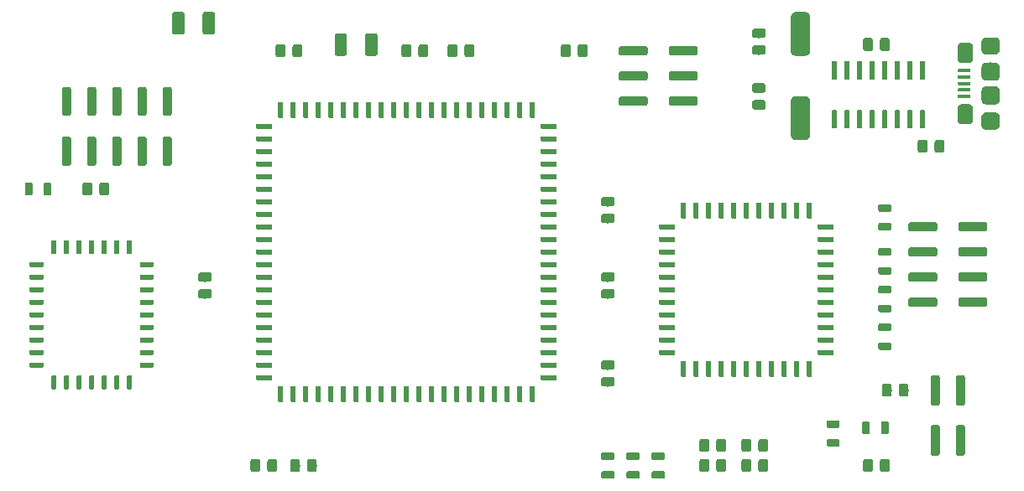
<source format=gtp>
G04 #@! TF.GenerationSoftware,KiCad,Pcbnew,(5.1.2-1)-1*
G04 #@! TF.CreationDate,2019-07-29T21:02:17-04:00*
G04 #@! TF.ProjectId,Mouserial,4d6f7573-6572-4696-916c-2e6b69636164,rev?*
G04 #@! TF.SameCoordinates,Original*
G04 #@! TF.FileFunction,Paste,Top*
G04 #@! TF.FilePolarity,Positive*
%FSLAX46Y46*%
G04 Gerber Fmt 4.6, Leading zero omitted, Abs format (unit mm)*
G04 Created by KiCad (PCBNEW (5.1.2-1)-1) date 2019-07-29 21:02:17*
%MOMM*%
%LPD*%
G04 APERTURE LIST*
%ADD10C,0.100000*%
%ADD11C,1.248800*%
%ADD12C,0.973800*%
%ADD13C,0.323800*%
%ADD14C,1.523800*%
%ADD15C,1.723800*%
%ADD16C,1.823800*%
%ADD17C,0.923800*%
%ADD18C,0.523800*%
%ADD19C,0.773800*%
%ADD20C,1.923800*%
G04 APERTURE END LIST*
D10*
G36*
X78884373Y-84589235D02*
G01*
X78907246Y-84592627D01*
X78929675Y-84598246D01*
X78951447Y-84606036D01*
X78972349Y-84615922D01*
X78992183Y-84627809D01*
X79010755Y-84641584D01*
X79027888Y-84657112D01*
X79043416Y-84674245D01*
X79057191Y-84692817D01*
X79069078Y-84712651D01*
X79078964Y-84733553D01*
X79086754Y-84755325D01*
X79092373Y-84777754D01*
X79095765Y-84800627D01*
X79096900Y-84823722D01*
X79096900Y-86626278D01*
X79095765Y-86649373D01*
X79092373Y-86672246D01*
X79086754Y-86694675D01*
X79078964Y-86716447D01*
X79069078Y-86737349D01*
X79057191Y-86757183D01*
X79043416Y-86775755D01*
X79027888Y-86792888D01*
X79010755Y-86808416D01*
X78992183Y-86822191D01*
X78972349Y-86834078D01*
X78951447Y-86843964D01*
X78929675Y-86851754D01*
X78907246Y-86857373D01*
X78884373Y-86860765D01*
X78861278Y-86861900D01*
X78083722Y-86861900D01*
X78060627Y-86860765D01*
X78037754Y-86857373D01*
X78015325Y-86851754D01*
X77993553Y-86843964D01*
X77972651Y-86834078D01*
X77952817Y-86822191D01*
X77934245Y-86808416D01*
X77917112Y-86792888D01*
X77901584Y-86775755D01*
X77887809Y-86757183D01*
X77875922Y-86737349D01*
X77866036Y-86716447D01*
X77858246Y-86694675D01*
X77852627Y-86672246D01*
X77849235Y-86649373D01*
X77848100Y-86626278D01*
X77848100Y-84823722D01*
X77849235Y-84800627D01*
X77852627Y-84777754D01*
X77858246Y-84755325D01*
X77866036Y-84733553D01*
X77875922Y-84712651D01*
X77887809Y-84692817D01*
X77901584Y-84674245D01*
X77917112Y-84657112D01*
X77934245Y-84641584D01*
X77952817Y-84627809D01*
X77972651Y-84615922D01*
X77993553Y-84606036D01*
X78015325Y-84598246D01*
X78037754Y-84592627D01*
X78060627Y-84589235D01*
X78083722Y-84588100D01*
X78861278Y-84588100D01*
X78884373Y-84589235D01*
X78884373Y-84589235D01*
G37*
D11*
X78472500Y-85725000D03*
D10*
G36*
X81959373Y-84589235D02*
G01*
X81982246Y-84592627D01*
X82004675Y-84598246D01*
X82026447Y-84606036D01*
X82047349Y-84615922D01*
X82067183Y-84627809D01*
X82085755Y-84641584D01*
X82102888Y-84657112D01*
X82118416Y-84674245D01*
X82132191Y-84692817D01*
X82144078Y-84712651D01*
X82153964Y-84733553D01*
X82161754Y-84755325D01*
X82167373Y-84777754D01*
X82170765Y-84800627D01*
X82171900Y-84823722D01*
X82171900Y-86626278D01*
X82170765Y-86649373D01*
X82167373Y-86672246D01*
X82161754Y-86694675D01*
X82153964Y-86716447D01*
X82144078Y-86737349D01*
X82132191Y-86757183D01*
X82118416Y-86775755D01*
X82102888Y-86792888D01*
X82085755Y-86808416D01*
X82067183Y-86822191D01*
X82047349Y-86834078D01*
X82026447Y-86843964D01*
X82004675Y-86851754D01*
X81982246Y-86857373D01*
X81959373Y-86860765D01*
X81936278Y-86861900D01*
X81158722Y-86861900D01*
X81135627Y-86860765D01*
X81112754Y-86857373D01*
X81090325Y-86851754D01*
X81068553Y-86843964D01*
X81047651Y-86834078D01*
X81027817Y-86822191D01*
X81009245Y-86808416D01*
X80992112Y-86792888D01*
X80976584Y-86775755D01*
X80962809Y-86757183D01*
X80950922Y-86737349D01*
X80941036Y-86716447D01*
X80933246Y-86694675D01*
X80927627Y-86672246D01*
X80924235Y-86649373D01*
X80923100Y-86626278D01*
X80923100Y-84823722D01*
X80924235Y-84800627D01*
X80927627Y-84777754D01*
X80933246Y-84755325D01*
X80941036Y-84733553D01*
X80950922Y-84712651D01*
X80962809Y-84692817D01*
X80976584Y-84674245D01*
X80992112Y-84657112D01*
X81009245Y-84641584D01*
X81027817Y-84627809D01*
X81047651Y-84615922D01*
X81068553Y-84606036D01*
X81090325Y-84598246D01*
X81112754Y-84592627D01*
X81135627Y-84589235D01*
X81158722Y-84588100D01*
X81936278Y-84588100D01*
X81959373Y-84589235D01*
X81959373Y-84589235D01*
G37*
D11*
X81547500Y-85725000D03*
D10*
G36*
X121347312Y-125577272D02*
G01*
X121370945Y-125580778D01*
X121394120Y-125586583D01*
X121416614Y-125594632D01*
X121438212Y-125604846D01*
X121458704Y-125617129D01*
X121477893Y-125631361D01*
X121495595Y-125647405D01*
X121511639Y-125665107D01*
X121525871Y-125684296D01*
X121538154Y-125704788D01*
X121548368Y-125726386D01*
X121556417Y-125748880D01*
X121562222Y-125772055D01*
X121565728Y-125795688D01*
X121566900Y-125819550D01*
X121566900Y-126656450D01*
X121565728Y-126680312D01*
X121562222Y-126703945D01*
X121556417Y-126727120D01*
X121548368Y-126749614D01*
X121538154Y-126771212D01*
X121525871Y-126791704D01*
X121511639Y-126810893D01*
X121495595Y-126828595D01*
X121477893Y-126844639D01*
X121458704Y-126858871D01*
X121438212Y-126871154D01*
X121416614Y-126881368D01*
X121394120Y-126889417D01*
X121370945Y-126895222D01*
X121347312Y-126898728D01*
X121323450Y-126899900D01*
X120836550Y-126899900D01*
X120812688Y-126898728D01*
X120789055Y-126895222D01*
X120765880Y-126889417D01*
X120743386Y-126881368D01*
X120721788Y-126871154D01*
X120701296Y-126858871D01*
X120682107Y-126844639D01*
X120664405Y-126828595D01*
X120648361Y-126810893D01*
X120634129Y-126791704D01*
X120621846Y-126771212D01*
X120611632Y-126749614D01*
X120603583Y-126727120D01*
X120597778Y-126703945D01*
X120594272Y-126680312D01*
X120593100Y-126656450D01*
X120593100Y-125819550D01*
X120594272Y-125795688D01*
X120597778Y-125772055D01*
X120603583Y-125748880D01*
X120611632Y-125726386D01*
X120621846Y-125704788D01*
X120634129Y-125684296D01*
X120648361Y-125665107D01*
X120664405Y-125647405D01*
X120682107Y-125631361D01*
X120701296Y-125617129D01*
X120721788Y-125604846D01*
X120743386Y-125594632D01*
X120765880Y-125586583D01*
X120789055Y-125580778D01*
X120812688Y-125577272D01*
X120836550Y-125576100D01*
X121323450Y-125576100D01*
X121347312Y-125577272D01*
X121347312Y-125577272D01*
G37*
D12*
X121080000Y-126238000D03*
D10*
G36*
X119647312Y-125577272D02*
G01*
X119670945Y-125580778D01*
X119694120Y-125586583D01*
X119716614Y-125594632D01*
X119738212Y-125604846D01*
X119758704Y-125617129D01*
X119777893Y-125631361D01*
X119795595Y-125647405D01*
X119811639Y-125665107D01*
X119825871Y-125684296D01*
X119838154Y-125704788D01*
X119848368Y-125726386D01*
X119856417Y-125748880D01*
X119862222Y-125772055D01*
X119865728Y-125795688D01*
X119866900Y-125819550D01*
X119866900Y-126656450D01*
X119865728Y-126680312D01*
X119862222Y-126703945D01*
X119856417Y-126727120D01*
X119848368Y-126749614D01*
X119838154Y-126771212D01*
X119825871Y-126791704D01*
X119811639Y-126810893D01*
X119795595Y-126828595D01*
X119777893Y-126844639D01*
X119758704Y-126858871D01*
X119738212Y-126871154D01*
X119716614Y-126881368D01*
X119694120Y-126889417D01*
X119670945Y-126895222D01*
X119647312Y-126898728D01*
X119623450Y-126899900D01*
X119136550Y-126899900D01*
X119112688Y-126898728D01*
X119089055Y-126895222D01*
X119065880Y-126889417D01*
X119043386Y-126881368D01*
X119021788Y-126871154D01*
X119001296Y-126858871D01*
X118982107Y-126844639D01*
X118964405Y-126828595D01*
X118948361Y-126810893D01*
X118934129Y-126791704D01*
X118921846Y-126771212D01*
X118911632Y-126749614D01*
X118903583Y-126727120D01*
X118897778Y-126703945D01*
X118894272Y-126680312D01*
X118893100Y-126656450D01*
X118893100Y-125819550D01*
X118894272Y-125795688D01*
X118897778Y-125772055D01*
X118903583Y-125748880D01*
X118911632Y-125726386D01*
X118921846Y-125704788D01*
X118934129Y-125684296D01*
X118948361Y-125665107D01*
X118964405Y-125647405D01*
X118982107Y-125631361D01*
X119001296Y-125617129D01*
X119021788Y-125604846D01*
X119043386Y-125594632D01*
X119065880Y-125586583D01*
X119089055Y-125580778D01*
X119112688Y-125577272D01*
X119136550Y-125576100D01*
X119623450Y-125576100D01*
X119647312Y-125577272D01*
X119647312Y-125577272D01*
G37*
D12*
X119380000Y-126238000D03*
D10*
G36*
X117107312Y-125577272D02*
G01*
X117130945Y-125580778D01*
X117154120Y-125586583D01*
X117176614Y-125594632D01*
X117198212Y-125604846D01*
X117218704Y-125617129D01*
X117237893Y-125631361D01*
X117255595Y-125647405D01*
X117271639Y-125665107D01*
X117285871Y-125684296D01*
X117298154Y-125704788D01*
X117308368Y-125726386D01*
X117316417Y-125748880D01*
X117322222Y-125772055D01*
X117325728Y-125795688D01*
X117326900Y-125819550D01*
X117326900Y-126656450D01*
X117325728Y-126680312D01*
X117322222Y-126703945D01*
X117316417Y-126727120D01*
X117308368Y-126749614D01*
X117298154Y-126771212D01*
X117285871Y-126791704D01*
X117271639Y-126810893D01*
X117255595Y-126828595D01*
X117237893Y-126844639D01*
X117218704Y-126858871D01*
X117198212Y-126871154D01*
X117176614Y-126881368D01*
X117154120Y-126889417D01*
X117130945Y-126895222D01*
X117107312Y-126898728D01*
X117083450Y-126899900D01*
X116596550Y-126899900D01*
X116572688Y-126898728D01*
X116549055Y-126895222D01*
X116525880Y-126889417D01*
X116503386Y-126881368D01*
X116481788Y-126871154D01*
X116461296Y-126858871D01*
X116442107Y-126844639D01*
X116424405Y-126828595D01*
X116408361Y-126810893D01*
X116394129Y-126791704D01*
X116381846Y-126771212D01*
X116371632Y-126749614D01*
X116363583Y-126727120D01*
X116357778Y-126703945D01*
X116354272Y-126680312D01*
X116353100Y-126656450D01*
X116353100Y-125819550D01*
X116354272Y-125795688D01*
X116357778Y-125772055D01*
X116363583Y-125748880D01*
X116371632Y-125726386D01*
X116381846Y-125704788D01*
X116394129Y-125684296D01*
X116408361Y-125665107D01*
X116424405Y-125647405D01*
X116442107Y-125631361D01*
X116461296Y-125617129D01*
X116481788Y-125604846D01*
X116503386Y-125594632D01*
X116525880Y-125586583D01*
X116549055Y-125580778D01*
X116572688Y-125577272D01*
X116596550Y-125576100D01*
X117083450Y-125576100D01*
X117107312Y-125577272D01*
X117107312Y-125577272D01*
G37*
D12*
X116840000Y-126238000D03*
D10*
G36*
X115407312Y-125577272D02*
G01*
X115430945Y-125580778D01*
X115454120Y-125586583D01*
X115476614Y-125594632D01*
X115498212Y-125604846D01*
X115518704Y-125617129D01*
X115537893Y-125631361D01*
X115555595Y-125647405D01*
X115571639Y-125665107D01*
X115585871Y-125684296D01*
X115598154Y-125704788D01*
X115608368Y-125726386D01*
X115616417Y-125748880D01*
X115622222Y-125772055D01*
X115625728Y-125795688D01*
X115626900Y-125819550D01*
X115626900Y-126656450D01*
X115625728Y-126680312D01*
X115622222Y-126703945D01*
X115616417Y-126727120D01*
X115608368Y-126749614D01*
X115598154Y-126771212D01*
X115585871Y-126791704D01*
X115571639Y-126810893D01*
X115555595Y-126828595D01*
X115537893Y-126844639D01*
X115518704Y-126858871D01*
X115498212Y-126871154D01*
X115476614Y-126881368D01*
X115454120Y-126889417D01*
X115430945Y-126895222D01*
X115407312Y-126898728D01*
X115383450Y-126899900D01*
X114896550Y-126899900D01*
X114872688Y-126898728D01*
X114849055Y-126895222D01*
X114825880Y-126889417D01*
X114803386Y-126881368D01*
X114781788Y-126871154D01*
X114761296Y-126858871D01*
X114742107Y-126844639D01*
X114724405Y-126828595D01*
X114708361Y-126810893D01*
X114694129Y-126791704D01*
X114681846Y-126771212D01*
X114671632Y-126749614D01*
X114663583Y-126727120D01*
X114657778Y-126703945D01*
X114654272Y-126680312D01*
X114653100Y-126656450D01*
X114653100Y-125819550D01*
X114654272Y-125795688D01*
X114657778Y-125772055D01*
X114663583Y-125748880D01*
X114671632Y-125726386D01*
X114681846Y-125704788D01*
X114694129Y-125684296D01*
X114708361Y-125665107D01*
X114724405Y-125647405D01*
X114742107Y-125631361D01*
X114761296Y-125617129D01*
X114781788Y-125604846D01*
X114803386Y-125594632D01*
X114825880Y-125586583D01*
X114849055Y-125580778D01*
X114872688Y-125577272D01*
X114896550Y-125576100D01*
X115383450Y-125576100D01*
X115407312Y-125577272D01*
X115407312Y-125577272D01*
G37*
D12*
X115140000Y-126238000D03*
D10*
G36*
X141906884Y-90800490D02*
G01*
X141914743Y-90801655D01*
X141922449Y-90803586D01*
X141929928Y-90806262D01*
X141937110Y-90809658D01*
X141943923Y-90813743D01*
X141950304Y-90818475D01*
X141956190Y-90823810D01*
X141961525Y-90829696D01*
X141966257Y-90836077D01*
X141970342Y-90842890D01*
X141973738Y-90850072D01*
X141976414Y-90857551D01*
X141978345Y-90865257D01*
X141979510Y-90873116D01*
X141979900Y-90881050D01*
X141979900Y-91042950D01*
X141979510Y-91050884D01*
X141978345Y-91058743D01*
X141976414Y-91066449D01*
X141973738Y-91073928D01*
X141970342Y-91081110D01*
X141966257Y-91087923D01*
X141961525Y-91094304D01*
X141956190Y-91100190D01*
X141950304Y-91105525D01*
X141943923Y-91110257D01*
X141937110Y-91114342D01*
X141929928Y-91117738D01*
X141922449Y-91120414D01*
X141914743Y-91122345D01*
X141906884Y-91123510D01*
X141898950Y-91123900D01*
X140787050Y-91123900D01*
X140779116Y-91123510D01*
X140771257Y-91122345D01*
X140763551Y-91120414D01*
X140756072Y-91117738D01*
X140748890Y-91114342D01*
X140742077Y-91110257D01*
X140735696Y-91105525D01*
X140729810Y-91100190D01*
X140724475Y-91094304D01*
X140719743Y-91087923D01*
X140715658Y-91081110D01*
X140712262Y-91073928D01*
X140709586Y-91066449D01*
X140707655Y-91058743D01*
X140706490Y-91050884D01*
X140706100Y-91042950D01*
X140706100Y-90881050D01*
X140706490Y-90873116D01*
X140707655Y-90865257D01*
X140709586Y-90857551D01*
X140712262Y-90850072D01*
X140715658Y-90842890D01*
X140719743Y-90836077D01*
X140724475Y-90829696D01*
X140729810Y-90823810D01*
X140735696Y-90818475D01*
X140742077Y-90813743D01*
X140748890Y-90809658D01*
X140756072Y-90806262D01*
X140763551Y-90803586D01*
X140771257Y-90801655D01*
X140779116Y-90800490D01*
X140787050Y-90800100D01*
X141898950Y-90800100D01*
X141906884Y-90800490D01*
X141906884Y-90800490D01*
G37*
D13*
X141343000Y-90962000D03*
D10*
G36*
X141906884Y-90150490D02*
G01*
X141914743Y-90151655D01*
X141922449Y-90153586D01*
X141929928Y-90156262D01*
X141937110Y-90159658D01*
X141943923Y-90163743D01*
X141950304Y-90168475D01*
X141956190Y-90173810D01*
X141961525Y-90179696D01*
X141966257Y-90186077D01*
X141970342Y-90192890D01*
X141973738Y-90200072D01*
X141976414Y-90207551D01*
X141978345Y-90215257D01*
X141979510Y-90223116D01*
X141979900Y-90231050D01*
X141979900Y-90392950D01*
X141979510Y-90400884D01*
X141978345Y-90408743D01*
X141976414Y-90416449D01*
X141973738Y-90423928D01*
X141970342Y-90431110D01*
X141966257Y-90437923D01*
X141961525Y-90444304D01*
X141956190Y-90450190D01*
X141950304Y-90455525D01*
X141943923Y-90460257D01*
X141937110Y-90464342D01*
X141929928Y-90467738D01*
X141922449Y-90470414D01*
X141914743Y-90472345D01*
X141906884Y-90473510D01*
X141898950Y-90473900D01*
X140787050Y-90473900D01*
X140779116Y-90473510D01*
X140771257Y-90472345D01*
X140763551Y-90470414D01*
X140756072Y-90467738D01*
X140748890Y-90464342D01*
X140742077Y-90460257D01*
X140735696Y-90455525D01*
X140729810Y-90450190D01*
X140724475Y-90444304D01*
X140719743Y-90437923D01*
X140715658Y-90431110D01*
X140712262Y-90423928D01*
X140709586Y-90416449D01*
X140707655Y-90408743D01*
X140706490Y-90400884D01*
X140706100Y-90392950D01*
X140706100Y-90231050D01*
X140706490Y-90223116D01*
X140707655Y-90215257D01*
X140709586Y-90207551D01*
X140712262Y-90200072D01*
X140715658Y-90192890D01*
X140719743Y-90186077D01*
X140724475Y-90179696D01*
X140729810Y-90173810D01*
X140735696Y-90168475D01*
X140742077Y-90163743D01*
X140748890Y-90159658D01*
X140756072Y-90156262D01*
X140763551Y-90153586D01*
X140771257Y-90151655D01*
X140779116Y-90150490D01*
X140787050Y-90150100D01*
X141898950Y-90150100D01*
X141906884Y-90150490D01*
X141906884Y-90150490D01*
G37*
D13*
X141343000Y-90312000D03*
D10*
G36*
X141906884Y-89500490D02*
G01*
X141914743Y-89501655D01*
X141922449Y-89503586D01*
X141929928Y-89506262D01*
X141937110Y-89509658D01*
X141943923Y-89513743D01*
X141950304Y-89518475D01*
X141956190Y-89523810D01*
X141961525Y-89529696D01*
X141966257Y-89536077D01*
X141970342Y-89542890D01*
X141973738Y-89550072D01*
X141976414Y-89557551D01*
X141978345Y-89565257D01*
X141979510Y-89573116D01*
X141979900Y-89581050D01*
X141979900Y-89742950D01*
X141979510Y-89750884D01*
X141978345Y-89758743D01*
X141976414Y-89766449D01*
X141973738Y-89773928D01*
X141970342Y-89781110D01*
X141966257Y-89787923D01*
X141961525Y-89794304D01*
X141956190Y-89800190D01*
X141950304Y-89805525D01*
X141943923Y-89810257D01*
X141937110Y-89814342D01*
X141929928Y-89817738D01*
X141922449Y-89820414D01*
X141914743Y-89822345D01*
X141906884Y-89823510D01*
X141898950Y-89823900D01*
X140787050Y-89823900D01*
X140779116Y-89823510D01*
X140771257Y-89822345D01*
X140763551Y-89820414D01*
X140756072Y-89817738D01*
X140748890Y-89814342D01*
X140742077Y-89810257D01*
X140735696Y-89805525D01*
X140729810Y-89800190D01*
X140724475Y-89794304D01*
X140719743Y-89787923D01*
X140715658Y-89781110D01*
X140712262Y-89773928D01*
X140709586Y-89766449D01*
X140707655Y-89758743D01*
X140706490Y-89750884D01*
X140706100Y-89742950D01*
X140706100Y-89581050D01*
X140706490Y-89573116D01*
X140707655Y-89565257D01*
X140709586Y-89557551D01*
X140712262Y-89550072D01*
X140715658Y-89542890D01*
X140719743Y-89536077D01*
X140724475Y-89529696D01*
X140729810Y-89523810D01*
X140735696Y-89518475D01*
X140742077Y-89513743D01*
X140748890Y-89509658D01*
X140756072Y-89506262D01*
X140763551Y-89503586D01*
X140771257Y-89501655D01*
X140779116Y-89500490D01*
X140787050Y-89500100D01*
X141898950Y-89500100D01*
X141906884Y-89500490D01*
X141906884Y-89500490D01*
G37*
D13*
X141343000Y-89662000D03*
D10*
G36*
X141906884Y-88850490D02*
G01*
X141914743Y-88851655D01*
X141922449Y-88853586D01*
X141929928Y-88856262D01*
X141937110Y-88859658D01*
X141943923Y-88863743D01*
X141950304Y-88868475D01*
X141956190Y-88873810D01*
X141961525Y-88879696D01*
X141966257Y-88886077D01*
X141970342Y-88892890D01*
X141973738Y-88900072D01*
X141976414Y-88907551D01*
X141978345Y-88915257D01*
X141979510Y-88923116D01*
X141979900Y-88931050D01*
X141979900Y-89092950D01*
X141979510Y-89100884D01*
X141978345Y-89108743D01*
X141976414Y-89116449D01*
X141973738Y-89123928D01*
X141970342Y-89131110D01*
X141966257Y-89137923D01*
X141961525Y-89144304D01*
X141956190Y-89150190D01*
X141950304Y-89155525D01*
X141943923Y-89160257D01*
X141937110Y-89164342D01*
X141929928Y-89167738D01*
X141922449Y-89170414D01*
X141914743Y-89172345D01*
X141906884Y-89173510D01*
X141898950Y-89173900D01*
X140787050Y-89173900D01*
X140779116Y-89173510D01*
X140771257Y-89172345D01*
X140763551Y-89170414D01*
X140756072Y-89167738D01*
X140748890Y-89164342D01*
X140742077Y-89160257D01*
X140735696Y-89155525D01*
X140729810Y-89150190D01*
X140724475Y-89144304D01*
X140719743Y-89137923D01*
X140715658Y-89131110D01*
X140712262Y-89123928D01*
X140709586Y-89116449D01*
X140707655Y-89108743D01*
X140706490Y-89100884D01*
X140706100Y-89092950D01*
X140706100Y-88931050D01*
X140706490Y-88923116D01*
X140707655Y-88915257D01*
X140709586Y-88907551D01*
X140712262Y-88900072D01*
X140715658Y-88892890D01*
X140719743Y-88886077D01*
X140724475Y-88879696D01*
X140729810Y-88873810D01*
X140735696Y-88868475D01*
X140742077Y-88863743D01*
X140748890Y-88859658D01*
X140756072Y-88856262D01*
X140763551Y-88853586D01*
X140771257Y-88851655D01*
X140779116Y-88850490D01*
X140787050Y-88850100D01*
X141898950Y-88850100D01*
X141906884Y-88850490D01*
X141906884Y-88850490D01*
G37*
D13*
X141343000Y-89012000D03*
D10*
G36*
X141906884Y-88200490D02*
G01*
X141914743Y-88201655D01*
X141922449Y-88203586D01*
X141929928Y-88206262D01*
X141937110Y-88209658D01*
X141943923Y-88213743D01*
X141950304Y-88218475D01*
X141956190Y-88223810D01*
X141961525Y-88229696D01*
X141966257Y-88236077D01*
X141970342Y-88242890D01*
X141973738Y-88250072D01*
X141976414Y-88257551D01*
X141978345Y-88265257D01*
X141979510Y-88273116D01*
X141979900Y-88281050D01*
X141979900Y-88442950D01*
X141979510Y-88450884D01*
X141978345Y-88458743D01*
X141976414Y-88466449D01*
X141973738Y-88473928D01*
X141970342Y-88481110D01*
X141966257Y-88487923D01*
X141961525Y-88494304D01*
X141956190Y-88500190D01*
X141950304Y-88505525D01*
X141943923Y-88510257D01*
X141937110Y-88514342D01*
X141929928Y-88517738D01*
X141922449Y-88520414D01*
X141914743Y-88522345D01*
X141906884Y-88523510D01*
X141898950Y-88523900D01*
X140787050Y-88523900D01*
X140779116Y-88523510D01*
X140771257Y-88522345D01*
X140763551Y-88520414D01*
X140756072Y-88517738D01*
X140748890Y-88514342D01*
X140742077Y-88510257D01*
X140735696Y-88505525D01*
X140729810Y-88500190D01*
X140724475Y-88494304D01*
X140719743Y-88487923D01*
X140715658Y-88481110D01*
X140712262Y-88473928D01*
X140709586Y-88466449D01*
X140707655Y-88458743D01*
X140706490Y-88450884D01*
X140706100Y-88442950D01*
X140706100Y-88281050D01*
X140706490Y-88273116D01*
X140707655Y-88265257D01*
X140709586Y-88257551D01*
X140712262Y-88250072D01*
X140715658Y-88242890D01*
X140719743Y-88236077D01*
X140724475Y-88229696D01*
X140729810Y-88223810D01*
X140735696Y-88218475D01*
X140742077Y-88213743D01*
X140748890Y-88209658D01*
X140756072Y-88206262D01*
X140763551Y-88203586D01*
X140771257Y-88201655D01*
X140779116Y-88200490D01*
X140787050Y-88200100D01*
X141898950Y-88200100D01*
X141906884Y-88200490D01*
X141906884Y-88200490D01*
G37*
D13*
X141343000Y-88362000D03*
D10*
G36*
X141886290Y-91751934D02*
G01*
X141923270Y-91757420D01*
X141959534Y-91766504D01*
X141994733Y-91779098D01*
X142028529Y-91795082D01*
X142060594Y-91814302D01*
X142090622Y-91836572D01*
X142118322Y-91861678D01*
X142143428Y-91889378D01*
X142165698Y-91919406D01*
X142184918Y-91951471D01*
X142200902Y-91985267D01*
X142213496Y-92020466D01*
X142222580Y-92056730D01*
X142228066Y-92093710D01*
X142229900Y-92131050D01*
X142229900Y-93392950D01*
X142228066Y-93430290D01*
X142222580Y-93467270D01*
X142213496Y-93503534D01*
X142200902Y-93538733D01*
X142184918Y-93572529D01*
X142165698Y-93604594D01*
X142143428Y-93634622D01*
X142118322Y-93662322D01*
X142090622Y-93687428D01*
X142060594Y-93709698D01*
X142028529Y-93728918D01*
X141994733Y-93744902D01*
X141959534Y-93757496D01*
X141923270Y-93766580D01*
X141886290Y-93772066D01*
X141848950Y-93773900D01*
X141087050Y-93773900D01*
X141049710Y-93772066D01*
X141012730Y-93766580D01*
X140976466Y-93757496D01*
X140941267Y-93744902D01*
X140907471Y-93728918D01*
X140875406Y-93709698D01*
X140845378Y-93687428D01*
X140817678Y-93662322D01*
X140792572Y-93634622D01*
X140770302Y-93604594D01*
X140751082Y-93572529D01*
X140735098Y-93538733D01*
X140722504Y-93503534D01*
X140713420Y-93467270D01*
X140707934Y-93430290D01*
X140706100Y-93392950D01*
X140706100Y-92131050D01*
X140707934Y-92093710D01*
X140713420Y-92056730D01*
X140722504Y-92020466D01*
X140735098Y-91985267D01*
X140751082Y-91951471D01*
X140770302Y-91919406D01*
X140792572Y-91889378D01*
X140817678Y-91861678D01*
X140845378Y-91836572D01*
X140875406Y-91814302D01*
X140907471Y-91795082D01*
X140941267Y-91779098D01*
X140976466Y-91766504D01*
X141012730Y-91757420D01*
X141049710Y-91751934D01*
X141087050Y-91750100D01*
X141848950Y-91750100D01*
X141886290Y-91751934D01*
X141886290Y-91751934D01*
G37*
D14*
X141468000Y-92762000D03*
D10*
G36*
X141886290Y-85551934D02*
G01*
X141923270Y-85557420D01*
X141959534Y-85566504D01*
X141994733Y-85579098D01*
X142028529Y-85595082D01*
X142060594Y-85614302D01*
X142090622Y-85636572D01*
X142118322Y-85661678D01*
X142143428Y-85689378D01*
X142165698Y-85719406D01*
X142184918Y-85751471D01*
X142200902Y-85785267D01*
X142213496Y-85820466D01*
X142222580Y-85856730D01*
X142228066Y-85893710D01*
X142229900Y-85931050D01*
X142229900Y-87192950D01*
X142228066Y-87230290D01*
X142222580Y-87267270D01*
X142213496Y-87303534D01*
X142200902Y-87338733D01*
X142184918Y-87372529D01*
X142165698Y-87404594D01*
X142143428Y-87434622D01*
X142118322Y-87462322D01*
X142090622Y-87487428D01*
X142060594Y-87509698D01*
X142028529Y-87528918D01*
X141994733Y-87544902D01*
X141959534Y-87557496D01*
X141923270Y-87566580D01*
X141886290Y-87572066D01*
X141848950Y-87573900D01*
X141087050Y-87573900D01*
X141049710Y-87572066D01*
X141012730Y-87566580D01*
X140976466Y-87557496D01*
X140941267Y-87544902D01*
X140907471Y-87528918D01*
X140875406Y-87509698D01*
X140845378Y-87487428D01*
X140817678Y-87462322D01*
X140792572Y-87434622D01*
X140770302Y-87404594D01*
X140751082Y-87372529D01*
X140735098Y-87338733D01*
X140722504Y-87303534D01*
X140713420Y-87267270D01*
X140707934Y-87230290D01*
X140706100Y-87192950D01*
X140706100Y-85931050D01*
X140707934Y-85893710D01*
X140713420Y-85856730D01*
X140722504Y-85820466D01*
X140735098Y-85785267D01*
X140751082Y-85751471D01*
X140770302Y-85719406D01*
X140792572Y-85689378D01*
X140817678Y-85661678D01*
X140845378Y-85636572D01*
X140875406Y-85614302D01*
X140907471Y-85595082D01*
X140941267Y-85579098D01*
X140976466Y-85566504D01*
X141012730Y-85557420D01*
X141049710Y-85551934D01*
X141087050Y-85550100D01*
X141848950Y-85550100D01*
X141886290Y-85551934D01*
X141886290Y-85551934D01*
G37*
D14*
X141468000Y-86562000D03*
D10*
G36*
X144541190Y-92602175D02*
G01*
X144583024Y-92608381D01*
X144624048Y-92618657D01*
X144663867Y-92632904D01*
X144702098Y-92650986D01*
X144738373Y-92672728D01*
X144772342Y-92697921D01*
X144803678Y-92726322D01*
X144832079Y-92757658D01*
X144857272Y-92791627D01*
X144879014Y-92827902D01*
X144897096Y-92866133D01*
X144911343Y-92905952D01*
X144921619Y-92946976D01*
X144927825Y-92988810D01*
X144929900Y-93031050D01*
X144929900Y-93892950D01*
X144927825Y-93935190D01*
X144921619Y-93977024D01*
X144911343Y-94018048D01*
X144897096Y-94057867D01*
X144879014Y-94096098D01*
X144857272Y-94132373D01*
X144832079Y-94166342D01*
X144803678Y-94197678D01*
X144772342Y-94226079D01*
X144738373Y-94251272D01*
X144702098Y-94273014D01*
X144663867Y-94291096D01*
X144624048Y-94305343D01*
X144583024Y-94315619D01*
X144541190Y-94321825D01*
X144498950Y-94323900D01*
X143537050Y-94323900D01*
X143494810Y-94321825D01*
X143452976Y-94315619D01*
X143411952Y-94305343D01*
X143372133Y-94291096D01*
X143333902Y-94273014D01*
X143297627Y-94251272D01*
X143263658Y-94226079D01*
X143232322Y-94197678D01*
X143203921Y-94166342D01*
X143178728Y-94132373D01*
X143156986Y-94096098D01*
X143138904Y-94057867D01*
X143124657Y-94018048D01*
X143114381Y-93977024D01*
X143108175Y-93935190D01*
X143106100Y-93892950D01*
X143106100Y-93031050D01*
X143108175Y-92988810D01*
X143114381Y-92946976D01*
X143124657Y-92905952D01*
X143138904Y-92866133D01*
X143156986Y-92827902D01*
X143178728Y-92791627D01*
X143203921Y-92757658D01*
X143232322Y-92726322D01*
X143263658Y-92697921D01*
X143297627Y-92672728D01*
X143333902Y-92650986D01*
X143372133Y-92632904D01*
X143411952Y-92618657D01*
X143452976Y-92608381D01*
X143494810Y-92602175D01*
X143537050Y-92600100D01*
X144498950Y-92600100D01*
X144541190Y-92602175D01*
X144541190Y-92602175D01*
G37*
D15*
X144018000Y-93462000D03*
D10*
G36*
X144541190Y-85002175D02*
G01*
X144583024Y-85008381D01*
X144624048Y-85018657D01*
X144663867Y-85032904D01*
X144702098Y-85050986D01*
X144738373Y-85072728D01*
X144772342Y-85097921D01*
X144803678Y-85126322D01*
X144832079Y-85157658D01*
X144857272Y-85191627D01*
X144879014Y-85227902D01*
X144897096Y-85266133D01*
X144911343Y-85305952D01*
X144921619Y-85346976D01*
X144927825Y-85388810D01*
X144929900Y-85431050D01*
X144929900Y-86292950D01*
X144927825Y-86335190D01*
X144921619Y-86377024D01*
X144911343Y-86418048D01*
X144897096Y-86457867D01*
X144879014Y-86496098D01*
X144857272Y-86532373D01*
X144832079Y-86566342D01*
X144803678Y-86597678D01*
X144772342Y-86626079D01*
X144738373Y-86651272D01*
X144702098Y-86673014D01*
X144663867Y-86691096D01*
X144624048Y-86705343D01*
X144583024Y-86715619D01*
X144541190Y-86721825D01*
X144498950Y-86723900D01*
X143537050Y-86723900D01*
X143494810Y-86721825D01*
X143452976Y-86715619D01*
X143411952Y-86705343D01*
X143372133Y-86691096D01*
X143333902Y-86673014D01*
X143297627Y-86651272D01*
X143263658Y-86626079D01*
X143232322Y-86597678D01*
X143203921Y-86566342D01*
X143178728Y-86532373D01*
X143156986Y-86496098D01*
X143138904Y-86457867D01*
X143124657Y-86418048D01*
X143114381Y-86377024D01*
X143108175Y-86335190D01*
X143106100Y-86292950D01*
X143106100Y-85431050D01*
X143108175Y-85388810D01*
X143114381Y-85346976D01*
X143124657Y-85305952D01*
X143138904Y-85266133D01*
X143156986Y-85227902D01*
X143178728Y-85191627D01*
X143203921Y-85157658D01*
X143232322Y-85126322D01*
X143263658Y-85097921D01*
X143297627Y-85072728D01*
X143333902Y-85050986D01*
X143372133Y-85032904D01*
X143411952Y-85018657D01*
X143452976Y-85008381D01*
X143494810Y-85002175D01*
X143537050Y-85000100D01*
X144498950Y-85000100D01*
X144541190Y-85002175D01*
X144541190Y-85002175D01*
G37*
D15*
X144018000Y-85862000D03*
D10*
G36*
X144518641Y-89952296D02*
G01*
X144562901Y-89958861D01*
X144606305Y-89969733D01*
X144648435Y-89984807D01*
X144688883Y-90003938D01*
X144727262Y-90026941D01*
X144763202Y-90053596D01*
X144796355Y-90083645D01*
X144826404Y-90116798D01*
X144853059Y-90152738D01*
X144876062Y-90191117D01*
X144895193Y-90231565D01*
X144910267Y-90273695D01*
X144921139Y-90317099D01*
X144927704Y-90361359D01*
X144929900Y-90406050D01*
X144929900Y-91317950D01*
X144927704Y-91362641D01*
X144921139Y-91406901D01*
X144910267Y-91450305D01*
X144895193Y-91492435D01*
X144876062Y-91532883D01*
X144853059Y-91571262D01*
X144826404Y-91607202D01*
X144796355Y-91640355D01*
X144763202Y-91670404D01*
X144727262Y-91697059D01*
X144688883Y-91720062D01*
X144648435Y-91739193D01*
X144606305Y-91754267D01*
X144562901Y-91765139D01*
X144518641Y-91771704D01*
X144473950Y-91773900D01*
X143562050Y-91773900D01*
X143517359Y-91771704D01*
X143473099Y-91765139D01*
X143429695Y-91754267D01*
X143387565Y-91739193D01*
X143347117Y-91720062D01*
X143308738Y-91697059D01*
X143272798Y-91670404D01*
X143239645Y-91640355D01*
X143209596Y-91607202D01*
X143182941Y-91571262D01*
X143159938Y-91532883D01*
X143140807Y-91492435D01*
X143125733Y-91450305D01*
X143114861Y-91406901D01*
X143108296Y-91362641D01*
X143106100Y-91317950D01*
X143106100Y-90406050D01*
X143108296Y-90361359D01*
X143114861Y-90317099D01*
X143125733Y-90273695D01*
X143140807Y-90231565D01*
X143159938Y-90191117D01*
X143182941Y-90152738D01*
X143209596Y-90116798D01*
X143239645Y-90083645D01*
X143272798Y-90053596D01*
X143308738Y-90026941D01*
X143347117Y-90003938D01*
X143387565Y-89984807D01*
X143429695Y-89969733D01*
X143473099Y-89958861D01*
X143517359Y-89952296D01*
X143562050Y-89950100D01*
X144473950Y-89950100D01*
X144518641Y-89952296D01*
X144518641Y-89952296D01*
G37*
D16*
X144018000Y-90862000D03*
D10*
G36*
X144518641Y-87552296D02*
G01*
X144562901Y-87558861D01*
X144606305Y-87569733D01*
X144648435Y-87584807D01*
X144688883Y-87603938D01*
X144727262Y-87626941D01*
X144763202Y-87653596D01*
X144796355Y-87683645D01*
X144826404Y-87716798D01*
X144853059Y-87752738D01*
X144876062Y-87791117D01*
X144895193Y-87831565D01*
X144910267Y-87873695D01*
X144921139Y-87917099D01*
X144927704Y-87961359D01*
X144929900Y-88006050D01*
X144929900Y-88917950D01*
X144927704Y-88962641D01*
X144921139Y-89006901D01*
X144910267Y-89050305D01*
X144895193Y-89092435D01*
X144876062Y-89132883D01*
X144853059Y-89171262D01*
X144826404Y-89207202D01*
X144796355Y-89240355D01*
X144763202Y-89270404D01*
X144727262Y-89297059D01*
X144688883Y-89320062D01*
X144648435Y-89339193D01*
X144606305Y-89354267D01*
X144562901Y-89365139D01*
X144518641Y-89371704D01*
X144473950Y-89373900D01*
X143562050Y-89373900D01*
X143517359Y-89371704D01*
X143473099Y-89365139D01*
X143429695Y-89354267D01*
X143387565Y-89339193D01*
X143347117Y-89320062D01*
X143308738Y-89297059D01*
X143272798Y-89270404D01*
X143239645Y-89240355D01*
X143209596Y-89207202D01*
X143182941Y-89171262D01*
X143159938Y-89132883D01*
X143140807Y-89092435D01*
X143125733Y-89050305D01*
X143114861Y-89006901D01*
X143108296Y-88962641D01*
X143106100Y-88917950D01*
X143106100Y-88006050D01*
X143108296Y-87961359D01*
X143114861Y-87917099D01*
X143125733Y-87873695D01*
X143140807Y-87831565D01*
X143159938Y-87791117D01*
X143182941Y-87752738D01*
X143209596Y-87716798D01*
X143239645Y-87683645D01*
X143272798Y-87653596D01*
X143308738Y-87626941D01*
X143347117Y-87603938D01*
X143387565Y-87584807D01*
X143429695Y-87569733D01*
X143473099Y-87558861D01*
X143517359Y-87552296D01*
X143562050Y-87550100D01*
X144473950Y-87550100D01*
X144518641Y-87552296D01*
X144518641Y-87552296D01*
G37*
D16*
X144018000Y-88462000D03*
D10*
G36*
X53593587Y-89999212D02*
G01*
X53616006Y-90002538D01*
X53637991Y-90008045D01*
X53659331Y-90015680D01*
X53679819Y-90025370D01*
X53699259Y-90037022D01*
X53717463Y-90050523D01*
X53734256Y-90065744D01*
X53749477Y-90082537D01*
X53762978Y-90100741D01*
X53774630Y-90120181D01*
X53784320Y-90140669D01*
X53791955Y-90162009D01*
X53797462Y-90183994D01*
X53800788Y-90206413D01*
X53801900Y-90229050D01*
X53801900Y-92690950D01*
X53800788Y-92713587D01*
X53797462Y-92736006D01*
X53791955Y-92757991D01*
X53784320Y-92779331D01*
X53774630Y-92799819D01*
X53762978Y-92819259D01*
X53749477Y-92837463D01*
X53734256Y-92854256D01*
X53717463Y-92869477D01*
X53699259Y-92882978D01*
X53679819Y-92894630D01*
X53659331Y-92904320D01*
X53637991Y-92911955D01*
X53616006Y-92917462D01*
X53593587Y-92920788D01*
X53570950Y-92921900D01*
X53109050Y-92921900D01*
X53086413Y-92920788D01*
X53063994Y-92917462D01*
X53042009Y-92911955D01*
X53020669Y-92904320D01*
X53000181Y-92894630D01*
X52980741Y-92882978D01*
X52962537Y-92869477D01*
X52945744Y-92854256D01*
X52930523Y-92837463D01*
X52917022Y-92819259D01*
X52905370Y-92799819D01*
X52895680Y-92779331D01*
X52888045Y-92757991D01*
X52882538Y-92736006D01*
X52879212Y-92713587D01*
X52878100Y-92690950D01*
X52878100Y-90229050D01*
X52879212Y-90206413D01*
X52882538Y-90183994D01*
X52888045Y-90162009D01*
X52895680Y-90140669D01*
X52905370Y-90120181D01*
X52917022Y-90100741D01*
X52930523Y-90082537D01*
X52945744Y-90065744D01*
X52962537Y-90050523D01*
X52980741Y-90037022D01*
X53000181Y-90025370D01*
X53020669Y-90015680D01*
X53042009Y-90008045D01*
X53063994Y-90002538D01*
X53086413Y-89999212D01*
X53109050Y-89998100D01*
X53570950Y-89998100D01*
X53593587Y-89999212D01*
X53593587Y-89999212D01*
G37*
D17*
X53340000Y-91460000D03*
D10*
G36*
X56133587Y-95039212D02*
G01*
X56156006Y-95042538D01*
X56177991Y-95048045D01*
X56199331Y-95055680D01*
X56219819Y-95065370D01*
X56239259Y-95077022D01*
X56257463Y-95090523D01*
X56274256Y-95105744D01*
X56289477Y-95122537D01*
X56302978Y-95140741D01*
X56314630Y-95160181D01*
X56324320Y-95180669D01*
X56331955Y-95202009D01*
X56337462Y-95223994D01*
X56340788Y-95246413D01*
X56341900Y-95269050D01*
X56341900Y-97730950D01*
X56340788Y-97753587D01*
X56337462Y-97776006D01*
X56331955Y-97797991D01*
X56324320Y-97819331D01*
X56314630Y-97839819D01*
X56302978Y-97859259D01*
X56289477Y-97877463D01*
X56274256Y-97894256D01*
X56257463Y-97909477D01*
X56239259Y-97922978D01*
X56219819Y-97934630D01*
X56199331Y-97944320D01*
X56177991Y-97951955D01*
X56156006Y-97957462D01*
X56133587Y-97960788D01*
X56110950Y-97961900D01*
X55649050Y-97961900D01*
X55626413Y-97960788D01*
X55603994Y-97957462D01*
X55582009Y-97951955D01*
X55560669Y-97944320D01*
X55540181Y-97934630D01*
X55520741Y-97922978D01*
X55502537Y-97909477D01*
X55485744Y-97894256D01*
X55470523Y-97877463D01*
X55457022Y-97859259D01*
X55445370Y-97839819D01*
X55435680Y-97819331D01*
X55428045Y-97797991D01*
X55422538Y-97776006D01*
X55419212Y-97753587D01*
X55418100Y-97730950D01*
X55418100Y-95269050D01*
X55419212Y-95246413D01*
X55422538Y-95223994D01*
X55428045Y-95202009D01*
X55435680Y-95180669D01*
X55445370Y-95160181D01*
X55457022Y-95140741D01*
X55470523Y-95122537D01*
X55485744Y-95105744D01*
X55502537Y-95090523D01*
X55520741Y-95077022D01*
X55540181Y-95065370D01*
X55560669Y-95055680D01*
X55582009Y-95048045D01*
X55603994Y-95042538D01*
X55626413Y-95039212D01*
X55649050Y-95038100D01*
X56110950Y-95038100D01*
X56133587Y-95039212D01*
X56133587Y-95039212D01*
G37*
D17*
X55880000Y-96500000D03*
D10*
G36*
X51053587Y-95039212D02*
G01*
X51076006Y-95042538D01*
X51097991Y-95048045D01*
X51119331Y-95055680D01*
X51139819Y-95065370D01*
X51159259Y-95077022D01*
X51177463Y-95090523D01*
X51194256Y-95105744D01*
X51209477Y-95122537D01*
X51222978Y-95140741D01*
X51234630Y-95160181D01*
X51244320Y-95180669D01*
X51251955Y-95202009D01*
X51257462Y-95223994D01*
X51260788Y-95246413D01*
X51261900Y-95269050D01*
X51261900Y-97730950D01*
X51260788Y-97753587D01*
X51257462Y-97776006D01*
X51251955Y-97797991D01*
X51244320Y-97819331D01*
X51234630Y-97839819D01*
X51222978Y-97859259D01*
X51209477Y-97877463D01*
X51194256Y-97894256D01*
X51177463Y-97909477D01*
X51159259Y-97922978D01*
X51139819Y-97934630D01*
X51119331Y-97944320D01*
X51097991Y-97951955D01*
X51076006Y-97957462D01*
X51053587Y-97960788D01*
X51030950Y-97961900D01*
X50569050Y-97961900D01*
X50546413Y-97960788D01*
X50523994Y-97957462D01*
X50502009Y-97951955D01*
X50480669Y-97944320D01*
X50460181Y-97934630D01*
X50440741Y-97922978D01*
X50422537Y-97909477D01*
X50405744Y-97894256D01*
X50390523Y-97877463D01*
X50377022Y-97859259D01*
X50365370Y-97839819D01*
X50355680Y-97819331D01*
X50348045Y-97797991D01*
X50342538Y-97776006D01*
X50339212Y-97753587D01*
X50338100Y-97730950D01*
X50338100Y-95269050D01*
X50339212Y-95246413D01*
X50342538Y-95223994D01*
X50348045Y-95202009D01*
X50355680Y-95180669D01*
X50365370Y-95160181D01*
X50377022Y-95140741D01*
X50390523Y-95122537D01*
X50405744Y-95105744D01*
X50422537Y-95090523D01*
X50440741Y-95077022D01*
X50460181Y-95065370D01*
X50480669Y-95055680D01*
X50502009Y-95048045D01*
X50523994Y-95042538D01*
X50546413Y-95039212D01*
X50569050Y-95038100D01*
X51030950Y-95038100D01*
X51053587Y-95039212D01*
X51053587Y-95039212D01*
G37*
D17*
X50800000Y-96500000D03*
D10*
G36*
X61213587Y-95039212D02*
G01*
X61236006Y-95042538D01*
X61257991Y-95048045D01*
X61279331Y-95055680D01*
X61299819Y-95065370D01*
X61319259Y-95077022D01*
X61337463Y-95090523D01*
X61354256Y-95105744D01*
X61369477Y-95122537D01*
X61382978Y-95140741D01*
X61394630Y-95160181D01*
X61404320Y-95180669D01*
X61411955Y-95202009D01*
X61417462Y-95223994D01*
X61420788Y-95246413D01*
X61421900Y-95269050D01*
X61421900Y-97730950D01*
X61420788Y-97753587D01*
X61417462Y-97776006D01*
X61411955Y-97797991D01*
X61404320Y-97819331D01*
X61394630Y-97839819D01*
X61382978Y-97859259D01*
X61369477Y-97877463D01*
X61354256Y-97894256D01*
X61337463Y-97909477D01*
X61319259Y-97922978D01*
X61299819Y-97934630D01*
X61279331Y-97944320D01*
X61257991Y-97951955D01*
X61236006Y-97957462D01*
X61213587Y-97960788D01*
X61190950Y-97961900D01*
X60729050Y-97961900D01*
X60706413Y-97960788D01*
X60683994Y-97957462D01*
X60662009Y-97951955D01*
X60640669Y-97944320D01*
X60620181Y-97934630D01*
X60600741Y-97922978D01*
X60582537Y-97909477D01*
X60565744Y-97894256D01*
X60550523Y-97877463D01*
X60537022Y-97859259D01*
X60525370Y-97839819D01*
X60515680Y-97819331D01*
X60508045Y-97797991D01*
X60502538Y-97776006D01*
X60499212Y-97753587D01*
X60498100Y-97730950D01*
X60498100Y-95269050D01*
X60499212Y-95246413D01*
X60502538Y-95223994D01*
X60508045Y-95202009D01*
X60515680Y-95180669D01*
X60525370Y-95160181D01*
X60537022Y-95140741D01*
X60550523Y-95122537D01*
X60565744Y-95105744D01*
X60582537Y-95090523D01*
X60600741Y-95077022D01*
X60620181Y-95065370D01*
X60640669Y-95055680D01*
X60662009Y-95048045D01*
X60683994Y-95042538D01*
X60706413Y-95039212D01*
X60729050Y-95038100D01*
X61190950Y-95038100D01*
X61213587Y-95039212D01*
X61213587Y-95039212D01*
G37*
D17*
X60960000Y-96500000D03*
D10*
G36*
X58673587Y-95039212D02*
G01*
X58696006Y-95042538D01*
X58717991Y-95048045D01*
X58739331Y-95055680D01*
X58759819Y-95065370D01*
X58779259Y-95077022D01*
X58797463Y-95090523D01*
X58814256Y-95105744D01*
X58829477Y-95122537D01*
X58842978Y-95140741D01*
X58854630Y-95160181D01*
X58864320Y-95180669D01*
X58871955Y-95202009D01*
X58877462Y-95223994D01*
X58880788Y-95246413D01*
X58881900Y-95269050D01*
X58881900Y-97730950D01*
X58880788Y-97753587D01*
X58877462Y-97776006D01*
X58871955Y-97797991D01*
X58864320Y-97819331D01*
X58854630Y-97839819D01*
X58842978Y-97859259D01*
X58829477Y-97877463D01*
X58814256Y-97894256D01*
X58797463Y-97909477D01*
X58779259Y-97922978D01*
X58759819Y-97934630D01*
X58739331Y-97944320D01*
X58717991Y-97951955D01*
X58696006Y-97957462D01*
X58673587Y-97960788D01*
X58650950Y-97961900D01*
X58189050Y-97961900D01*
X58166413Y-97960788D01*
X58143994Y-97957462D01*
X58122009Y-97951955D01*
X58100669Y-97944320D01*
X58080181Y-97934630D01*
X58060741Y-97922978D01*
X58042537Y-97909477D01*
X58025744Y-97894256D01*
X58010523Y-97877463D01*
X57997022Y-97859259D01*
X57985370Y-97839819D01*
X57975680Y-97819331D01*
X57968045Y-97797991D01*
X57962538Y-97776006D01*
X57959212Y-97753587D01*
X57958100Y-97730950D01*
X57958100Y-95269050D01*
X57959212Y-95246413D01*
X57962538Y-95223994D01*
X57968045Y-95202009D01*
X57975680Y-95180669D01*
X57985370Y-95160181D01*
X57997022Y-95140741D01*
X58010523Y-95122537D01*
X58025744Y-95105744D01*
X58042537Y-95090523D01*
X58060741Y-95077022D01*
X58080181Y-95065370D01*
X58100669Y-95055680D01*
X58122009Y-95048045D01*
X58143994Y-95042538D01*
X58166413Y-95039212D01*
X58189050Y-95038100D01*
X58650950Y-95038100D01*
X58673587Y-95039212D01*
X58673587Y-95039212D01*
G37*
D17*
X58420000Y-96500000D03*
D10*
G36*
X56133587Y-89999212D02*
G01*
X56156006Y-90002538D01*
X56177991Y-90008045D01*
X56199331Y-90015680D01*
X56219819Y-90025370D01*
X56239259Y-90037022D01*
X56257463Y-90050523D01*
X56274256Y-90065744D01*
X56289477Y-90082537D01*
X56302978Y-90100741D01*
X56314630Y-90120181D01*
X56324320Y-90140669D01*
X56331955Y-90162009D01*
X56337462Y-90183994D01*
X56340788Y-90206413D01*
X56341900Y-90229050D01*
X56341900Y-92690950D01*
X56340788Y-92713587D01*
X56337462Y-92736006D01*
X56331955Y-92757991D01*
X56324320Y-92779331D01*
X56314630Y-92799819D01*
X56302978Y-92819259D01*
X56289477Y-92837463D01*
X56274256Y-92854256D01*
X56257463Y-92869477D01*
X56239259Y-92882978D01*
X56219819Y-92894630D01*
X56199331Y-92904320D01*
X56177991Y-92911955D01*
X56156006Y-92917462D01*
X56133587Y-92920788D01*
X56110950Y-92921900D01*
X55649050Y-92921900D01*
X55626413Y-92920788D01*
X55603994Y-92917462D01*
X55582009Y-92911955D01*
X55560669Y-92904320D01*
X55540181Y-92894630D01*
X55520741Y-92882978D01*
X55502537Y-92869477D01*
X55485744Y-92854256D01*
X55470523Y-92837463D01*
X55457022Y-92819259D01*
X55445370Y-92799819D01*
X55435680Y-92779331D01*
X55428045Y-92757991D01*
X55422538Y-92736006D01*
X55419212Y-92713587D01*
X55418100Y-92690950D01*
X55418100Y-90229050D01*
X55419212Y-90206413D01*
X55422538Y-90183994D01*
X55428045Y-90162009D01*
X55435680Y-90140669D01*
X55445370Y-90120181D01*
X55457022Y-90100741D01*
X55470523Y-90082537D01*
X55485744Y-90065744D01*
X55502537Y-90050523D01*
X55520741Y-90037022D01*
X55540181Y-90025370D01*
X55560669Y-90015680D01*
X55582009Y-90008045D01*
X55603994Y-90002538D01*
X55626413Y-89999212D01*
X55649050Y-89998100D01*
X56110950Y-89998100D01*
X56133587Y-89999212D01*
X56133587Y-89999212D01*
G37*
D17*
X55880000Y-91460000D03*
D10*
G36*
X53593587Y-95039212D02*
G01*
X53616006Y-95042538D01*
X53637991Y-95048045D01*
X53659331Y-95055680D01*
X53679819Y-95065370D01*
X53699259Y-95077022D01*
X53717463Y-95090523D01*
X53734256Y-95105744D01*
X53749477Y-95122537D01*
X53762978Y-95140741D01*
X53774630Y-95160181D01*
X53784320Y-95180669D01*
X53791955Y-95202009D01*
X53797462Y-95223994D01*
X53800788Y-95246413D01*
X53801900Y-95269050D01*
X53801900Y-97730950D01*
X53800788Y-97753587D01*
X53797462Y-97776006D01*
X53791955Y-97797991D01*
X53784320Y-97819331D01*
X53774630Y-97839819D01*
X53762978Y-97859259D01*
X53749477Y-97877463D01*
X53734256Y-97894256D01*
X53717463Y-97909477D01*
X53699259Y-97922978D01*
X53679819Y-97934630D01*
X53659331Y-97944320D01*
X53637991Y-97951955D01*
X53616006Y-97957462D01*
X53593587Y-97960788D01*
X53570950Y-97961900D01*
X53109050Y-97961900D01*
X53086413Y-97960788D01*
X53063994Y-97957462D01*
X53042009Y-97951955D01*
X53020669Y-97944320D01*
X53000181Y-97934630D01*
X52980741Y-97922978D01*
X52962537Y-97909477D01*
X52945744Y-97894256D01*
X52930523Y-97877463D01*
X52917022Y-97859259D01*
X52905370Y-97839819D01*
X52895680Y-97819331D01*
X52888045Y-97797991D01*
X52882538Y-97776006D01*
X52879212Y-97753587D01*
X52878100Y-97730950D01*
X52878100Y-95269050D01*
X52879212Y-95246413D01*
X52882538Y-95223994D01*
X52888045Y-95202009D01*
X52895680Y-95180669D01*
X52905370Y-95160181D01*
X52917022Y-95140741D01*
X52930523Y-95122537D01*
X52945744Y-95105744D01*
X52962537Y-95090523D01*
X52980741Y-95077022D01*
X53000181Y-95065370D01*
X53020669Y-95055680D01*
X53042009Y-95048045D01*
X53063994Y-95042538D01*
X53086413Y-95039212D01*
X53109050Y-95038100D01*
X53570950Y-95038100D01*
X53593587Y-95039212D01*
X53593587Y-95039212D01*
G37*
D17*
X53340000Y-96500000D03*
D10*
G36*
X58673587Y-89999212D02*
G01*
X58696006Y-90002538D01*
X58717991Y-90008045D01*
X58739331Y-90015680D01*
X58759819Y-90025370D01*
X58779259Y-90037022D01*
X58797463Y-90050523D01*
X58814256Y-90065744D01*
X58829477Y-90082537D01*
X58842978Y-90100741D01*
X58854630Y-90120181D01*
X58864320Y-90140669D01*
X58871955Y-90162009D01*
X58877462Y-90183994D01*
X58880788Y-90206413D01*
X58881900Y-90229050D01*
X58881900Y-92690950D01*
X58880788Y-92713587D01*
X58877462Y-92736006D01*
X58871955Y-92757991D01*
X58864320Y-92779331D01*
X58854630Y-92799819D01*
X58842978Y-92819259D01*
X58829477Y-92837463D01*
X58814256Y-92854256D01*
X58797463Y-92869477D01*
X58779259Y-92882978D01*
X58759819Y-92894630D01*
X58739331Y-92904320D01*
X58717991Y-92911955D01*
X58696006Y-92917462D01*
X58673587Y-92920788D01*
X58650950Y-92921900D01*
X58189050Y-92921900D01*
X58166413Y-92920788D01*
X58143994Y-92917462D01*
X58122009Y-92911955D01*
X58100669Y-92904320D01*
X58080181Y-92894630D01*
X58060741Y-92882978D01*
X58042537Y-92869477D01*
X58025744Y-92854256D01*
X58010523Y-92837463D01*
X57997022Y-92819259D01*
X57985370Y-92799819D01*
X57975680Y-92779331D01*
X57968045Y-92757991D01*
X57962538Y-92736006D01*
X57959212Y-92713587D01*
X57958100Y-92690950D01*
X57958100Y-90229050D01*
X57959212Y-90206413D01*
X57962538Y-90183994D01*
X57968045Y-90162009D01*
X57975680Y-90140669D01*
X57985370Y-90120181D01*
X57997022Y-90100741D01*
X58010523Y-90082537D01*
X58025744Y-90065744D01*
X58042537Y-90050523D01*
X58060741Y-90037022D01*
X58080181Y-90025370D01*
X58100669Y-90015680D01*
X58122009Y-90008045D01*
X58143994Y-90002538D01*
X58166413Y-89999212D01*
X58189050Y-89998100D01*
X58650950Y-89998100D01*
X58673587Y-89999212D01*
X58673587Y-89999212D01*
G37*
D17*
X58420000Y-91460000D03*
D10*
G36*
X61213587Y-89999212D02*
G01*
X61236006Y-90002538D01*
X61257991Y-90008045D01*
X61279331Y-90015680D01*
X61299819Y-90025370D01*
X61319259Y-90037022D01*
X61337463Y-90050523D01*
X61354256Y-90065744D01*
X61369477Y-90082537D01*
X61382978Y-90100741D01*
X61394630Y-90120181D01*
X61404320Y-90140669D01*
X61411955Y-90162009D01*
X61417462Y-90183994D01*
X61420788Y-90206413D01*
X61421900Y-90229050D01*
X61421900Y-92690950D01*
X61420788Y-92713587D01*
X61417462Y-92736006D01*
X61411955Y-92757991D01*
X61404320Y-92779331D01*
X61394630Y-92799819D01*
X61382978Y-92819259D01*
X61369477Y-92837463D01*
X61354256Y-92854256D01*
X61337463Y-92869477D01*
X61319259Y-92882978D01*
X61299819Y-92894630D01*
X61279331Y-92904320D01*
X61257991Y-92911955D01*
X61236006Y-92917462D01*
X61213587Y-92920788D01*
X61190950Y-92921900D01*
X60729050Y-92921900D01*
X60706413Y-92920788D01*
X60683994Y-92917462D01*
X60662009Y-92911955D01*
X60640669Y-92904320D01*
X60620181Y-92894630D01*
X60600741Y-92882978D01*
X60582537Y-92869477D01*
X60565744Y-92854256D01*
X60550523Y-92837463D01*
X60537022Y-92819259D01*
X60525370Y-92799819D01*
X60515680Y-92779331D01*
X60508045Y-92757991D01*
X60502538Y-92736006D01*
X60499212Y-92713587D01*
X60498100Y-92690950D01*
X60498100Y-90229050D01*
X60499212Y-90206413D01*
X60502538Y-90183994D01*
X60508045Y-90162009D01*
X60515680Y-90140669D01*
X60525370Y-90120181D01*
X60537022Y-90100741D01*
X60550523Y-90082537D01*
X60565744Y-90065744D01*
X60582537Y-90050523D01*
X60600741Y-90037022D01*
X60620181Y-90025370D01*
X60640669Y-90015680D01*
X60662009Y-90008045D01*
X60683994Y-90002538D01*
X60706413Y-89999212D01*
X60729050Y-89998100D01*
X61190950Y-89998100D01*
X61213587Y-89999212D01*
X61213587Y-89999212D01*
G37*
D17*
X60960000Y-91460000D03*
D10*
G36*
X51053587Y-89999212D02*
G01*
X51076006Y-90002538D01*
X51097991Y-90008045D01*
X51119331Y-90015680D01*
X51139819Y-90025370D01*
X51159259Y-90037022D01*
X51177463Y-90050523D01*
X51194256Y-90065744D01*
X51209477Y-90082537D01*
X51222978Y-90100741D01*
X51234630Y-90120181D01*
X51244320Y-90140669D01*
X51251955Y-90162009D01*
X51257462Y-90183994D01*
X51260788Y-90206413D01*
X51261900Y-90229050D01*
X51261900Y-92690950D01*
X51260788Y-92713587D01*
X51257462Y-92736006D01*
X51251955Y-92757991D01*
X51244320Y-92779331D01*
X51234630Y-92799819D01*
X51222978Y-92819259D01*
X51209477Y-92837463D01*
X51194256Y-92854256D01*
X51177463Y-92869477D01*
X51159259Y-92882978D01*
X51139819Y-92894630D01*
X51119331Y-92904320D01*
X51097991Y-92911955D01*
X51076006Y-92917462D01*
X51053587Y-92920788D01*
X51030950Y-92921900D01*
X50569050Y-92921900D01*
X50546413Y-92920788D01*
X50523994Y-92917462D01*
X50502009Y-92911955D01*
X50480669Y-92904320D01*
X50460181Y-92894630D01*
X50440741Y-92882978D01*
X50422537Y-92869477D01*
X50405744Y-92854256D01*
X50390523Y-92837463D01*
X50377022Y-92819259D01*
X50365370Y-92799819D01*
X50355680Y-92779331D01*
X50348045Y-92757991D01*
X50342538Y-92736006D01*
X50339212Y-92713587D01*
X50338100Y-92690950D01*
X50338100Y-90229050D01*
X50339212Y-90206413D01*
X50342538Y-90183994D01*
X50348045Y-90162009D01*
X50355680Y-90140669D01*
X50365370Y-90120181D01*
X50377022Y-90100741D01*
X50390523Y-90082537D01*
X50405744Y-90065744D01*
X50422537Y-90050523D01*
X50440741Y-90037022D01*
X50460181Y-90025370D01*
X50480669Y-90015680D01*
X50502009Y-90008045D01*
X50523994Y-90002538D01*
X50546413Y-89999212D01*
X50569050Y-89998100D01*
X51030950Y-89998100D01*
X51053587Y-89999212D01*
X51053587Y-89999212D01*
G37*
D17*
X50800000Y-91460000D03*
D10*
G36*
X114263587Y-85899212D02*
G01*
X114286006Y-85902538D01*
X114307991Y-85908045D01*
X114329331Y-85915680D01*
X114349819Y-85925370D01*
X114369259Y-85937022D01*
X114387463Y-85950523D01*
X114404256Y-85965744D01*
X114419477Y-85982537D01*
X114432978Y-86000741D01*
X114444630Y-86020181D01*
X114454320Y-86040669D01*
X114461955Y-86062009D01*
X114467462Y-86083994D01*
X114470788Y-86106413D01*
X114471900Y-86129050D01*
X114471900Y-86590950D01*
X114470788Y-86613587D01*
X114467462Y-86636006D01*
X114461955Y-86657991D01*
X114454320Y-86679331D01*
X114444630Y-86699819D01*
X114432978Y-86719259D01*
X114419477Y-86737463D01*
X114404256Y-86754256D01*
X114387463Y-86769477D01*
X114369259Y-86782978D01*
X114349819Y-86794630D01*
X114329331Y-86804320D01*
X114307991Y-86811955D01*
X114286006Y-86817462D01*
X114263587Y-86820788D01*
X114240950Y-86821900D01*
X111779050Y-86821900D01*
X111756413Y-86820788D01*
X111733994Y-86817462D01*
X111712009Y-86811955D01*
X111690669Y-86804320D01*
X111670181Y-86794630D01*
X111650741Y-86782978D01*
X111632537Y-86769477D01*
X111615744Y-86754256D01*
X111600523Y-86737463D01*
X111587022Y-86719259D01*
X111575370Y-86699819D01*
X111565680Y-86679331D01*
X111558045Y-86657991D01*
X111552538Y-86636006D01*
X111549212Y-86613587D01*
X111548100Y-86590950D01*
X111548100Y-86129050D01*
X111549212Y-86106413D01*
X111552538Y-86083994D01*
X111558045Y-86062009D01*
X111565680Y-86040669D01*
X111575370Y-86020181D01*
X111587022Y-86000741D01*
X111600523Y-85982537D01*
X111615744Y-85965744D01*
X111632537Y-85950523D01*
X111650741Y-85937022D01*
X111670181Y-85925370D01*
X111690669Y-85915680D01*
X111712009Y-85908045D01*
X111733994Y-85902538D01*
X111756413Y-85899212D01*
X111779050Y-85898100D01*
X114240950Y-85898100D01*
X114263587Y-85899212D01*
X114263587Y-85899212D01*
G37*
D17*
X113010000Y-86360000D03*
D10*
G36*
X114263587Y-88439212D02*
G01*
X114286006Y-88442538D01*
X114307991Y-88448045D01*
X114329331Y-88455680D01*
X114349819Y-88465370D01*
X114369259Y-88477022D01*
X114387463Y-88490523D01*
X114404256Y-88505744D01*
X114419477Y-88522537D01*
X114432978Y-88540741D01*
X114444630Y-88560181D01*
X114454320Y-88580669D01*
X114461955Y-88602009D01*
X114467462Y-88623994D01*
X114470788Y-88646413D01*
X114471900Y-88669050D01*
X114471900Y-89130950D01*
X114470788Y-89153587D01*
X114467462Y-89176006D01*
X114461955Y-89197991D01*
X114454320Y-89219331D01*
X114444630Y-89239819D01*
X114432978Y-89259259D01*
X114419477Y-89277463D01*
X114404256Y-89294256D01*
X114387463Y-89309477D01*
X114369259Y-89322978D01*
X114349819Y-89334630D01*
X114329331Y-89344320D01*
X114307991Y-89351955D01*
X114286006Y-89357462D01*
X114263587Y-89360788D01*
X114240950Y-89361900D01*
X111779050Y-89361900D01*
X111756413Y-89360788D01*
X111733994Y-89357462D01*
X111712009Y-89351955D01*
X111690669Y-89344320D01*
X111670181Y-89334630D01*
X111650741Y-89322978D01*
X111632537Y-89309477D01*
X111615744Y-89294256D01*
X111600523Y-89277463D01*
X111587022Y-89259259D01*
X111575370Y-89239819D01*
X111565680Y-89219331D01*
X111558045Y-89197991D01*
X111552538Y-89176006D01*
X111549212Y-89153587D01*
X111548100Y-89130950D01*
X111548100Y-88669050D01*
X111549212Y-88646413D01*
X111552538Y-88623994D01*
X111558045Y-88602009D01*
X111565680Y-88580669D01*
X111575370Y-88560181D01*
X111587022Y-88540741D01*
X111600523Y-88522537D01*
X111615744Y-88505744D01*
X111632537Y-88490523D01*
X111650741Y-88477022D01*
X111670181Y-88465370D01*
X111690669Y-88455680D01*
X111712009Y-88448045D01*
X111733994Y-88442538D01*
X111756413Y-88439212D01*
X111779050Y-88438100D01*
X114240950Y-88438100D01*
X114263587Y-88439212D01*
X114263587Y-88439212D01*
G37*
D17*
X113010000Y-88900000D03*
D10*
G36*
X109223587Y-90979212D02*
G01*
X109246006Y-90982538D01*
X109267991Y-90988045D01*
X109289331Y-90995680D01*
X109309819Y-91005370D01*
X109329259Y-91017022D01*
X109347463Y-91030523D01*
X109364256Y-91045744D01*
X109379477Y-91062537D01*
X109392978Y-91080741D01*
X109404630Y-91100181D01*
X109414320Y-91120669D01*
X109421955Y-91142009D01*
X109427462Y-91163994D01*
X109430788Y-91186413D01*
X109431900Y-91209050D01*
X109431900Y-91670950D01*
X109430788Y-91693587D01*
X109427462Y-91716006D01*
X109421955Y-91737991D01*
X109414320Y-91759331D01*
X109404630Y-91779819D01*
X109392978Y-91799259D01*
X109379477Y-91817463D01*
X109364256Y-91834256D01*
X109347463Y-91849477D01*
X109329259Y-91862978D01*
X109309819Y-91874630D01*
X109289331Y-91884320D01*
X109267991Y-91891955D01*
X109246006Y-91897462D01*
X109223587Y-91900788D01*
X109200950Y-91901900D01*
X106739050Y-91901900D01*
X106716413Y-91900788D01*
X106693994Y-91897462D01*
X106672009Y-91891955D01*
X106650669Y-91884320D01*
X106630181Y-91874630D01*
X106610741Y-91862978D01*
X106592537Y-91849477D01*
X106575744Y-91834256D01*
X106560523Y-91817463D01*
X106547022Y-91799259D01*
X106535370Y-91779819D01*
X106525680Y-91759331D01*
X106518045Y-91737991D01*
X106512538Y-91716006D01*
X106509212Y-91693587D01*
X106508100Y-91670950D01*
X106508100Y-91209050D01*
X106509212Y-91186413D01*
X106512538Y-91163994D01*
X106518045Y-91142009D01*
X106525680Y-91120669D01*
X106535370Y-91100181D01*
X106547022Y-91080741D01*
X106560523Y-91062537D01*
X106575744Y-91045744D01*
X106592537Y-91030523D01*
X106610741Y-91017022D01*
X106630181Y-91005370D01*
X106650669Y-90995680D01*
X106672009Y-90988045D01*
X106693994Y-90982538D01*
X106716413Y-90979212D01*
X106739050Y-90978100D01*
X109200950Y-90978100D01*
X109223587Y-90979212D01*
X109223587Y-90979212D01*
G37*
D17*
X107970000Y-91440000D03*
D10*
G36*
X114263587Y-90979212D02*
G01*
X114286006Y-90982538D01*
X114307991Y-90988045D01*
X114329331Y-90995680D01*
X114349819Y-91005370D01*
X114369259Y-91017022D01*
X114387463Y-91030523D01*
X114404256Y-91045744D01*
X114419477Y-91062537D01*
X114432978Y-91080741D01*
X114444630Y-91100181D01*
X114454320Y-91120669D01*
X114461955Y-91142009D01*
X114467462Y-91163994D01*
X114470788Y-91186413D01*
X114471900Y-91209050D01*
X114471900Y-91670950D01*
X114470788Y-91693587D01*
X114467462Y-91716006D01*
X114461955Y-91737991D01*
X114454320Y-91759331D01*
X114444630Y-91779819D01*
X114432978Y-91799259D01*
X114419477Y-91817463D01*
X114404256Y-91834256D01*
X114387463Y-91849477D01*
X114369259Y-91862978D01*
X114349819Y-91874630D01*
X114329331Y-91884320D01*
X114307991Y-91891955D01*
X114286006Y-91897462D01*
X114263587Y-91900788D01*
X114240950Y-91901900D01*
X111779050Y-91901900D01*
X111756413Y-91900788D01*
X111733994Y-91897462D01*
X111712009Y-91891955D01*
X111690669Y-91884320D01*
X111670181Y-91874630D01*
X111650741Y-91862978D01*
X111632537Y-91849477D01*
X111615744Y-91834256D01*
X111600523Y-91817463D01*
X111587022Y-91799259D01*
X111575370Y-91779819D01*
X111565680Y-91759331D01*
X111558045Y-91737991D01*
X111552538Y-91716006D01*
X111549212Y-91693587D01*
X111548100Y-91670950D01*
X111548100Y-91209050D01*
X111549212Y-91186413D01*
X111552538Y-91163994D01*
X111558045Y-91142009D01*
X111565680Y-91120669D01*
X111575370Y-91100181D01*
X111587022Y-91080741D01*
X111600523Y-91062537D01*
X111615744Y-91045744D01*
X111632537Y-91030523D01*
X111650741Y-91017022D01*
X111670181Y-91005370D01*
X111690669Y-90995680D01*
X111712009Y-90988045D01*
X111733994Y-90982538D01*
X111756413Y-90979212D01*
X111779050Y-90978100D01*
X114240950Y-90978100D01*
X114263587Y-90979212D01*
X114263587Y-90979212D01*
G37*
D17*
X113010000Y-91440000D03*
D10*
G36*
X109223587Y-88439212D02*
G01*
X109246006Y-88442538D01*
X109267991Y-88448045D01*
X109289331Y-88455680D01*
X109309819Y-88465370D01*
X109329259Y-88477022D01*
X109347463Y-88490523D01*
X109364256Y-88505744D01*
X109379477Y-88522537D01*
X109392978Y-88540741D01*
X109404630Y-88560181D01*
X109414320Y-88580669D01*
X109421955Y-88602009D01*
X109427462Y-88623994D01*
X109430788Y-88646413D01*
X109431900Y-88669050D01*
X109431900Y-89130950D01*
X109430788Y-89153587D01*
X109427462Y-89176006D01*
X109421955Y-89197991D01*
X109414320Y-89219331D01*
X109404630Y-89239819D01*
X109392978Y-89259259D01*
X109379477Y-89277463D01*
X109364256Y-89294256D01*
X109347463Y-89309477D01*
X109329259Y-89322978D01*
X109309819Y-89334630D01*
X109289331Y-89344320D01*
X109267991Y-89351955D01*
X109246006Y-89357462D01*
X109223587Y-89360788D01*
X109200950Y-89361900D01*
X106739050Y-89361900D01*
X106716413Y-89360788D01*
X106693994Y-89357462D01*
X106672009Y-89351955D01*
X106650669Y-89344320D01*
X106630181Y-89334630D01*
X106610741Y-89322978D01*
X106592537Y-89309477D01*
X106575744Y-89294256D01*
X106560523Y-89277463D01*
X106547022Y-89259259D01*
X106535370Y-89239819D01*
X106525680Y-89219331D01*
X106518045Y-89197991D01*
X106512538Y-89176006D01*
X106509212Y-89153587D01*
X106508100Y-89130950D01*
X106508100Y-88669050D01*
X106509212Y-88646413D01*
X106512538Y-88623994D01*
X106518045Y-88602009D01*
X106525680Y-88580669D01*
X106535370Y-88560181D01*
X106547022Y-88540741D01*
X106560523Y-88522537D01*
X106575744Y-88505744D01*
X106592537Y-88490523D01*
X106610741Y-88477022D01*
X106630181Y-88465370D01*
X106650669Y-88455680D01*
X106672009Y-88448045D01*
X106693994Y-88442538D01*
X106716413Y-88439212D01*
X106739050Y-88438100D01*
X109200950Y-88438100D01*
X109223587Y-88439212D01*
X109223587Y-88439212D01*
G37*
D17*
X107970000Y-88900000D03*
D10*
G36*
X109223587Y-85899212D02*
G01*
X109246006Y-85902538D01*
X109267991Y-85908045D01*
X109289331Y-85915680D01*
X109309819Y-85925370D01*
X109329259Y-85937022D01*
X109347463Y-85950523D01*
X109364256Y-85965744D01*
X109379477Y-85982537D01*
X109392978Y-86000741D01*
X109404630Y-86020181D01*
X109414320Y-86040669D01*
X109421955Y-86062009D01*
X109427462Y-86083994D01*
X109430788Y-86106413D01*
X109431900Y-86129050D01*
X109431900Y-86590950D01*
X109430788Y-86613587D01*
X109427462Y-86636006D01*
X109421955Y-86657991D01*
X109414320Y-86679331D01*
X109404630Y-86699819D01*
X109392978Y-86719259D01*
X109379477Y-86737463D01*
X109364256Y-86754256D01*
X109347463Y-86769477D01*
X109329259Y-86782978D01*
X109309819Y-86794630D01*
X109289331Y-86804320D01*
X109267991Y-86811955D01*
X109246006Y-86817462D01*
X109223587Y-86820788D01*
X109200950Y-86821900D01*
X106739050Y-86821900D01*
X106716413Y-86820788D01*
X106693994Y-86817462D01*
X106672009Y-86811955D01*
X106650669Y-86804320D01*
X106630181Y-86794630D01*
X106610741Y-86782978D01*
X106592537Y-86769477D01*
X106575744Y-86754256D01*
X106560523Y-86737463D01*
X106547022Y-86719259D01*
X106535370Y-86699819D01*
X106525680Y-86679331D01*
X106518045Y-86657991D01*
X106512538Y-86636006D01*
X106509212Y-86613587D01*
X106508100Y-86590950D01*
X106508100Y-86129050D01*
X106509212Y-86106413D01*
X106512538Y-86083994D01*
X106518045Y-86062009D01*
X106525680Y-86040669D01*
X106535370Y-86020181D01*
X106547022Y-86000741D01*
X106560523Y-85982537D01*
X106575744Y-85965744D01*
X106592537Y-85950523D01*
X106610741Y-85937022D01*
X106630181Y-85925370D01*
X106650669Y-85915680D01*
X106672009Y-85908045D01*
X106693994Y-85902538D01*
X106716413Y-85899212D01*
X106739050Y-85898100D01*
X109200950Y-85898100D01*
X109223587Y-85899212D01*
X109223587Y-85899212D01*
G37*
D17*
X107970000Y-86360000D03*
D10*
G36*
X143473587Y-103679212D02*
G01*
X143496006Y-103682538D01*
X143517991Y-103688045D01*
X143539331Y-103695680D01*
X143559819Y-103705370D01*
X143579259Y-103717022D01*
X143597463Y-103730523D01*
X143614256Y-103745744D01*
X143629477Y-103762537D01*
X143642978Y-103780741D01*
X143654630Y-103800181D01*
X143664320Y-103820669D01*
X143671955Y-103842009D01*
X143677462Y-103863994D01*
X143680788Y-103886413D01*
X143681900Y-103909050D01*
X143681900Y-104370950D01*
X143680788Y-104393587D01*
X143677462Y-104416006D01*
X143671955Y-104437991D01*
X143664320Y-104459331D01*
X143654630Y-104479819D01*
X143642978Y-104499259D01*
X143629477Y-104517463D01*
X143614256Y-104534256D01*
X143597463Y-104549477D01*
X143579259Y-104562978D01*
X143559819Y-104574630D01*
X143539331Y-104584320D01*
X143517991Y-104591955D01*
X143496006Y-104597462D01*
X143473587Y-104600788D01*
X143450950Y-104601900D01*
X140989050Y-104601900D01*
X140966413Y-104600788D01*
X140943994Y-104597462D01*
X140922009Y-104591955D01*
X140900669Y-104584320D01*
X140880181Y-104574630D01*
X140860741Y-104562978D01*
X140842537Y-104549477D01*
X140825744Y-104534256D01*
X140810523Y-104517463D01*
X140797022Y-104499259D01*
X140785370Y-104479819D01*
X140775680Y-104459331D01*
X140768045Y-104437991D01*
X140762538Y-104416006D01*
X140759212Y-104393587D01*
X140758100Y-104370950D01*
X140758100Y-103909050D01*
X140759212Y-103886413D01*
X140762538Y-103863994D01*
X140768045Y-103842009D01*
X140775680Y-103820669D01*
X140785370Y-103800181D01*
X140797022Y-103780741D01*
X140810523Y-103762537D01*
X140825744Y-103745744D01*
X140842537Y-103730523D01*
X140860741Y-103717022D01*
X140880181Y-103705370D01*
X140900669Y-103695680D01*
X140922009Y-103688045D01*
X140943994Y-103682538D01*
X140966413Y-103679212D01*
X140989050Y-103678100D01*
X143450950Y-103678100D01*
X143473587Y-103679212D01*
X143473587Y-103679212D01*
G37*
D17*
X142220000Y-104140000D03*
D10*
G36*
X143473587Y-111299212D02*
G01*
X143496006Y-111302538D01*
X143517991Y-111308045D01*
X143539331Y-111315680D01*
X143559819Y-111325370D01*
X143579259Y-111337022D01*
X143597463Y-111350523D01*
X143614256Y-111365744D01*
X143629477Y-111382537D01*
X143642978Y-111400741D01*
X143654630Y-111420181D01*
X143664320Y-111440669D01*
X143671955Y-111462009D01*
X143677462Y-111483994D01*
X143680788Y-111506413D01*
X143681900Y-111529050D01*
X143681900Y-111990950D01*
X143680788Y-112013587D01*
X143677462Y-112036006D01*
X143671955Y-112057991D01*
X143664320Y-112079331D01*
X143654630Y-112099819D01*
X143642978Y-112119259D01*
X143629477Y-112137463D01*
X143614256Y-112154256D01*
X143597463Y-112169477D01*
X143579259Y-112182978D01*
X143559819Y-112194630D01*
X143539331Y-112204320D01*
X143517991Y-112211955D01*
X143496006Y-112217462D01*
X143473587Y-112220788D01*
X143450950Y-112221900D01*
X140989050Y-112221900D01*
X140966413Y-112220788D01*
X140943994Y-112217462D01*
X140922009Y-112211955D01*
X140900669Y-112204320D01*
X140880181Y-112194630D01*
X140860741Y-112182978D01*
X140842537Y-112169477D01*
X140825744Y-112154256D01*
X140810523Y-112137463D01*
X140797022Y-112119259D01*
X140785370Y-112099819D01*
X140775680Y-112079331D01*
X140768045Y-112057991D01*
X140762538Y-112036006D01*
X140759212Y-112013587D01*
X140758100Y-111990950D01*
X140758100Y-111529050D01*
X140759212Y-111506413D01*
X140762538Y-111483994D01*
X140768045Y-111462009D01*
X140775680Y-111440669D01*
X140785370Y-111420181D01*
X140797022Y-111400741D01*
X140810523Y-111382537D01*
X140825744Y-111365744D01*
X140842537Y-111350523D01*
X140860741Y-111337022D01*
X140880181Y-111325370D01*
X140900669Y-111315680D01*
X140922009Y-111308045D01*
X140943994Y-111302538D01*
X140966413Y-111299212D01*
X140989050Y-111298100D01*
X143450950Y-111298100D01*
X143473587Y-111299212D01*
X143473587Y-111299212D01*
G37*
D17*
X142220000Y-111760000D03*
D10*
G36*
X138433587Y-106219212D02*
G01*
X138456006Y-106222538D01*
X138477991Y-106228045D01*
X138499331Y-106235680D01*
X138519819Y-106245370D01*
X138539259Y-106257022D01*
X138557463Y-106270523D01*
X138574256Y-106285744D01*
X138589477Y-106302537D01*
X138602978Y-106320741D01*
X138614630Y-106340181D01*
X138624320Y-106360669D01*
X138631955Y-106382009D01*
X138637462Y-106403994D01*
X138640788Y-106426413D01*
X138641900Y-106449050D01*
X138641900Y-106910950D01*
X138640788Y-106933587D01*
X138637462Y-106956006D01*
X138631955Y-106977991D01*
X138624320Y-106999331D01*
X138614630Y-107019819D01*
X138602978Y-107039259D01*
X138589477Y-107057463D01*
X138574256Y-107074256D01*
X138557463Y-107089477D01*
X138539259Y-107102978D01*
X138519819Y-107114630D01*
X138499331Y-107124320D01*
X138477991Y-107131955D01*
X138456006Y-107137462D01*
X138433587Y-107140788D01*
X138410950Y-107141900D01*
X135949050Y-107141900D01*
X135926413Y-107140788D01*
X135903994Y-107137462D01*
X135882009Y-107131955D01*
X135860669Y-107124320D01*
X135840181Y-107114630D01*
X135820741Y-107102978D01*
X135802537Y-107089477D01*
X135785744Y-107074256D01*
X135770523Y-107057463D01*
X135757022Y-107039259D01*
X135745370Y-107019819D01*
X135735680Y-106999331D01*
X135728045Y-106977991D01*
X135722538Y-106956006D01*
X135719212Y-106933587D01*
X135718100Y-106910950D01*
X135718100Y-106449050D01*
X135719212Y-106426413D01*
X135722538Y-106403994D01*
X135728045Y-106382009D01*
X135735680Y-106360669D01*
X135745370Y-106340181D01*
X135757022Y-106320741D01*
X135770523Y-106302537D01*
X135785744Y-106285744D01*
X135802537Y-106270523D01*
X135820741Y-106257022D01*
X135840181Y-106245370D01*
X135860669Y-106235680D01*
X135882009Y-106228045D01*
X135903994Y-106222538D01*
X135926413Y-106219212D01*
X135949050Y-106218100D01*
X138410950Y-106218100D01*
X138433587Y-106219212D01*
X138433587Y-106219212D01*
G37*
D17*
X137180000Y-106680000D03*
D10*
G36*
X143473587Y-108759212D02*
G01*
X143496006Y-108762538D01*
X143517991Y-108768045D01*
X143539331Y-108775680D01*
X143559819Y-108785370D01*
X143579259Y-108797022D01*
X143597463Y-108810523D01*
X143614256Y-108825744D01*
X143629477Y-108842537D01*
X143642978Y-108860741D01*
X143654630Y-108880181D01*
X143664320Y-108900669D01*
X143671955Y-108922009D01*
X143677462Y-108943994D01*
X143680788Y-108966413D01*
X143681900Y-108989050D01*
X143681900Y-109450950D01*
X143680788Y-109473587D01*
X143677462Y-109496006D01*
X143671955Y-109517991D01*
X143664320Y-109539331D01*
X143654630Y-109559819D01*
X143642978Y-109579259D01*
X143629477Y-109597463D01*
X143614256Y-109614256D01*
X143597463Y-109629477D01*
X143579259Y-109642978D01*
X143559819Y-109654630D01*
X143539331Y-109664320D01*
X143517991Y-109671955D01*
X143496006Y-109677462D01*
X143473587Y-109680788D01*
X143450950Y-109681900D01*
X140989050Y-109681900D01*
X140966413Y-109680788D01*
X140943994Y-109677462D01*
X140922009Y-109671955D01*
X140900669Y-109664320D01*
X140880181Y-109654630D01*
X140860741Y-109642978D01*
X140842537Y-109629477D01*
X140825744Y-109614256D01*
X140810523Y-109597463D01*
X140797022Y-109579259D01*
X140785370Y-109559819D01*
X140775680Y-109539331D01*
X140768045Y-109517991D01*
X140762538Y-109496006D01*
X140759212Y-109473587D01*
X140758100Y-109450950D01*
X140758100Y-108989050D01*
X140759212Y-108966413D01*
X140762538Y-108943994D01*
X140768045Y-108922009D01*
X140775680Y-108900669D01*
X140785370Y-108880181D01*
X140797022Y-108860741D01*
X140810523Y-108842537D01*
X140825744Y-108825744D01*
X140842537Y-108810523D01*
X140860741Y-108797022D01*
X140880181Y-108785370D01*
X140900669Y-108775680D01*
X140922009Y-108768045D01*
X140943994Y-108762538D01*
X140966413Y-108759212D01*
X140989050Y-108758100D01*
X143450950Y-108758100D01*
X143473587Y-108759212D01*
X143473587Y-108759212D01*
G37*
D17*
X142220000Y-109220000D03*
D10*
G36*
X138433587Y-111299212D02*
G01*
X138456006Y-111302538D01*
X138477991Y-111308045D01*
X138499331Y-111315680D01*
X138519819Y-111325370D01*
X138539259Y-111337022D01*
X138557463Y-111350523D01*
X138574256Y-111365744D01*
X138589477Y-111382537D01*
X138602978Y-111400741D01*
X138614630Y-111420181D01*
X138624320Y-111440669D01*
X138631955Y-111462009D01*
X138637462Y-111483994D01*
X138640788Y-111506413D01*
X138641900Y-111529050D01*
X138641900Y-111990950D01*
X138640788Y-112013587D01*
X138637462Y-112036006D01*
X138631955Y-112057991D01*
X138624320Y-112079331D01*
X138614630Y-112099819D01*
X138602978Y-112119259D01*
X138589477Y-112137463D01*
X138574256Y-112154256D01*
X138557463Y-112169477D01*
X138539259Y-112182978D01*
X138519819Y-112194630D01*
X138499331Y-112204320D01*
X138477991Y-112211955D01*
X138456006Y-112217462D01*
X138433587Y-112220788D01*
X138410950Y-112221900D01*
X135949050Y-112221900D01*
X135926413Y-112220788D01*
X135903994Y-112217462D01*
X135882009Y-112211955D01*
X135860669Y-112204320D01*
X135840181Y-112194630D01*
X135820741Y-112182978D01*
X135802537Y-112169477D01*
X135785744Y-112154256D01*
X135770523Y-112137463D01*
X135757022Y-112119259D01*
X135745370Y-112099819D01*
X135735680Y-112079331D01*
X135728045Y-112057991D01*
X135722538Y-112036006D01*
X135719212Y-112013587D01*
X135718100Y-111990950D01*
X135718100Y-111529050D01*
X135719212Y-111506413D01*
X135722538Y-111483994D01*
X135728045Y-111462009D01*
X135735680Y-111440669D01*
X135745370Y-111420181D01*
X135757022Y-111400741D01*
X135770523Y-111382537D01*
X135785744Y-111365744D01*
X135802537Y-111350523D01*
X135820741Y-111337022D01*
X135840181Y-111325370D01*
X135860669Y-111315680D01*
X135882009Y-111308045D01*
X135903994Y-111302538D01*
X135926413Y-111299212D01*
X135949050Y-111298100D01*
X138410950Y-111298100D01*
X138433587Y-111299212D01*
X138433587Y-111299212D01*
G37*
D17*
X137180000Y-111760000D03*
D10*
G36*
X138433587Y-103679212D02*
G01*
X138456006Y-103682538D01*
X138477991Y-103688045D01*
X138499331Y-103695680D01*
X138519819Y-103705370D01*
X138539259Y-103717022D01*
X138557463Y-103730523D01*
X138574256Y-103745744D01*
X138589477Y-103762537D01*
X138602978Y-103780741D01*
X138614630Y-103800181D01*
X138624320Y-103820669D01*
X138631955Y-103842009D01*
X138637462Y-103863994D01*
X138640788Y-103886413D01*
X138641900Y-103909050D01*
X138641900Y-104370950D01*
X138640788Y-104393587D01*
X138637462Y-104416006D01*
X138631955Y-104437991D01*
X138624320Y-104459331D01*
X138614630Y-104479819D01*
X138602978Y-104499259D01*
X138589477Y-104517463D01*
X138574256Y-104534256D01*
X138557463Y-104549477D01*
X138539259Y-104562978D01*
X138519819Y-104574630D01*
X138499331Y-104584320D01*
X138477991Y-104591955D01*
X138456006Y-104597462D01*
X138433587Y-104600788D01*
X138410950Y-104601900D01*
X135949050Y-104601900D01*
X135926413Y-104600788D01*
X135903994Y-104597462D01*
X135882009Y-104591955D01*
X135860669Y-104584320D01*
X135840181Y-104574630D01*
X135820741Y-104562978D01*
X135802537Y-104549477D01*
X135785744Y-104534256D01*
X135770523Y-104517463D01*
X135757022Y-104499259D01*
X135745370Y-104479819D01*
X135735680Y-104459331D01*
X135728045Y-104437991D01*
X135722538Y-104416006D01*
X135719212Y-104393587D01*
X135718100Y-104370950D01*
X135718100Y-103909050D01*
X135719212Y-103886413D01*
X135722538Y-103863994D01*
X135728045Y-103842009D01*
X135735680Y-103820669D01*
X135745370Y-103800181D01*
X135757022Y-103780741D01*
X135770523Y-103762537D01*
X135785744Y-103745744D01*
X135802537Y-103730523D01*
X135820741Y-103717022D01*
X135840181Y-103705370D01*
X135860669Y-103695680D01*
X135882009Y-103688045D01*
X135903994Y-103682538D01*
X135926413Y-103679212D01*
X135949050Y-103678100D01*
X138410950Y-103678100D01*
X138433587Y-103679212D01*
X138433587Y-103679212D01*
G37*
D17*
X137180000Y-104140000D03*
D10*
G36*
X138433587Y-108759212D02*
G01*
X138456006Y-108762538D01*
X138477991Y-108768045D01*
X138499331Y-108775680D01*
X138519819Y-108785370D01*
X138539259Y-108797022D01*
X138557463Y-108810523D01*
X138574256Y-108825744D01*
X138589477Y-108842537D01*
X138602978Y-108860741D01*
X138614630Y-108880181D01*
X138624320Y-108900669D01*
X138631955Y-108922009D01*
X138637462Y-108943994D01*
X138640788Y-108966413D01*
X138641900Y-108989050D01*
X138641900Y-109450950D01*
X138640788Y-109473587D01*
X138637462Y-109496006D01*
X138631955Y-109517991D01*
X138624320Y-109539331D01*
X138614630Y-109559819D01*
X138602978Y-109579259D01*
X138589477Y-109597463D01*
X138574256Y-109614256D01*
X138557463Y-109629477D01*
X138539259Y-109642978D01*
X138519819Y-109654630D01*
X138499331Y-109664320D01*
X138477991Y-109671955D01*
X138456006Y-109677462D01*
X138433587Y-109680788D01*
X138410950Y-109681900D01*
X135949050Y-109681900D01*
X135926413Y-109680788D01*
X135903994Y-109677462D01*
X135882009Y-109671955D01*
X135860669Y-109664320D01*
X135840181Y-109654630D01*
X135820741Y-109642978D01*
X135802537Y-109629477D01*
X135785744Y-109614256D01*
X135770523Y-109597463D01*
X135757022Y-109579259D01*
X135745370Y-109559819D01*
X135735680Y-109539331D01*
X135728045Y-109517991D01*
X135722538Y-109496006D01*
X135719212Y-109473587D01*
X135718100Y-109450950D01*
X135718100Y-108989050D01*
X135719212Y-108966413D01*
X135722538Y-108943994D01*
X135728045Y-108922009D01*
X135735680Y-108900669D01*
X135745370Y-108880181D01*
X135757022Y-108860741D01*
X135770523Y-108842537D01*
X135785744Y-108825744D01*
X135802537Y-108810523D01*
X135820741Y-108797022D01*
X135840181Y-108785370D01*
X135860669Y-108775680D01*
X135882009Y-108768045D01*
X135903994Y-108762538D01*
X135926413Y-108759212D01*
X135949050Y-108758100D01*
X138410950Y-108758100D01*
X138433587Y-108759212D01*
X138433587Y-108759212D01*
G37*
D17*
X137180000Y-109220000D03*
D10*
G36*
X143473587Y-106219212D02*
G01*
X143496006Y-106222538D01*
X143517991Y-106228045D01*
X143539331Y-106235680D01*
X143559819Y-106245370D01*
X143579259Y-106257022D01*
X143597463Y-106270523D01*
X143614256Y-106285744D01*
X143629477Y-106302537D01*
X143642978Y-106320741D01*
X143654630Y-106340181D01*
X143664320Y-106360669D01*
X143671955Y-106382009D01*
X143677462Y-106403994D01*
X143680788Y-106426413D01*
X143681900Y-106449050D01*
X143681900Y-106910950D01*
X143680788Y-106933587D01*
X143677462Y-106956006D01*
X143671955Y-106977991D01*
X143664320Y-106999331D01*
X143654630Y-107019819D01*
X143642978Y-107039259D01*
X143629477Y-107057463D01*
X143614256Y-107074256D01*
X143597463Y-107089477D01*
X143579259Y-107102978D01*
X143559819Y-107114630D01*
X143539331Y-107124320D01*
X143517991Y-107131955D01*
X143496006Y-107137462D01*
X143473587Y-107140788D01*
X143450950Y-107141900D01*
X140989050Y-107141900D01*
X140966413Y-107140788D01*
X140943994Y-107137462D01*
X140922009Y-107131955D01*
X140900669Y-107124320D01*
X140880181Y-107114630D01*
X140860741Y-107102978D01*
X140842537Y-107089477D01*
X140825744Y-107074256D01*
X140810523Y-107057463D01*
X140797022Y-107039259D01*
X140785370Y-107019819D01*
X140775680Y-106999331D01*
X140768045Y-106977991D01*
X140762538Y-106956006D01*
X140759212Y-106933587D01*
X140758100Y-106910950D01*
X140758100Y-106449050D01*
X140759212Y-106426413D01*
X140762538Y-106403994D01*
X140768045Y-106382009D01*
X140775680Y-106360669D01*
X140785370Y-106340181D01*
X140797022Y-106320741D01*
X140810523Y-106302537D01*
X140825744Y-106285744D01*
X140842537Y-106270523D01*
X140860741Y-106257022D01*
X140880181Y-106245370D01*
X140900669Y-106235680D01*
X140922009Y-106228045D01*
X140943994Y-106222538D01*
X140966413Y-106219212D01*
X140989050Y-106218100D01*
X143450950Y-106218100D01*
X143473587Y-106219212D01*
X143473587Y-106219212D01*
G37*
D17*
X142220000Y-106680000D03*
D10*
G36*
X83963785Y-120218731D02*
G01*
X83976497Y-120220616D01*
X83988963Y-120223739D01*
X84001062Y-120228068D01*
X84012679Y-120233562D01*
X84023702Y-120240169D01*
X84034024Y-120247824D01*
X84043546Y-120256454D01*
X84052176Y-120265976D01*
X84059831Y-120276298D01*
X84066438Y-120287321D01*
X84071932Y-120298938D01*
X84076261Y-120311037D01*
X84079384Y-120323503D01*
X84081269Y-120336215D01*
X84081900Y-120349050D01*
X84081900Y-121710950D01*
X84081269Y-121723785D01*
X84079384Y-121736497D01*
X84076261Y-121748963D01*
X84071932Y-121761062D01*
X84066438Y-121772679D01*
X84059831Y-121783702D01*
X84052176Y-121794024D01*
X84043546Y-121803546D01*
X84034024Y-121812176D01*
X84023702Y-121819831D01*
X84012679Y-121826438D01*
X84001062Y-121831932D01*
X83988963Y-121836261D01*
X83976497Y-121839384D01*
X83963785Y-121841269D01*
X83950950Y-121841900D01*
X83689050Y-121841900D01*
X83676215Y-121841269D01*
X83663503Y-121839384D01*
X83651037Y-121836261D01*
X83638938Y-121831932D01*
X83627321Y-121826438D01*
X83616298Y-121819831D01*
X83605976Y-121812176D01*
X83596454Y-121803546D01*
X83587824Y-121794024D01*
X83580169Y-121783702D01*
X83573562Y-121772679D01*
X83568068Y-121761062D01*
X83563739Y-121748963D01*
X83560616Y-121736497D01*
X83558731Y-121723785D01*
X83558100Y-121710950D01*
X83558100Y-120349050D01*
X83558731Y-120336215D01*
X83560616Y-120323503D01*
X83563739Y-120311037D01*
X83568068Y-120298938D01*
X83573562Y-120287321D01*
X83580169Y-120276298D01*
X83587824Y-120265976D01*
X83596454Y-120256454D01*
X83605976Y-120247824D01*
X83616298Y-120240169D01*
X83627321Y-120233562D01*
X83638938Y-120228068D01*
X83651037Y-120223739D01*
X83663503Y-120220616D01*
X83676215Y-120218731D01*
X83689050Y-120218100D01*
X83950950Y-120218100D01*
X83963785Y-120218731D01*
X83963785Y-120218731D01*
G37*
D18*
X83820000Y-121030000D03*
D10*
G36*
X82693785Y-120218731D02*
G01*
X82706497Y-120220616D01*
X82718963Y-120223739D01*
X82731062Y-120228068D01*
X82742679Y-120233562D01*
X82753702Y-120240169D01*
X82764024Y-120247824D01*
X82773546Y-120256454D01*
X82782176Y-120265976D01*
X82789831Y-120276298D01*
X82796438Y-120287321D01*
X82801932Y-120298938D01*
X82806261Y-120311037D01*
X82809384Y-120323503D01*
X82811269Y-120336215D01*
X82811900Y-120349050D01*
X82811900Y-121710950D01*
X82811269Y-121723785D01*
X82809384Y-121736497D01*
X82806261Y-121748963D01*
X82801932Y-121761062D01*
X82796438Y-121772679D01*
X82789831Y-121783702D01*
X82782176Y-121794024D01*
X82773546Y-121803546D01*
X82764024Y-121812176D01*
X82753702Y-121819831D01*
X82742679Y-121826438D01*
X82731062Y-121831932D01*
X82718963Y-121836261D01*
X82706497Y-121839384D01*
X82693785Y-121841269D01*
X82680950Y-121841900D01*
X82419050Y-121841900D01*
X82406215Y-121841269D01*
X82393503Y-121839384D01*
X82381037Y-121836261D01*
X82368938Y-121831932D01*
X82357321Y-121826438D01*
X82346298Y-121819831D01*
X82335976Y-121812176D01*
X82326454Y-121803546D01*
X82317824Y-121794024D01*
X82310169Y-121783702D01*
X82303562Y-121772679D01*
X82298068Y-121761062D01*
X82293739Y-121748963D01*
X82290616Y-121736497D01*
X82288731Y-121723785D01*
X82288100Y-121710950D01*
X82288100Y-120349050D01*
X82288731Y-120336215D01*
X82290616Y-120323503D01*
X82293739Y-120311037D01*
X82298068Y-120298938D01*
X82303562Y-120287321D01*
X82310169Y-120276298D01*
X82317824Y-120265976D01*
X82326454Y-120256454D01*
X82335976Y-120247824D01*
X82346298Y-120240169D01*
X82357321Y-120233562D01*
X82368938Y-120228068D01*
X82381037Y-120223739D01*
X82393503Y-120220616D01*
X82406215Y-120218731D01*
X82419050Y-120218100D01*
X82680950Y-120218100D01*
X82693785Y-120218731D01*
X82693785Y-120218731D01*
G37*
D18*
X82550000Y-121030000D03*
D10*
G36*
X81423785Y-120218731D02*
G01*
X81436497Y-120220616D01*
X81448963Y-120223739D01*
X81461062Y-120228068D01*
X81472679Y-120233562D01*
X81483702Y-120240169D01*
X81494024Y-120247824D01*
X81503546Y-120256454D01*
X81512176Y-120265976D01*
X81519831Y-120276298D01*
X81526438Y-120287321D01*
X81531932Y-120298938D01*
X81536261Y-120311037D01*
X81539384Y-120323503D01*
X81541269Y-120336215D01*
X81541900Y-120349050D01*
X81541900Y-121710950D01*
X81541269Y-121723785D01*
X81539384Y-121736497D01*
X81536261Y-121748963D01*
X81531932Y-121761062D01*
X81526438Y-121772679D01*
X81519831Y-121783702D01*
X81512176Y-121794024D01*
X81503546Y-121803546D01*
X81494024Y-121812176D01*
X81483702Y-121819831D01*
X81472679Y-121826438D01*
X81461062Y-121831932D01*
X81448963Y-121836261D01*
X81436497Y-121839384D01*
X81423785Y-121841269D01*
X81410950Y-121841900D01*
X81149050Y-121841900D01*
X81136215Y-121841269D01*
X81123503Y-121839384D01*
X81111037Y-121836261D01*
X81098938Y-121831932D01*
X81087321Y-121826438D01*
X81076298Y-121819831D01*
X81065976Y-121812176D01*
X81056454Y-121803546D01*
X81047824Y-121794024D01*
X81040169Y-121783702D01*
X81033562Y-121772679D01*
X81028068Y-121761062D01*
X81023739Y-121748963D01*
X81020616Y-121736497D01*
X81018731Y-121723785D01*
X81018100Y-121710950D01*
X81018100Y-120349050D01*
X81018731Y-120336215D01*
X81020616Y-120323503D01*
X81023739Y-120311037D01*
X81028068Y-120298938D01*
X81033562Y-120287321D01*
X81040169Y-120276298D01*
X81047824Y-120265976D01*
X81056454Y-120256454D01*
X81065976Y-120247824D01*
X81076298Y-120240169D01*
X81087321Y-120233562D01*
X81098938Y-120228068D01*
X81111037Y-120223739D01*
X81123503Y-120220616D01*
X81136215Y-120218731D01*
X81149050Y-120218100D01*
X81410950Y-120218100D01*
X81423785Y-120218731D01*
X81423785Y-120218731D01*
G37*
D18*
X81280000Y-121030000D03*
D10*
G36*
X80153785Y-120218731D02*
G01*
X80166497Y-120220616D01*
X80178963Y-120223739D01*
X80191062Y-120228068D01*
X80202679Y-120233562D01*
X80213702Y-120240169D01*
X80224024Y-120247824D01*
X80233546Y-120256454D01*
X80242176Y-120265976D01*
X80249831Y-120276298D01*
X80256438Y-120287321D01*
X80261932Y-120298938D01*
X80266261Y-120311037D01*
X80269384Y-120323503D01*
X80271269Y-120336215D01*
X80271900Y-120349050D01*
X80271900Y-121710950D01*
X80271269Y-121723785D01*
X80269384Y-121736497D01*
X80266261Y-121748963D01*
X80261932Y-121761062D01*
X80256438Y-121772679D01*
X80249831Y-121783702D01*
X80242176Y-121794024D01*
X80233546Y-121803546D01*
X80224024Y-121812176D01*
X80213702Y-121819831D01*
X80202679Y-121826438D01*
X80191062Y-121831932D01*
X80178963Y-121836261D01*
X80166497Y-121839384D01*
X80153785Y-121841269D01*
X80140950Y-121841900D01*
X79879050Y-121841900D01*
X79866215Y-121841269D01*
X79853503Y-121839384D01*
X79841037Y-121836261D01*
X79828938Y-121831932D01*
X79817321Y-121826438D01*
X79806298Y-121819831D01*
X79795976Y-121812176D01*
X79786454Y-121803546D01*
X79777824Y-121794024D01*
X79770169Y-121783702D01*
X79763562Y-121772679D01*
X79758068Y-121761062D01*
X79753739Y-121748963D01*
X79750616Y-121736497D01*
X79748731Y-121723785D01*
X79748100Y-121710950D01*
X79748100Y-120349050D01*
X79748731Y-120336215D01*
X79750616Y-120323503D01*
X79753739Y-120311037D01*
X79758068Y-120298938D01*
X79763562Y-120287321D01*
X79770169Y-120276298D01*
X79777824Y-120265976D01*
X79786454Y-120256454D01*
X79795976Y-120247824D01*
X79806298Y-120240169D01*
X79817321Y-120233562D01*
X79828938Y-120228068D01*
X79841037Y-120223739D01*
X79853503Y-120220616D01*
X79866215Y-120218731D01*
X79879050Y-120218100D01*
X80140950Y-120218100D01*
X80153785Y-120218731D01*
X80153785Y-120218731D01*
G37*
D18*
X80010000Y-121030000D03*
D10*
G36*
X78883785Y-120218731D02*
G01*
X78896497Y-120220616D01*
X78908963Y-120223739D01*
X78921062Y-120228068D01*
X78932679Y-120233562D01*
X78943702Y-120240169D01*
X78954024Y-120247824D01*
X78963546Y-120256454D01*
X78972176Y-120265976D01*
X78979831Y-120276298D01*
X78986438Y-120287321D01*
X78991932Y-120298938D01*
X78996261Y-120311037D01*
X78999384Y-120323503D01*
X79001269Y-120336215D01*
X79001900Y-120349050D01*
X79001900Y-121710950D01*
X79001269Y-121723785D01*
X78999384Y-121736497D01*
X78996261Y-121748963D01*
X78991932Y-121761062D01*
X78986438Y-121772679D01*
X78979831Y-121783702D01*
X78972176Y-121794024D01*
X78963546Y-121803546D01*
X78954024Y-121812176D01*
X78943702Y-121819831D01*
X78932679Y-121826438D01*
X78921062Y-121831932D01*
X78908963Y-121836261D01*
X78896497Y-121839384D01*
X78883785Y-121841269D01*
X78870950Y-121841900D01*
X78609050Y-121841900D01*
X78596215Y-121841269D01*
X78583503Y-121839384D01*
X78571037Y-121836261D01*
X78558938Y-121831932D01*
X78547321Y-121826438D01*
X78536298Y-121819831D01*
X78525976Y-121812176D01*
X78516454Y-121803546D01*
X78507824Y-121794024D01*
X78500169Y-121783702D01*
X78493562Y-121772679D01*
X78488068Y-121761062D01*
X78483739Y-121748963D01*
X78480616Y-121736497D01*
X78478731Y-121723785D01*
X78478100Y-121710950D01*
X78478100Y-120349050D01*
X78478731Y-120336215D01*
X78480616Y-120323503D01*
X78483739Y-120311037D01*
X78488068Y-120298938D01*
X78493562Y-120287321D01*
X78500169Y-120276298D01*
X78507824Y-120265976D01*
X78516454Y-120256454D01*
X78525976Y-120247824D01*
X78536298Y-120240169D01*
X78547321Y-120233562D01*
X78558938Y-120228068D01*
X78571037Y-120223739D01*
X78583503Y-120220616D01*
X78596215Y-120218731D01*
X78609050Y-120218100D01*
X78870950Y-120218100D01*
X78883785Y-120218731D01*
X78883785Y-120218731D01*
G37*
D18*
X78740000Y-121030000D03*
D10*
G36*
X77613785Y-120218731D02*
G01*
X77626497Y-120220616D01*
X77638963Y-120223739D01*
X77651062Y-120228068D01*
X77662679Y-120233562D01*
X77673702Y-120240169D01*
X77684024Y-120247824D01*
X77693546Y-120256454D01*
X77702176Y-120265976D01*
X77709831Y-120276298D01*
X77716438Y-120287321D01*
X77721932Y-120298938D01*
X77726261Y-120311037D01*
X77729384Y-120323503D01*
X77731269Y-120336215D01*
X77731900Y-120349050D01*
X77731900Y-121710950D01*
X77731269Y-121723785D01*
X77729384Y-121736497D01*
X77726261Y-121748963D01*
X77721932Y-121761062D01*
X77716438Y-121772679D01*
X77709831Y-121783702D01*
X77702176Y-121794024D01*
X77693546Y-121803546D01*
X77684024Y-121812176D01*
X77673702Y-121819831D01*
X77662679Y-121826438D01*
X77651062Y-121831932D01*
X77638963Y-121836261D01*
X77626497Y-121839384D01*
X77613785Y-121841269D01*
X77600950Y-121841900D01*
X77339050Y-121841900D01*
X77326215Y-121841269D01*
X77313503Y-121839384D01*
X77301037Y-121836261D01*
X77288938Y-121831932D01*
X77277321Y-121826438D01*
X77266298Y-121819831D01*
X77255976Y-121812176D01*
X77246454Y-121803546D01*
X77237824Y-121794024D01*
X77230169Y-121783702D01*
X77223562Y-121772679D01*
X77218068Y-121761062D01*
X77213739Y-121748963D01*
X77210616Y-121736497D01*
X77208731Y-121723785D01*
X77208100Y-121710950D01*
X77208100Y-120349050D01*
X77208731Y-120336215D01*
X77210616Y-120323503D01*
X77213739Y-120311037D01*
X77218068Y-120298938D01*
X77223562Y-120287321D01*
X77230169Y-120276298D01*
X77237824Y-120265976D01*
X77246454Y-120256454D01*
X77255976Y-120247824D01*
X77266298Y-120240169D01*
X77277321Y-120233562D01*
X77288938Y-120228068D01*
X77301037Y-120223739D01*
X77313503Y-120220616D01*
X77326215Y-120218731D01*
X77339050Y-120218100D01*
X77600950Y-120218100D01*
X77613785Y-120218731D01*
X77613785Y-120218731D01*
G37*
D18*
X77470000Y-121030000D03*
D10*
G36*
X76343785Y-120218731D02*
G01*
X76356497Y-120220616D01*
X76368963Y-120223739D01*
X76381062Y-120228068D01*
X76392679Y-120233562D01*
X76403702Y-120240169D01*
X76414024Y-120247824D01*
X76423546Y-120256454D01*
X76432176Y-120265976D01*
X76439831Y-120276298D01*
X76446438Y-120287321D01*
X76451932Y-120298938D01*
X76456261Y-120311037D01*
X76459384Y-120323503D01*
X76461269Y-120336215D01*
X76461900Y-120349050D01*
X76461900Y-121710950D01*
X76461269Y-121723785D01*
X76459384Y-121736497D01*
X76456261Y-121748963D01*
X76451932Y-121761062D01*
X76446438Y-121772679D01*
X76439831Y-121783702D01*
X76432176Y-121794024D01*
X76423546Y-121803546D01*
X76414024Y-121812176D01*
X76403702Y-121819831D01*
X76392679Y-121826438D01*
X76381062Y-121831932D01*
X76368963Y-121836261D01*
X76356497Y-121839384D01*
X76343785Y-121841269D01*
X76330950Y-121841900D01*
X76069050Y-121841900D01*
X76056215Y-121841269D01*
X76043503Y-121839384D01*
X76031037Y-121836261D01*
X76018938Y-121831932D01*
X76007321Y-121826438D01*
X75996298Y-121819831D01*
X75985976Y-121812176D01*
X75976454Y-121803546D01*
X75967824Y-121794024D01*
X75960169Y-121783702D01*
X75953562Y-121772679D01*
X75948068Y-121761062D01*
X75943739Y-121748963D01*
X75940616Y-121736497D01*
X75938731Y-121723785D01*
X75938100Y-121710950D01*
X75938100Y-120349050D01*
X75938731Y-120336215D01*
X75940616Y-120323503D01*
X75943739Y-120311037D01*
X75948068Y-120298938D01*
X75953562Y-120287321D01*
X75960169Y-120276298D01*
X75967824Y-120265976D01*
X75976454Y-120256454D01*
X75985976Y-120247824D01*
X75996298Y-120240169D01*
X76007321Y-120233562D01*
X76018938Y-120228068D01*
X76031037Y-120223739D01*
X76043503Y-120220616D01*
X76056215Y-120218731D01*
X76069050Y-120218100D01*
X76330950Y-120218100D01*
X76343785Y-120218731D01*
X76343785Y-120218731D01*
G37*
D18*
X76200000Y-121030000D03*
D10*
G36*
X75073785Y-120218731D02*
G01*
X75086497Y-120220616D01*
X75098963Y-120223739D01*
X75111062Y-120228068D01*
X75122679Y-120233562D01*
X75133702Y-120240169D01*
X75144024Y-120247824D01*
X75153546Y-120256454D01*
X75162176Y-120265976D01*
X75169831Y-120276298D01*
X75176438Y-120287321D01*
X75181932Y-120298938D01*
X75186261Y-120311037D01*
X75189384Y-120323503D01*
X75191269Y-120336215D01*
X75191900Y-120349050D01*
X75191900Y-121710950D01*
X75191269Y-121723785D01*
X75189384Y-121736497D01*
X75186261Y-121748963D01*
X75181932Y-121761062D01*
X75176438Y-121772679D01*
X75169831Y-121783702D01*
X75162176Y-121794024D01*
X75153546Y-121803546D01*
X75144024Y-121812176D01*
X75133702Y-121819831D01*
X75122679Y-121826438D01*
X75111062Y-121831932D01*
X75098963Y-121836261D01*
X75086497Y-121839384D01*
X75073785Y-121841269D01*
X75060950Y-121841900D01*
X74799050Y-121841900D01*
X74786215Y-121841269D01*
X74773503Y-121839384D01*
X74761037Y-121836261D01*
X74748938Y-121831932D01*
X74737321Y-121826438D01*
X74726298Y-121819831D01*
X74715976Y-121812176D01*
X74706454Y-121803546D01*
X74697824Y-121794024D01*
X74690169Y-121783702D01*
X74683562Y-121772679D01*
X74678068Y-121761062D01*
X74673739Y-121748963D01*
X74670616Y-121736497D01*
X74668731Y-121723785D01*
X74668100Y-121710950D01*
X74668100Y-120349050D01*
X74668731Y-120336215D01*
X74670616Y-120323503D01*
X74673739Y-120311037D01*
X74678068Y-120298938D01*
X74683562Y-120287321D01*
X74690169Y-120276298D01*
X74697824Y-120265976D01*
X74706454Y-120256454D01*
X74715976Y-120247824D01*
X74726298Y-120240169D01*
X74737321Y-120233562D01*
X74748938Y-120228068D01*
X74761037Y-120223739D01*
X74773503Y-120220616D01*
X74786215Y-120218731D01*
X74799050Y-120218100D01*
X75060950Y-120218100D01*
X75073785Y-120218731D01*
X75073785Y-120218731D01*
G37*
D18*
X74930000Y-121030000D03*
D10*
G36*
X73803785Y-120218731D02*
G01*
X73816497Y-120220616D01*
X73828963Y-120223739D01*
X73841062Y-120228068D01*
X73852679Y-120233562D01*
X73863702Y-120240169D01*
X73874024Y-120247824D01*
X73883546Y-120256454D01*
X73892176Y-120265976D01*
X73899831Y-120276298D01*
X73906438Y-120287321D01*
X73911932Y-120298938D01*
X73916261Y-120311037D01*
X73919384Y-120323503D01*
X73921269Y-120336215D01*
X73921900Y-120349050D01*
X73921900Y-121710950D01*
X73921269Y-121723785D01*
X73919384Y-121736497D01*
X73916261Y-121748963D01*
X73911932Y-121761062D01*
X73906438Y-121772679D01*
X73899831Y-121783702D01*
X73892176Y-121794024D01*
X73883546Y-121803546D01*
X73874024Y-121812176D01*
X73863702Y-121819831D01*
X73852679Y-121826438D01*
X73841062Y-121831932D01*
X73828963Y-121836261D01*
X73816497Y-121839384D01*
X73803785Y-121841269D01*
X73790950Y-121841900D01*
X73529050Y-121841900D01*
X73516215Y-121841269D01*
X73503503Y-121839384D01*
X73491037Y-121836261D01*
X73478938Y-121831932D01*
X73467321Y-121826438D01*
X73456298Y-121819831D01*
X73445976Y-121812176D01*
X73436454Y-121803546D01*
X73427824Y-121794024D01*
X73420169Y-121783702D01*
X73413562Y-121772679D01*
X73408068Y-121761062D01*
X73403739Y-121748963D01*
X73400616Y-121736497D01*
X73398731Y-121723785D01*
X73398100Y-121710950D01*
X73398100Y-120349050D01*
X73398731Y-120336215D01*
X73400616Y-120323503D01*
X73403739Y-120311037D01*
X73408068Y-120298938D01*
X73413562Y-120287321D01*
X73420169Y-120276298D01*
X73427824Y-120265976D01*
X73436454Y-120256454D01*
X73445976Y-120247824D01*
X73456298Y-120240169D01*
X73467321Y-120233562D01*
X73478938Y-120228068D01*
X73491037Y-120223739D01*
X73503503Y-120220616D01*
X73516215Y-120218731D01*
X73529050Y-120218100D01*
X73790950Y-120218100D01*
X73803785Y-120218731D01*
X73803785Y-120218731D01*
G37*
D18*
X73660000Y-121030000D03*
D10*
G36*
X72533785Y-120218731D02*
G01*
X72546497Y-120220616D01*
X72558963Y-120223739D01*
X72571062Y-120228068D01*
X72582679Y-120233562D01*
X72593702Y-120240169D01*
X72604024Y-120247824D01*
X72613546Y-120256454D01*
X72622176Y-120265976D01*
X72629831Y-120276298D01*
X72636438Y-120287321D01*
X72641932Y-120298938D01*
X72646261Y-120311037D01*
X72649384Y-120323503D01*
X72651269Y-120336215D01*
X72651900Y-120349050D01*
X72651900Y-121710950D01*
X72651269Y-121723785D01*
X72649384Y-121736497D01*
X72646261Y-121748963D01*
X72641932Y-121761062D01*
X72636438Y-121772679D01*
X72629831Y-121783702D01*
X72622176Y-121794024D01*
X72613546Y-121803546D01*
X72604024Y-121812176D01*
X72593702Y-121819831D01*
X72582679Y-121826438D01*
X72571062Y-121831932D01*
X72558963Y-121836261D01*
X72546497Y-121839384D01*
X72533785Y-121841269D01*
X72520950Y-121841900D01*
X72259050Y-121841900D01*
X72246215Y-121841269D01*
X72233503Y-121839384D01*
X72221037Y-121836261D01*
X72208938Y-121831932D01*
X72197321Y-121826438D01*
X72186298Y-121819831D01*
X72175976Y-121812176D01*
X72166454Y-121803546D01*
X72157824Y-121794024D01*
X72150169Y-121783702D01*
X72143562Y-121772679D01*
X72138068Y-121761062D01*
X72133739Y-121748963D01*
X72130616Y-121736497D01*
X72128731Y-121723785D01*
X72128100Y-121710950D01*
X72128100Y-120349050D01*
X72128731Y-120336215D01*
X72130616Y-120323503D01*
X72133739Y-120311037D01*
X72138068Y-120298938D01*
X72143562Y-120287321D01*
X72150169Y-120276298D01*
X72157824Y-120265976D01*
X72166454Y-120256454D01*
X72175976Y-120247824D01*
X72186298Y-120240169D01*
X72197321Y-120233562D01*
X72208938Y-120228068D01*
X72221037Y-120223739D01*
X72233503Y-120220616D01*
X72246215Y-120218731D01*
X72259050Y-120218100D01*
X72520950Y-120218100D01*
X72533785Y-120218731D01*
X72533785Y-120218731D01*
G37*
D18*
X72390000Y-121030000D03*
D10*
G36*
X71433785Y-119118731D02*
G01*
X71446497Y-119120616D01*
X71458963Y-119123739D01*
X71471062Y-119128068D01*
X71482679Y-119133562D01*
X71493702Y-119140169D01*
X71504024Y-119147824D01*
X71513546Y-119156454D01*
X71522176Y-119165976D01*
X71529831Y-119176298D01*
X71536438Y-119187321D01*
X71541932Y-119198938D01*
X71546261Y-119211037D01*
X71549384Y-119223503D01*
X71551269Y-119236215D01*
X71551900Y-119249050D01*
X71551900Y-119510950D01*
X71551269Y-119523785D01*
X71549384Y-119536497D01*
X71546261Y-119548963D01*
X71541932Y-119561062D01*
X71536438Y-119572679D01*
X71529831Y-119583702D01*
X71522176Y-119594024D01*
X71513546Y-119603546D01*
X71504024Y-119612176D01*
X71493702Y-119619831D01*
X71482679Y-119626438D01*
X71471062Y-119631932D01*
X71458963Y-119636261D01*
X71446497Y-119639384D01*
X71433785Y-119641269D01*
X71420950Y-119641900D01*
X70059050Y-119641900D01*
X70046215Y-119641269D01*
X70033503Y-119639384D01*
X70021037Y-119636261D01*
X70008938Y-119631932D01*
X69997321Y-119626438D01*
X69986298Y-119619831D01*
X69975976Y-119612176D01*
X69966454Y-119603546D01*
X69957824Y-119594024D01*
X69950169Y-119583702D01*
X69943562Y-119572679D01*
X69938068Y-119561062D01*
X69933739Y-119548963D01*
X69930616Y-119536497D01*
X69928731Y-119523785D01*
X69928100Y-119510950D01*
X69928100Y-119249050D01*
X69928731Y-119236215D01*
X69930616Y-119223503D01*
X69933739Y-119211037D01*
X69938068Y-119198938D01*
X69943562Y-119187321D01*
X69950169Y-119176298D01*
X69957824Y-119165976D01*
X69966454Y-119156454D01*
X69975976Y-119147824D01*
X69986298Y-119140169D01*
X69997321Y-119133562D01*
X70008938Y-119128068D01*
X70021037Y-119123739D01*
X70033503Y-119120616D01*
X70046215Y-119118731D01*
X70059050Y-119118100D01*
X71420950Y-119118100D01*
X71433785Y-119118731D01*
X71433785Y-119118731D01*
G37*
D18*
X70740000Y-119380000D03*
D10*
G36*
X71433785Y-117848731D02*
G01*
X71446497Y-117850616D01*
X71458963Y-117853739D01*
X71471062Y-117858068D01*
X71482679Y-117863562D01*
X71493702Y-117870169D01*
X71504024Y-117877824D01*
X71513546Y-117886454D01*
X71522176Y-117895976D01*
X71529831Y-117906298D01*
X71536438Y-117917321D01*
X71541932Y-117928938D01*
X71546261Y-117941037D01*
X71549384Y-117953503D01*
X71551269Y-117966215D01*
X71551900Y-117979050D01*
X71551900Y-118240950D01*
X71551269Y-118253785D01*
X71549384Y-118266497D01*
X71546261Y-118278963D01*
X71541932Y-118291062D01*
X71536438Y-118302679D01*
X71529831Y-118313702D01*
X71522176Y-118324024D01*
X71513546Y-118333546D01*
X71504024Y-118342176D01*
X71493702Y-118349831D01*
X71482679Y-118356438D01*
X71471062Y-118361932D01*
X71458963Y-118366261D01*
X71446497Y-118369384D01*
X71433785Y-118371269D01*
X71420950Y-118371900D01*
X70059050Y-118371900D01*
X70046215Y-118371269D01*
X70033503Y-118369384D01*
X70021037Y-118366261D01*
X70008938Y-118361932D01*
X69997321Y-118356438D01*
X69986298Y-118349831D01*
X69975976Y-118342176D01*
X69966454Y-118333546D01*
X69957824Y-118324024D01*
X69950169Y-118313702D01*
X69943562Y-118302679D01*
X69938068Y-118291062D01*
X69933739Y-118278963D01*
X69930616Y-118266497D01*
X69928731Y-118253785D01*
X69928100Y-118240950D01*
X69928100Y-117979050D01*
X69928731Y-117966215D01*
X69930616Y-117953503D01*
X69933739Y-117941037D01*
X69938068Y-117928938D01*
X69943562Y-117917321D01*
X69950169Y-117906298D01*
X69957824Y-117895976D01*
X69966454Y-117886454D01*
X69975976Y-117877824D01*
X69986298Y-117870169D01*
X69997321Y-117863562D01*
X70008938Y-117858068D01*
X70021037Y-117853739D01*
X70033503Y-117850616D01*
X70046215Y-117848731D01*
X70059050Y-117848100D01*
X71420950Y-117848100D01*
X71433785Y-117848731D01*
X71433785Y-117848731D01*
G37*
D18*
X70740000Y-118110000D03*
D10*
G36*
X71433785Y-116578731D02*
G01*
X71446497Y-116580616D01*
X71458963Y-116583739D01*
X71471062Y-116588068D01*
X71482679Y-116593562D01*
X71493702Y-116600169D01*
X71504024Y-116607824D01*
X71513546Y-116616454D01*
X71522176Y-116625976D01*
X71529831Y-116636298D01*
X71536438Y-116647321D01*
X71541932Y-116658938D01*
X71546261Y-116671037D01*
X71549384Y-116683503D01*
X71551269Y-116696215D01*
X71551900Y-116709050D01*
X71551900Y-116970950D01*
X71551269Y-116983785D01*
X71549384Y-116996497D01*
X71546261Y-117008963D01*
X71541932Y-117021062D01*
X71536438Y-117032679D01*
X71529831Y-117043702D01*
X71522176Y-117054024D01*
X71513546Y-117063546D01*
X71504024Y-117072176D01*
X71493702Y-117079831D01*
X71482679Y-117086438D01*
X71471062Y-117091932D01*
X71458963Y-117096261D01*
X71446497Y-117099384D01*
X71433785Y-117101269D01*
X71420950Y-117101900D01*
X70059050Y-117101900D01*
X70046215Y-117101269D01*
X70033503Y-117099384D01*
X70021037Y-117096261D01*
X70008938Y-117091932D01*
X69997321Y-117086438D01*
X69986298Y-117079831D01*
X69975976Y-117072176D01*
X69966454Y-117063546D01*
X69957824Y-117054024D01*
X69950169Y-117043702D01*
X69943562Y-117032679D01*
X69938068Y-117021062D01*
X69933739Y-117008963D01*
X69930616Y-116996497D01*
X69928731Y-116983785D01*
X69928100Y-116970950D01*
X69928100Y-116709050D01*
X69928731Y-116696215D01*
X69930616Y-116683503D01*
X69933739Y-116671037D01*
X69938068Y-116658938D01*
X69943562Y-116647321D01*
X69950169Y-116636298D01*
X69957824Y-116625976D01*
X69966454Y-116616454D01*
X69975976Y-116607824D01*
X69986298Y-116600169D01*
X69997321Y-116593562D01*
X70008938Y-116588068D01*
X70021037Y-116583739D01*
X70033503Y-116580616D01*
X70046215Y-116578731D01*
X70059050Y-116578100D01*
X71420950Y-116578100D01*
X71433785Y-116578731D01*
X71433785Y-116578731D01*
G37*
D18*
X70740000Y-116840000D03*
D10*
G36*
X71433785Y-115308731D02*
G01*
X71446497Y-115310616D01*
X71458963Y-115313739D01*
X71471062Y-115318068D01*
X71482679Y-115323562D01*
X71493702Y-115330169D01*
X71504024Y-115337824D01*
X71513546Y-115346454D01*
X71522176Y-115355976D01*
X71529831Y-115366298D01*
X71536438Y-115377321D01*
X71541932Y-115388938D01*
X71546261Y-115401037D01*
X71549384Y-115413503D01*
X71551269Y-115426215D01*
X71551900Y-115439050D01*
X71551900Y-115700950D01*
X71551269Y-115713785D01*
X71549384Y-115726497D01*
X71546261Y-115738963D01*
X71541932Y-115751062D01*
X71536438Y-115762679D01*
X71529831Y-115773702D01*
X71522176Y-115784024D01*
X71513546Y-115793546D01*
X71504024Y-115802176D01*
X71493702Y-115809831D01*
X71482679Y-115816438D01*
X71471062Y-115821932D01*
X71458963Y-115826261D01*
X71446497Y-115829384D01*
X71433785Y-115831269D01*
X71420950Y-115831900D01*
X70059050Y-115831900D01*
X70046215Y-115831269D01*
X70033503Y-115829384D01*
X70021037Y-115826261D01*
X70008938Y-115821932D01*
X69997321Y-115816438D01*
X69986298Y-115809831D01*
X69975976Y-115802176D01*
X69966454Y-115793546D01*
X69957824Y-115784024D01*
X69950169Y-115773702D01*
X69943562Y-115762679D01*
X69938068Y-115751062D01*
X69933739Y-115738963D01*
X69930616Y-115726497D01*
X69928731Y-115713785D01*
X69928100Y-115700950D01*
X69928100Y-115439050D01*
X69928731Y-115426215D01*
X69930616Y-115413503D01*
X69933739Y-115401037D01*
X69938068Y-115388938D01*
X69943562Y-115377321D01*
X69950169Y-115366298D01*
X69957824Y-115355976D01*
X69966454Y-115346454D01*
X69975976Y-115337824D01*
X69986298Y-115330169D01*
X69997321Y-115323562D01*
X70008938Y-115318068D01*
X70021037Y-115313739D01*
X70033503Y-115310616D01*
X70046215Y-115308731D01*
X70059050Y-115308100D01*
X71420950Y-115308100D01*
X71433785Y-115308731D01*
X71433785Y-115308731D01*
G37*
D18*
X70740000Y-115570000D03*
D10*
G36*
X71433785Y-114038731D02*
G01*
X71446497Y-114040616D01*
X71458963Y-114043739D01*
X71471062Y-114048068D01*
X71482679Y-114053562D01*
X71493702Y-114060169D01*
X71504024Y-114067824D01*
X71513546Y-114076454D01*
X71522176Y-114085976D01*
X71529831Y-114096298D01*
X71536438Y-114107321D01*
X71541932Y-114118938D01*
X71546261Y-114131037D01*
X71549384Y-114143503D01*
X71551269Y-114156215D01*
X71551900Y-114169050D01*
X71551900Y-114430950D01*
X71551269Y-114443785D01*
X71549384Y-114456497D01*
X71546261Y-114468963D01*
X71541932Y-114481062D01*
X71536438Y-114492679D01*
X71529831Y-114503702D01*
X71522176Y-114514024D01*
X71513546Y-114523546D01*
X71504024Y-114532176D01*
X71493702Y-114539831D01*
X71482679Y-114546438D01*
X71471062Y-114551932D01*
X71458963Y-114556261D01*
X71446497Y-114559384D01*
X71433785Y-114561269D01*
X71420950Y-114561900D01*
X70059050Y-114561900D01*
X70046215Y-114561269D01*
X70033503Y-114559384D01*
X70021037Y-114556261D01*
X70008938Y-114551932D01*
X69997321Y-114546438D01*
X69986298Y-114539831D01*
X69975976Y-114532176D01*
X69966454Y-114523546D01*
X69957824Y-114514024D01*
X69950169Y-114503702D01*
X69943562Y-114492679D01*
X69938068Y-114481062D01*
X69933739Y-114468963D01*
X69930616Y-114456497D01*
X69928731Y-114443785D01*
X69928100Y-114430950D01*
X69928100Y-114169050D01*
X69928731Y-114156215D01*
X69930616Y-114143503D01*
X69933739Y-114131037D01*
X69938068Y-114118938D01*
X69943562Y-114107321D01*
X69950169Y-114096298D01*
X69957824Y-114085976D01*
X69966454Y-114076454D01*
X69975976Y-114067824D01*
X69986298Y-114060169D01*
X69997321Y-114053562D01*
X70008938Y-114048068D01*
X70021037Y-114043739D01*
X70033503Y-114040616D01*
X70046215Y-114038731D01*
X70059050Y-114038100D01*
X71420950Y-114038100D01*
X71433785Y-114038731D01*
X71433785Y-114038731D01*
G37*
D18*
X70740000Y-114300000D03*
D10*
G36*
X71433785Y-112768731D02*
G01*
X71446497Y-112770616D01*
X71458963Y-112773739D01*
X71471062Y-112778068D01*
X71482679Y-112783562D01*
X71493702Y-112790169D01*
X71504024Y-112797824D01*
X71513546Y-112806454D01*
X71522176Y-112815976D01*
X71529831Y-112826298D01*
X71536438Y-112837321D01*
X71541932Y-112848938D01*
X71546261Y-112861037D01*
X71549384Y-112873503D01*
X71551269Y-112886215D01*
X71551900Y-112899050D01*
X71551900Y-113160950D01*
X71551269Y-113173785D01*
X71549384Y-113186497D01*
X71546261Y-113198963D01*
X71541932Y-113211062D01*
X71536438Y-113222679D01*
X71529831Y-113233702D01*
X71522176Y-113244024D01*
X71513546Y-113253546D01*
X71504024Y-113262176D01*
X71493702Y-113269831D01*
X71482679Y-113276438D01*
X71471062Y-113281932D01*
X71458963Y-113286261D01*
X71446497Y-113289384D01*
X71433785Y-113291269D01*
X71420950Y-113291900D01*
X70059050Y-113291900D01*
X70046215Y-113291269D01*
X70033503Y-113289384D01*
X70021037Y-113286261D01*
X70008938Y-113281932D01*
X69997321Y-113276438D01*
X69986298Y-113269831D01*
X69975976Y-113262176D01*
X69966454Y-113253546D01*
X69957824Y-113244024D01*
X69950169Y-113233702D01*
X69943562Y-113222679D01*
X69938068Y-113211062D01*
X69933739Y-113198963D01*
X69930616Y-113186497D01*
X69928731Y-113173785D01*
X69928100Y-113160950D01*
X69928100Y-112899050D01*
X69928731Y-112886215D01*
X69930616Y-112873503D01*
X69933739Y-112861037D01*
X69938068Y-112848938D01*
X69943562Y-112837321D01*
X69950169Y-112826298D01*
X69957824Y-112815976D01*
X69966454Y-112806454D01*
X69975976Y-112797824D01*
X69986298Y-112790169D01*
X69997321Y-112783562D01*
X70008938Y-112778068D01*
X70021037Y-112773739D01*
X70033503Y-112770616D01*
X70046215Y-112768731D01*
X70059050Y-112768100D01*
X71420950Y-112768100D01*
X71433785Y-112768731D01*
X71433785Y-112768731D01*
G37*
D18*
X70740000Y-113030000D03*
D10*
G36*
X71433785Y-111498731D02*
G01*
X71446497Y-111500616D01*
X71458963Y-111503739D01*
X71471062Y-111508068D01*
X71482679Y-111513562D01*
X71493702Y-111520169D01*
X71504024Y-111527824D01*
X71513546Y-111536454D01*
X71522176Y-111545976D01*
X71529831Y-111556298D01*
X71536438Y-111567321D01*
X71541932Y-111578938D01*
X71546261Y-111591037D01*
X71549384Y-111603503D01*
X71551269Y-111616215D01*
X71551900Y-111629050D01*
X71551900Y-111890950D01*
X71551269Y-111903785D01*
X71549384Y-111916497D01*
X71546261Y-111928963D01*
X71541932Y-111941062D01*
X71536438Y-111952679D01*
X71529831Y-111963702D01*
X71522176Y-111974024D01*
X71513546Y-111983546D01*
X71504024Y-111992176D01*
X71493702Y-111999831D01*
X71482679Y-112006438D01*
X71471062Y-112011932D01*
X71458963Y-112016261D01*
X71446497Y-112019384D01*
X71433785Y-112021269D01*
X71420950Y-112021900D01*
X70059050Y-112021900D01*
X70046215Y-112021269D01*
X70033503Y-112019384D01*
X70021037Y-112016261D01*
X70008938Y-112011932D01*
X69997321Y-112006438D01*
X69986298Y-111999831D01*
X69975976Y-111992176D01*
X69966454Y-111983546D01*
X69957824Y-111974024D01*
X69950169Y-111963702D01*
X69943562Y-111952679D01*
X69938068Y-111941062D01*
X69933739Y-111928963D01*
X69930616Y-111916497D01*
X69928731Y-111903785D01*
X69928100Y-111890950D01*
X69928100Y-111629050D01*
X69928731Y-111616215D01*
X69930616Y-111603503D01*
X69933739Y-111591037D01*
X69938068Y-111578938D01*
X69943562Y-111567321D01*
X69950169Y-111556298D01*
X69957824Y-111545976D01*
X69966454Y-111536454D01*
X69975976Y-111527824D01*
X69986298Y-111520169D01*
X69997321Y-111513562D01*
X70008938Y-111508068D01*
X70021037Y-111503739D01*
X70033503Y-111500616D01*
X70046215Y-111498731D01*
X70059050Y-111498100D01*
X71420950Y-111498100D01*
X71433785Y-111498731D01*
X71433785Y-111498731D01*
G37*
D18*
X70740000Y-111760000D03*
D10*
G36*
X71433785Y-110228731D02*
G01*
X71446497Y-110230616D01*
X71458963Y-110233739D01*
X71471062Y-110238068D01*
X71482679Y-110243562D01*
X71493702Y-110250169D01*
X71504024Y-110257824D01*
X71513546Y-110266454D01*
X71522176Y-110275976D01*
X71529831Y-110286298D01*
X71536438Y-110297321D01*
X71541932Y-110308938D01*
X71546261Y-110321037D01*
X71549384Y-110333503D01*
X71551269Y-110346215D01*
X71551900Y-110359050D01*
X71551900Y-110620950D01*
X71551269Y-110633785D01*
X71549384Y-110646497D01*
X71546261Y-110658963D01*
X71541932Y-110671062D01*
X71536438Y-110682679D01*
X71529831Y-110693702D01*
X71522176Y-110704024D01*
X71513546Y-110713546D01*
X71504024Y-110722176D01*
X71493702Y-110729831D01*
X71482679Y-110736438D01*
X71471062Y-110741932D01*
X71458963Y-110746261D01*
X71446497Y-110749384D01*
X71433785Y-110751269D01*
X71420950Y-110751900D01*
X70059050Y-110751900D01*
X70046215Y-110751269D01*
X70033503Y-110749384D01*
X70021037Y-110746261D01*
X70008938Y-110741932D01*
X69997321Y-110736438D01*
X69986298Y-110729831D01*
X69975976Y-110722176D01*
X69966454Y-110713546D01*
X69957824Y-110704024D01*
X69950169Y-110693702D01*
X69943562Y-110682679D01*
X69938068Y-110671062D01*
X69933739Y-110658963D01*
X69930616Y-110646497D01*
X69928731Y-110633785D01*
X69928100Y-110620950D01*
X69928100Y-110359050D01*
X69928731Y-110346215D01*
X69930616Y-110333503D01*
X69933739Y-110321037D01*
X69938068Y-110308938D01*
X69943562Y-110297321D01*
X69950169Y-110286298D01*
X69957824Y-110275976D01*
X69966454Y-110266454D01*
X69975976Y-110257824D01*
X69986298Y-110250169D01*
X69997321Y-110243562D01*
X70008938Y-110238068D01*
X70021037Y-110233739D01*
X70033503Y-110230616D01*
X70046215Y-110228731D01*
X70059050Y-110228100D01*
X71420950Y-110228100D01*
X71433785Y-110228731D01*
X71433785Y-110228731D01*
G37*
D18*
X70740000Y-110490000D03*
D10*
G36*
X71433785Y-108958731D02*
G01*
X71446497Y-108960616D01*
X71458963Y-108963739D01*
X71471062Y-108968068D01*
X71482679Y-108973562D01*
X71493702Y-108980169D01*
X71504024Y-108987824D01*
X71513546Y-108996454D01*
X71522176Y-109005976D01*
X71529831Y-109016298D01*
X71536438Y-109027321D01*
X71541932Y-109038938D01*
X71546261Y-109051037D01*
X71549384Y-109063503D01*
X71551269Y-109076215D01*
X71551900Y-109089050D01*
X71551900Y-109350950D01*
X71551269Y-109363785D01*
X71549384Y-109376497D01*
X71546261Y-109388963D01*
X71541932Y-109401062D01*
X71536438Y-109412679D01*
X71529831Y-109423702D01*
X71522176Y-109434024D01*
X71513546Y-109443546D01*
X71504024Y-109452176D01*
X71493702Y-109459831D01*
X71482679Y-109466438D01*
X71471062Y-109471932D01*
X71458963Y-109476261D01*
X71446497Y-109479384D01*
X71433785Y-109481269D01*
X71420950Y-109481900D01*
X70059050Y-109481900D01*
X70046215Y-109481269D01*
X70033503Y-109479384D01*
X70021037Y-109476261D01*
X70008938Y-109471932D01*
X69997321Y-109466438D01*
X69986298Y-109459831D01*
X69975976Y-109452176D01*
X69966454Y-109443546D01*
X69957824Y-109434024D01*
X69950169Y-109423702D01*
X69943562Y-109412679D01*
X69938068Y-109401062D01*
X69933739Y-109388963D01*
X69930616Y-109376497D01*
X69928731Y-109363785D01*
X69928100Y-109350950D01*
X69928100Y-109089050D01*
X69928731Y-109076215D01*
X69930616Y-109063503D01*
X69933739Y-109051037D01*
X69938068Y-109038938D01*
X69943562Y-109027321D01*
X69950169Y-109016298D01*
X69957824Y-109005976D01*
X69966454Y-108996454D01*
X69975976Y-108987824D01*
X69986298Y-108980169D01*
X69997321Y-108973562D01*
X70008938Y-108968068D01*
X70021037Y-108963739D01*
X70033503Y-108960616D01*
X70046215Y-108958731D01*
X70059050Y-108958100D01*
X71420950Y-108958100D01*
X71433785Y-108958731D01*
X71433785Y-108958731D01*
G37*
D18*
X70740000Y-109220000D03*
D10*
G36*
X71433785Y-107688731D02*
G01*
X71446497Y-107690616D01*
X71458963Y-107693739D01*
X71471062Y-107698068D01*
X71482679Y-107703562D01*
X71493702Y-107710169D01*
X71504024Y-107717824D01*
X71513546Y-107726454D01*
X71522176Y-107735976D01*
X71529831Y-107746298D01*
X71536438Y-107757321D01*
X71541932Y-107768938D01*
X71546261Y-107781037D01*
X71549384Y-107793503D01*
X71551269Y-107806215D01*
X71551900Y-107819050D01*
X71551900Y-108080950D01*
X71551269Y-108093785D01*
X71549384Y-108106497D01*
X71546261Y-108118963D01*
X71541932Y-108131062D01*
X71536438Y-108142679D01*
X71529831Y-108153702D01*
X71522176Y-108164024D01*
X71513546Y-108173546D01*
X71504024Y-108182176D01*
X71493702Y-108189831D01*
X71482679Y-108196438D01*
X71471062Y-108201932D01*
X71458963Y-108206261D01*
X71446497Y-108209384D01*
X71433785Y-108211269D01*
X71420950Y-108211900D01*
X70059050Y-108211900D01*
X70046215Y-108211269D01*
X70033503Y-108209384D01*
X70021037Y-108206261D01*
X70008938Y-108201932D01*
X69997321Y-108196438D01*
X69986298Y-108189831D01*
X69975976Y-108182176D01*
X69966454Y-108173546D01*
X69957824Y-108164024D01*
X69950169Y-108153702D01*
X69943562Y-108142679D01*
X69938068Y-108131062D01*
X69933739Y-108118963D01*
X69930616Y-108106497D01*
X69928731Y-108093785D01*
X69928100Y-108080950D01*
X69928100Y-107819050D01*
X69928731Y-107806215D01*
X69930616Y-107793503D01*
X69933739Y-107781037D01*
X69938068Y-107768938D01*
X69943562Y-107757321D01*
X69950169Y-107746298D01*
X69957824Y-107735976D01*
X69966454Y-107726454D01*
X69975976Y-107717824D01*
X69986298Y-107710169D01*
X69997321Y-107703562D01*
X70008938Y-107698068D01*
X70021037Y-107693739D01*
X70033503Y-107690616D01*
X70046215Y-107688731D01*
X70059050Y-107688100D01*
X71420950Y-107688100D01*
X71433785Y-107688731D01*
X71433785Y-107688731D01*
G37*
D18*
X70740000Y-107950000D03*
D10*
G36*
X71433785Y-106418731D02*
G01*
X71446497Y-106420616D01*
X71458963Y-106423739D01*
X71471062Y-106428068D01*
X71482679Y-106433562D01*
X71493702Y-106440169D01*
X71504024Y-106447824D01*
X71513546Y-106456454D01*
X71522176Y-106465976D01*
X71529831Y-106476298D01*
X71536438Y-106487321D01*
X71541932Y-106498938D01*
X71546261Y-106511037D01*
X71549384Y-106523503D01*
X71551269Y-106536215D01*
X71551900Y-106549050D01*
X71551900Y-106810950D01*
X71551269Y-106823785D01*
X71549384Y-106836497D01*
X71546261Y-106848963D01*
X71541932Y-106861062D01*
X71536438Y-106872679D01*
X71529831Y-106883702D01*
X71522176Y-106894024D01*
X71513546Y-106903546D01*
X71504024Y-106912176D01*
X71493702Y-106919831D01*
X71482679Y-106926438D01*
X71471062Y-106931932D01*
X71458963Y-106936261D01*
X71446497Y-106939384D01*
X71433785Y-106941269D01*
X71420950Y-106941900D01*
X70059050Y-106941900D01*
X70046215Y-106941269D01*
X70033503Y-106939384D01*
X70021037Y-106936261D01*
X70008938Y-106931932D01*
X69997321Y-106926438D01*
X69986298Y-106919831D01*
X69975976Y-106912176D01*
X69966454Y-106903546D01*
X69957824Y-106894024D01*
X69950169Y-106883702D01*
X69943562Y-106872679D01*
X69938068Y-106861062D01*
X69933739Y-106848963D01*
X69930616Y-106836497D01*
X69928731Y-106823785D01*
X69928100Y-106810950D01*
X69928100Y-106549050D01*
X69928731Y-106536215D01*
X69930616Y-106523503D01*
X69933739Y-106511037D01*
X69938068Y-106498938D01*
X69943562Y-106487321D01*
X69950169Y-106476298D01*
X69957824Y-106465976D01*
X69966454Y-106456454D01*
X69975976Y-106447824D01*
X69986298Y-106440169D01*
X69997321Y-106433562D01*
X70008938Y-106428068D01*
X70021037Y-106423739D01*
X70033503Y-106420616D01*
X70046215Y-106418731D01*
X70059050Y-106418100D01*
X71420950Y-106418100D01*
X71433785Y-106418731D01*
X71433785Y-106418731D01*
G37*
D18*
X70740000Y-106680000D03*
D10*
G36*
X71433785Y-105148731D02*
G01*
X71446497Y-105150616D01*
X71458963Y-105153739D01*
X71471062Y-105158068D01*
X71482679Y-105163562D01*
X71493702Y-105170169D01*
X71504024Y-105177824D01*
X71513546Y-105186454D01*
X71522176Y-105195976D01*
X71529831Y-105206298D01*
X71536438Y-105217321D01*
X71541932Y-105228938D01*
X71546261Y-105241037D01*
X71549384Y-105253503D01*
X71551269Y-105266215D01*
X71551900Y-105279050D01*
X71551900Y-105540950D01*
X71551269Y-105553785D01*
X71549384Y-105566497D01*
X71546261Y-105578963D01*
X71541932Y-105591062D01*
X71536438Y-105602679D01*
X71529831Y-105613702D01*
X71522176Y-105624024D01*
X71513546Y-105633546D01*
X71504024Y-105642176D01*
X71493702Y-105649831D01*
X71482679Y-105656438D01*
X71471062Y-105661932D01*
X71458963Y-105666261D01*
X71446497Y-105669384D01*
X71433785Y-105671269D01*
X71420950Y-105671900D01*
X70059050Y-105671900D01*
X70046215Y-105671269D01*
X70033503Y-105669384D01*
X70021037Y-105666261D01*
X70008938Y-105661932D01*
X69997321Y-105656438D01*
X69986298Y-105649831D01*
X69975976Y-105642176D01*
X69966454Y-105633546D01*
X69957824Y-105624024D01*
X69950169Y-105613702D01*
X69943562Y-105602679D01*
X69938068Y-105591062D01*
X69933739Y-105578963D01*
X69930616Y-105566497D01*
X69928731Y-105553785D01*
X69928100Y-105540950D01*
X69928100Y-105279050D01*
X69928731Y-105266215D01*
X69930616Y-105253503D01*
X69933739Y-105241037D01*
X69938068Y-105228938D01*
X69943562Y-105217321D01*
X69950169Y-105206298D01*
X69957824Y-105195976D01*
X69966454Y-105186454D01*
X69975976Y-105177824D01*
X69986298Y-105170169D01*
X69997321Y-105163562D01*
X70008938Y-105158068D01*
X70021037Y-105153739D01*
X70033503Y-105150616D01*
X70046215Y-105148731D01*
X70059050Y-105148100D01*
X71420950Y-105148100D01*
X71433785Y-105148731D01*
X71433785Y-105148731D01*
G37*
D18*
X70740000Y-105410000D03*
D10*
G36*
X71433785Y-103878731D02*
G01*
X71446497Y-103880616D01*
X71458963Y-103883739D01*
X71471062Y-103888068D01*
X71482679Y-103893562D01*
X71493702Y-103900169D01*
X71504024Y-103907824D01*
X71513546Y-103916454D01*
X71522176Y-103925976D01*
X71529831Y-103936298D01*
X71536438Y-103947321D01*
X71541932Y-103958938D01*
X71546261Y-103971037D01*
X71549384Y-103983503D01*
X71551269Y-103996215D01*
X71551900Y-104009050D01*
X71551900Y-104270950D01*
X71551269Y-104283785D01*
X71549384Y-104296497D01*
X71546261Y-104308963D01*
X71541932Y-104321062D01*
X71536438Y-104332679D01*
X71529831Y-104343702D01*
X71522176Y-104354024D01*
X71513546Y-104363546D01*
X71504024Y-104372176D01*
X71493702Y-104379831D01*
X71482679Y-104386438D01*
X71471062Y-104391932D01*
X71458963Y-104396261D01*
X71446497Y-104399384D01*
X71433785Y-104401269D01*
X71420950Y-104401900D01*
X70059050Y-104401900D01*
X70046215Y-104401269D01*
X70033503Y-104399384D01*
X70021037Y-104396261D01*
X70008938Y-104391932D01*
X69997321Y-104386438D01*
X69986298Y-104379831D01*
X69975976Y-104372176D01*
X69966454Y-104363546D01*
X69957824Y-104354024D01*
X69950169Y-104343702D01*
X69943562Y-104332679D01*
X69938068Y-104321062D01*
X69933739Y-104308963D01*
X69930616Y-104296497D01*
X69928731Y-104283785D01*
X69928100Y-104270950D01*
X69928100Y-104009050D01*
X69928731Y-103996215D01*
X69930616Y-103983503D01*
X69933739Y-103971037D01*
X69938068Y-103958938D01*
X69943562Y-103947321D01*
X69950169Y-103936298D01*
X69957824Y-103925976D01*
X69966454Y-103916454D01*
X69975976Y-103907824D01*
X69986298Y-103900169D01*
X69997321Y-103893562D01*
X70008938Y-103888068D01*
X70021037Y-103883739D01*
X70033503Y-103880616D01*
X70046215Y-103878731D01*
X70059050Y-103878100D01*
X71420950Y-103878100D01*
X71433785Y-103878731D01*
X71433785Y-103878731D01*
G37*
D18*
X70740000Y-104140000D03*
D10*
G36*
X71433785Y-102608731D02*
G01*
X71446497Y-102610616D01*
X71458963Y-102613739D01*
X71471062Y-102618068D01*
X71482679Y-102623562D01*
X71493702Y-102630169D01*
X71504024Y-102637824D01*
X71513546Y-102646454D01*
X71522176Y-102655976D01*
X71529831Y-102666298D01*
X71536438Y-102677321D01*
X71541932Y-102688938D01*
X71546261Y-102701037D01*
X71549384Y-102713503D01*
X71551269Y-102726215D01*
X71551900Y-102739050D01*
X71551900Y-103000950D01*
X71551269Y-103013785D01*
X71549384Y-103026497D01*
X71546261Y-103038963D01*
X71541932Y-103051062D01*
X71536438Y-103062679D01*
X71529831Y-103073702D01*
X71522176Y-103084024D01*
X71513546Y-103093546D01*
X71504024Y-103102176D01*
X71493702Y-103109831D01*
X71482679Y-103116438D01*
X71471062Y-103121932D01*
X71458963Y-103126261D01*
X71446497Y-103129384D01*
X71433785Y-103131269D01*
X71420950Y-103131900D01*
X70059050Y-103131900D01*
X70046215Y-103131269D01*
X70033503Y-103129384D01*
X70021037Y-103126261D01*
X70008938Y-103121932D01*
X69997321Y-103116438D01*
X69986298Y-103109831D01*
X69975976Y-103102176D01*
X69966454Y-103093546D01*
X69957824Y-103084024D01*
X69950169Y-103073702D01*
X69943562Y-103062679D01*
X69938068Y-103051062D01*
X69933739Y-103038963D01*
X69930616Y-103026497D01*
X69928731Y-103013785D01*
X69928100Y-103000950D01*
X69928100Y-102739050D01*
X69928731Y-102726215D01*
X69930616Y-102713503D01*
X69933739Y-102701037D01*
X69938068Y-102688938D01*
X69943562Y-102677321D01*
X69950169Y-102666298D01*
X69957824Y-102655976D01*
X69966454Y-102646454D01*
X69975976Y-102637824D01*
X69986298Y-102630169D01*
X69997321Y-102623562D01*
X70008938Y-102618068D01*
X70021037Y-102613739D01*
X70033503Y-102610616D01*
X70046215Y-102608731D01*
X70059050Y-102608100D01*
X71420950Y-102608100D01*
X71433785Y-102608731D01*
X71433785Y-102608731D01*
G37*
D18*
X70740000Y-102870000D03*
D10*
G36*
X71433785Y-101338731D02*
G01*
X71446497Y-101340616D01*
X71458963Y-101343739D01*
X71471062Y-101348068D01*
X71482679Y-101353562D01*
X71493702Y-101360169D01*
X71504024Y-101367824D01*
X71513546Y-101376454D01*
X71522176Y-101385976D01*
X71529831Y-101396298D01*
X71536438Y-101407321D01*
X71541932Y-101418938D01*
X71546261Y-101431037D01*
X71549384Y-101443503D01*
X71551269Y-101456215D01*
X71551900Y-101469050D01*
X71551900Y-101730950D01*
X71551269Y-101743785D01*
X71549384Y-101756497D01*
X71546261Y-101768963D01*
X71541932Y-101781062D01*
X71536438Y-101792679D01*
X71529831Y-101803702D01*
X71522176Y-101814024D01*
X71513546Y-101823546D01*
X71504024Y-101832176D01*
X71493702Y-101839831D01*
X71482679Y-101846438D01*
X71471062Y-101851932D01*
X71458963Y-101856261D01*
X71446497Y-101859384D01*
X71433785Y-101861269D01*
X71420950Y-101861900D01*
X70059050Y-101861900D01*
X70046215Y-101861269D01*
X70033503Y-101859384D01*
X70021037Y-101856261D01*
X70008938Y-101851932D01*
X69997321Y-101846438D01*
X69986298Y-101839831D01*
X69975976Y-101832176D01*
X69966454Y-101823546D01*
X69957824Y-101814024D01*
X69950169Y-101803702D01*
X69943562Y-101792679D01*
X69938068Y-101781062D01*
X69933739Y-101768963D01*
X69930616Y-101756497D01*
X69928731Y-101743785D01*
X69928100Y-101730950D01*
X69928100Y-101469050D01*
X69928731Y-101456215D01*
X69930616Y-101443503D01*
X69933739Y-101431037D01*
X69938068Y-101418938D01*
X69943562Y-101407321D01*
X69950169Y-101396298D01*
X69957824Y-101385976D01*
X69966454Y-101376454D01*
X69975976Y-101367824D01*
X69986298Y-101360169D01*
X69997321Y-101353562D01*
X70008938Y-101348068D01*
X70021037Y-101343739D01*
X70033503Y-101340616D01*
X70046215Y-101338731D01*
X70059050Y-101338100D01*
X71420950Y-101338100D01*
X71433785Y-101338731D01*
X71433785Y-101338731D01*
G37*
D18*
X70740000Y-101600000D03*
D10*
G36*
X71433785Y-100068731D02*
G01*
X71446497Y-100070616D01*
X71458963Y-100073739D01*
X71471062Y-100078068D01*
X71482679Y-100083562D01*
X71493702Y-100090169D01*
X71504024Y-100097824D01*
X71513546Y-100106454D01*
X71522176Y-100115976D01*
X71529831Y-100126298D01*
X71536438Y-100137321D01*
X71541932Y-100148938D01*
X71546261Y-100161037D01*
X71549384Y-100173503D01*
X71551269Y-100186215D01*
X71551900Y-100199050D01*
X71551900Y-100460950D01*
X71551269Y-100473785D01*
X71549384Y-100486497D01*
X71546261Y-100498963D01*
X71541932Y-100511062D01*
X71536438Y-100522679D01*
X71529831Y-100533702D01*
X71522176Y-100544024D01*
X71513546Y-100553546D01*
X71504024Y-100562176D01*
X71493702Y-100569831D01*
X71482679Y-100576438D01*
X71471062Y-100581932D01*
X71458963Y-100586261D01*
X71446497Y-100589384D01*
X71433785Y-100591269D01*
X71420950Y-100591900D01*
X70059050Y-100591900D01*
X70046215Y-100591269D01*
X70033503Y-100589384D01*
X70021037Y-100586261D01*
X70008938Y-100581932D01*
X69997321Y-100576438D01*
X69986298Y-100569831D01*
X69975976Y-100562176D01*
X69966454Y-100553546D01*
X69957824Y-100544024D01*
X69950169Y-100533702D01*
X69943562Y-100522679D01*
X69938068Y-100511062D01*
X69933739Y-100498963D01*
X69930616Y-100486497D01*
X69928731Y-100473785D01*
X69928100Y-100460950D01*
X69928100Y-100199050D01*
X69928731Y-100186215D01*
X69930616Y-100173503D01*
X69933739Y-100161037D01*
X69938068Y-100148938D01*
X69943562Y-100137321D01*
X69950169Y-100126298D01*
X69957824Y-100115976D01*
X69966454Y-100106454D01*
X69975976Y-100097824D01*
X69986298Y-100090169D01*
X69997321Y-100083562D01*
X70008938Y-100078068D01*
X70021037Y-100073739D01*
X70033503Y-100070616D01*
X70046215Y-100068731D01*
X70059050Y-100068100D01*
X71420950Y-100068100D01*
X71433785Y-100068731D01*
X71433785Y-100068731D01*
G37*
D18*
X70740000Y-100330000D03*
D10*
G36*
X71433785Y-98798731D02*
G01*
X71446497Y-98800616D01*
X71458963Y-98803739D01*
X71471062Y-98808068D01*
X71482679Y-98813562D01*
X71493702Y-98820169D01*
X71504024Y-98827824D01*
X71513546Y-98836454D01*
X71522176Y-98845976D01*
X71529831Y-98856298D01*
X71536438Y-98867321D01*
X71541932Y-98878938D01*
X71546261Y-98891037D01*
X71549384Y-98903503D01*
X71551269Y-98916215D01*
X71551900Y-98929050D01*
X71551900Y-99190950D01*
X71551269Y-99203785D01*
X71549384Y-99216497D01*
X71546261Y-99228963D01*
X71541932Y-99241062D01*
X71536438Y-99252679D01*
X71529831Y-99263702D01*
X71522176Y-99274024D01*
X71513546Y-99283546D01*
X71504024Y-99292176D01*
X71493702Y-99299831D01*
X71482679Y-99306438D01*
X71471062Y-99311932D01*
X71458963Y-99316261D01*
X71446497Y-99319384D01*
X71433785Y-99321269D01*
X71420950Y-99321900D01*
X70059050Y-99321900D01*
X70046215Y-99321269D01*
X70033503Y-99319384D01*
X70021037Y-99316261D01*
X70008938Y-99311932D01*
X69997321Y-99306438D01*
X69986298Y-99299831D01*
X69975976Y-99292176D01*
X69966454Y-99283546D01*
X69957824Y-99274024D01*
X69950169Y-99263702D01*
X69943562Y-99252679D01*
X69938068Y-99241062D01*
X69933739Y-99228963D01*
X69930616Y-99216497D01*
X69928731Y-99203785D01*
X69928100Y-99190950D01*
X69928100Y-98929050D01*
X69928731Y-98916215D01*
X69930616Y-98903503D01*
X69933739Y-98891037D01*
X69938068Y-98878938D01*
X69943562Y-98867321D01*
X69950169Y-98856298D01*
X69957824Y-98845976D01*
X69966454Y-98836454D01*
X69975976Y-98827824D01*
X69986298Y-98820169D01*
X69997321Y-98813562D01*
X70008938Y-98808068D01*
X70021037Y-98803739D01*
X70033503Y-98800616D01*
X70046215Y-98798731D01*
X70059050Y-98798100D01*
X71420950Y-98798100D01*
X71433785Y-98798731D01*
X71433785Y-98798731D01*
G37*
D18*
X70740000Y-99060000D03*
D10*
G36*
X71433785Y-97528731D02*
G01*
X71446497Y-97530616D01*
X71458963Y-97533739D01*
X71471062Y-97538068D01*
X71482679Y-97543562D01*
X71493702Y-97550169D01*
X71504024Y-97557824D01*
X71513546Y-97566454D01*
X71522176Y-97575976D01*
X71529831Y-97586298D01*
X71536438Y-97597321D01*
X71541932Y-97608938D01*
X71546261Y-97621037D01*
X71549384Y-97633503D01*
X71551269Y-97646215D01*
X71551900Y-97659050D01*
X71551900Y-97920950D01*
X71551269Y-97933785D01*
X71549384Y-97946497D01*
X71546261Y-97958963D01*
X71541932Y-97971062D01*
X71536438Y-97982679D01*
X71529831Y-97993702D01*
X71522176Y-98004024D01*
X71513546Y-98013546D01*
X71504024Y-98022176D01*
X71493702Y-98029831D01*
X71482679Y-98036438D01*
X71471062Y-98041932D01*
X71458963Y-98046261D01*
X71446497Y-98049384D01*
X71433785Y-98051269D01*
X71420950Y-98051900D01*
X70059050Y-98051900D01*
X70046215Y-98051269D01*
X70033503Y-98049384D01*
X70021037Y-98046261D01*
X70008938Y-98041932D01*
X69997321Y-98036438D01*
X69986298Y-98029831D01*
X69975976Y-98022176D01*
X69966454Y-98013546D01*
X69957824Y-98004024D01*
X69950169Y-97993702D01*
X69943562Y-97982679D01*
X69938068Y-97971062D01*
X69933739Y-97958963D01*
X69930616Y-97946497D01*
X69928731Y-97933785D01*
X69928100Y-97920950D01*
X69928100Y-97659050D01*
X69928731Y-97646215D01*
X69930616Y-97633503D01*
X69933739Y-97621037D01*
X69938068Y-97608938D01*
X69943562Y-97597321D01*
X69950169Y-97586298D01*
X69957824Y-97575976D01*
X69966454Y-97566454D01*
X69975976Y-97557824D01*
X69986298Y-97550169D01*
X69997321Y-97543562D01*
X70008938Y-97538068D01*
X70021037Y-97533739D01*
X70033503Y-97530616D01*
X70046215Y-97528731D01*
X70059050Y-97528100D01*
X71420950Y-97528100D01*
X71433785Y-97528731D01*
X71433785Y-97528731D01*
G37*
D18*
X70740000Y-97790000D03*
D10*
G36*
X71433785Y-96258731D02*
G01*
X71446497Y-96260616D01*
X71458963Y-96263739D01*
X71471062Y-96268068D01*
X71482679Y-96273562D01*
X71493702Y-96280169D01*
X71504024Y-96287824D01*
X71513546Y-96296454D01*
X71522176Y-96305976D01*
X71529831Y-96316298D01*
X71536438Y-96327321D01*
X71541932Y-96338938D01*
X71546261Y-96351037D01*
X71549384Y-96363503D01*
X71551269Y-96376215D01*
X71551900Y-96389050D01*
X71551900Y-96650950D01*
X71551269Y-96663785D01*
X71549384Y-96676497D01*
X71546261Y-96688963D01*
X71541932Y-96701062D01*
X71536438Y-96712679D01*
X71529831Y-96723702D01*
X71522176Y-96734024D01*
X71513546Y-96743546D01*
X71504024Y-96752176D01*
X71493702Y-96759831D01*
X71482679Y-96766438D01*
X71471062Y-96771932D01*
X71458963Y-96776261D01*
X71446497Y-96779384D01*
X71433785Y-96781269D01*
X71420950Y-96781900D01*
X70059050Y-96781900D01*
X70046215Y-96781269D01*
X70033503Y-96779384D01*
X70021037Y-96776261D01*
X70008938Y-96771932D01*
X69997321Y-96766438D01*
X69986298Y-96759831D01*
X69975976Y-96752176D01*
X69966454Y-96743546D01*
X69957824Y-96734024D01*
X69950169Y-96723702D01*
X69943562Y-96712679D01*
X69938068Y-96701062D01*
X69933739Y-96688963D01*
X69930616Y-96676497D01*
X69928731Y-96663785D01*
X69928100Y-96650950D01*
X69928100Y-96389050D01*
X69928731Y-96376215D01*
X69930616Y-96363503D01*
X69933739Y-96351037D01*
X69938068Y-96338938D01*
X69943562Y-96327321D01*
X69950169Y-96316298D01*
X69957824Y-96305976D01*
X69966454Y-96296454D01*
X69975976Y-96287824D01*
X69986298Y-96280169D01*
X69997321Y-96273562D01*
X70008938Y-96268068D01*
X70021037Y-96263739D01*
X70033503Y-96260616D01*
X70046215Y-96258731D01*
X70059050Y-96258100D01*
X71420950Y-96258100D01*
X71433785Y-96258731D01*
X71433785Y-96258731D01*
G37*
D18*
X70740000Y-96520000D03*
D10*
G36*
X71433785Y-94988731D02*
G01*
X71446497Y-94990616D01*
X71458963Y-94993739D01*
X71471062Y-94998068D01*
X71482679Y-95003562D01*
X71493702Y-95010169D01*
X71504024Y-95017824D01*
X71513546Y-95026454D01*
X71522176Y-95035976D01*
X71529831Y-95046298D01*
X71536438Y-95057321D01*
X71541932Y-95068938D01*
X71546261Y-95081037D01*
X71549384Y-95093503D01*
X71551269Y-95106215D01*
X71551900Y-95119050D01*
X71551900Y-95380950D01*
X71551269Y-95393785D01*
X71549384Y-95406497D01*
X71546261Y-95418963D01*
X71541932Y-95431062D01*
X71536438Y-95442679D01*
X71529831Y-95453702D01*
X71522176Y-95464024D01*
X71513546Y-95473546D01*
X71504024Y-95482176D01*
X71493702Y-95489831D01*
X71482679Y-95496438D01*
X71471062Y-95501932D01*
X71458963Y-95506261D01*
X71446497Y-95509384D01*
X71433785Y-95511269D01*
X71420950Y-95511900D01*
X70059050Y-95511900D01*
X70046215Y-95511269D01*
X70033503Y-95509384D01*
X70021037Y-95506261D01*
X70008938Y-95501932D01*
X69997321Y-95496438D01*
X69986298Y-95489831D01*
X69975976Y-95482176D01*
X69966454Y-95473546D01*
X69957824Y-95464024D01*
X69950169Y-95453702D01*
X69943562Y-95442679D01*
X69938068Y-95431062D01*
X69933739Y-95418963D01*
X69930616Y-95406497D01*
X69928731Y-95393785D01*
X69928100Y-95380950D01*
X69928100Y-95119050D01*
X69928731Y-95106215D01*
X69930616Y-95093503D01*
X69933739Y-95081037D01*
X69938068Y-95068938D01*
X69943562Y-95057321D01*
X69950169Y-95046298D01*
X69957824Y-95035976D01*
X69966454Y-95026454D01*
X69975976Y-95017824D01*
X69986298Y-95010169D01*
X69997321Y-95003562D01*
X70008938Y-94998068D01*
X70021037Y-94993739D01*
X70033503Y-94990616D01*
X70046215Y-94988731D01*
X70059050Y-94988100D01*
X71420950Y-94988100D01*
X71433785Y-94988731D01*
X71433785Y-94988731D01*
G37*
D18*
X70740000Y-95250000D03*
D10*
G36*
X71433785Y-93718731D02*
G01*
X71446497Y-93720616D01*
X71458963Y-93723739D01*
X71471062Y-93728068D01*
X71482679Y-93733562D01*
X71493702Y-93740169D01*
X71504024Y-93747824D01*
X71513546Y-93756454D01*
X71522176Y-93765976D01*
X71529831Y-93776298D01*
X71536438Y-93787321D01*
X71541932Y-93798938D01*
X71546261Y-93811037D01*
X71549384Y-93823503D01*
X71551269Y-93836215D01*
X71551900Y-93849050D01*
X71551900Y-94110950D01*
X71551269Y-94123785D01*
X71549384Y-94136497D01*
X71546261Y-94148963D01*
X71541932Y-94161062D01*
X71536438Y-94172679D01*
X71529831Y-94183702D01*
X71522176Y-94194024D01*
X71513546Y-94203546D01*
X71504024Y-94212176D01*
X71493702Y-94219831D01*
X71482679Y-94226438D01*
X71471062Y-94231932D01*
X71458963Y-94236261D01*
X71446497Y-94239384D01*
X71433785Y-94241269D01*
X71420950Y-94241900D01*
X70059050Y-94241900D01*
X70046215Y-94241269D01*
X70033503Y-94239384D01*
X70021037Y-94236261D01*
X70008938Y-94231932D01*
X69997321Y-94226438D01*
X69986298Y-94219831D01*
X69975976Y-94212176D01*
X69966454Y-94203546D01*
X69957824Y-94194024D01*
X69950169Y-94183702D01*
X69943562Y-94172679D01*
X69938068Y-94161062D01*
X69933739Y-94148963D01*
X69930616Y-94136497D01*
X69928731Y-94123785D01*
X69928100Y-94110950D01*
X69928100Y-93849050D01*
X69928731Y-93836215D01*
X69930616Y-93823503D01*
X69933739Y-93811037D01*
X69938068Y-93798938D01*
X69943562Y-93787321D01*
X69950169Y-93776298D01*
X69957824Y-93765976D01*
X69966454Y-93756454D01*
X69975976Y-93747824D01*
X69986298Y-93740169D01*
X69997321Y-93733562D01*
X70008938Y-93728068D01*
X70021037Y-93723739D01*
X70033503Y-93720616D01*
X70046215Y-93718731D01*
X70059050Y-93718100D01*
X71420950Y-93718100D01*
X71433785Y-93718731D01*
X71433785Y-93718731D01*
G37*
D18*
X70740000Y-93980000D03*
D10*
G36*
X72533785Y-91518731D02*
G01*
X72546497Y-91520616D01*
X72558963Y-91523739D01*
X72571062Y-91528068D01*
X72582679Y-91533562D01*
X72593702Y-91540169D01*
X72604024Y-91547824D01*
X72613546Y-91556454D01*
X72622176Y-91565976D01*
X72629831Y-91576298D01*
X72636438Y-91587321D01*
X72641932Y-91598938D01*
X72646261Y-91611037D01*
X72649384Y-91623503D01*
X72651269Y-91636215D01*
X72651900Y-91649050D01*
X72651900Y-93010950D01*
X72651269Y-93023785D01*
X72649384Y-93036497D01*
X72646261Y-93048963D01*
X72641932Y-93061062D01*
X72636438Y-93072679D01*
X72629831Y-93083702D01*
X72622176Y-93094024D01*
X72613546Y-93103546D01*
X72604024Y-93112176D01*
X72593702Y-93119831D01*
X72582679Y-93126438D01*
X72571062Y-93131932D01*
X72558963Y-93136261D01*
X72546497Y-93139384D01*
X72533785Y-93141269D01*
X72520950Y-93141900D01*
X72259050Y-93141900D01*
X72246215Y-93141269D01*
X72233503Y-93139384D01*
X72221037Y-93136261D01*
X72208938Y-93131932D01*
X72197321Y-93126438D01*
X72186298Y-93119831D01*
X72175976Y-93112176D01*
X72166454Y-93103546D01*
X72157824Y-93094024D01*
X72150169Y-93083702D01*
X72143562Y-93072679D01*
X72138068Y-93061062D01*
X72133739Y-93048963D01*
X72130616Y-93036497D01*
X72128731Y-93023785D01*
X72128100Y-93010950D01*
X72128100Y-91649050D01*
X72128731Y-91636215D01*
X72130616Y-91623503D01*
X72133739Y-91611037D01*
X72138068Y-91598938D01*
X72143562Y-91587321D01*
X72150169Y-91576298D01*
X72157824Y-91565976D01*
X72166454Y-91556454D01*
X72175976Y-91547824D01*
X72186298Y-91540169D01*
X72197321Y-91533562D01*
X72208938Y-91528068D01*
X72221037Y-91523739D01*
X72233503Y-91520616D01*
X72246215Y-91518731D01*
X72259050Y-91518100D01*
X72520950Y-91518100D01*
X72533785Y-91518731D01*
X72533785Y-91518731D01*
G37*
D18*
X72390000Y-92330000D03*
D10*
G36*
X73803785Y-91518731D02*
G01*
X73816497Y-91520616D01*
X73828963Y-91523739D01*
X73841062Y-91528068D01*
X73852679Y-91533562D01*
X73863702Y-91540169D01*
X73874024Y-91547824D01*
X73883546Y-91556454D01*
X73892176Y-91565976D01*
X73899831Y-91576298D01*
X73906438Y-91587321D01*
X73911932Y-91598938D01*
X73916261Y-91611037D01*
X73919384Y-91623503D01*
X73921269Y-91636215D01*
X73921900Y-91649050D01*
X73921900Y-93010950D01*
X73921269Y-93023785D01*
X73919384Y-93036497D01*
X73916261Y-93048963D01*
X73911932Y-93061062D01*
X73906438Y-93072679D01*
X73899831Y-93083702D01*
X73892176Y-93094024D01*
X73883546Y-93103546D01*
X73874024Y-93112176D01*
X73863702Y-93119831D01*
X73852679Y-93126438D01*
X73841062Y-93131932D01*
X73828963Y-93136261D01*
X73816497Y-93139384D01*
X73803785Y-93141269D01*
X73790950Y-93141900D01*
X73529050Y-93141900D01*
X73516215Y-93141269D01*
X73503503Y-93139384D01*
X73491037Y-93136261D01*
X73478938Y-93131932D01*
X73467321Y-93126438D01*
X73456298Y-93119831D01*
X73445976Y-93112176D01*
X73436454Y-93103546D01*
X73427824Y-93094024D01*
X73420169Y-93083702D01*
X73413562Y-93072679D01*
X73408068Y-93061062D01*
X73403739Y-93048963D01*
X73400616Y-93036497D01*
X73398731Y-93023785D01*
X73398100Y-93010950D01*
X73398100Y-91649050D01*
X73398731Y-91636215D01*
X73400616Y-91623503D01*
X73403739Y-91611037D01*
X73408068Y-91598938D01*
X73413562Y-91587321D01*
X73420169Y-91576298D01*
X73427824Y-91565976D01*
X73436454Y-91556454D01*
X73445976Y-91547824D01*
X73456298Y-91540169D01*
X73467321Y-91533562D01*
X73478938Y-91528068D01*
X73491037Y-91523739D01*
X73503503Y-91520616D01*
X73516215Y-91518731D01*
X73529050Y-91518100D01*
X73790950Y-91518100D01*
X73803785Y-91518731D01*
X73803785Y-91518731D01*
G37*
D18*
X73660000Y-92330000D03*
D10*
G36*
X75073785Y-91518731D02*
G01*
X75086497Y-91520616D01*
X75098963Y-91523739D01*
X75111062Y-91528068D01*
X75122679Y-91533562D01*
X75133702Y-91540169D01*
X75144024Y-91547824D01*
X75153546Y-91556454D01*
X75162176Y-91565976D01*
X75169831Y-91576298D01*
X75176438Y-91587321D01*
X75181932Y-91598938D01*
X75186261Y-91611037D01*
X75189384Y-91623503D01*
X75191269Y-91636215D01*
X75191900Y-91649050D01*
X75191900Y-93010950D01*
X75191269Y-93023785D01*
X75189384Y-93036497D01*
X75186261Y-93048963D01*
X75181932Y-93061062D01*
X75176438Y-93072679D01*
X75169831Y-93083702D01*
X75162176Y-93094024D01*
X75153546Y-93103546D01*
X75144024Y-93112176D01*
X75133702Y-93119831D01*
X75122679Y-93126438D01*
X75111062Y-93131932D01*
X75098963Y-93136261D01*
X75086497Y-93139384D01*
X75073785Y-93141269D01*
X75060950Y-93141900D01*
X74799050Y-93141900D01*
X74786215Y-93141269D01*
X74773503Y-93139384D01*
X74761037Y-93136261D01*
X74748938Y-93131932D01*
X74737321Y-93126438D01*
X74726298Y-93119831D01*
X74715976Y-93112176D01*
X74706454Y-93103546D01*
X74697824Y-93094024D01*
X74690169Y-93083702D01*
X74683562Y-93072679D01*
X74678068Y-93061062D01*
X74673739Y-93048963D01*
X74670616Y-93036497D01*
X74668731Y-93023785D01*
X74668100Y-93010950D01*
X74668100Y-91649050D01*
X74668731Y-91636215D01*
X74670616Y-91623503D01*
X74673739Y-91611037D01*
X74678068Y-91598938D01*
X74683562Y-91587321D01*
X74690169Y-91576298D01*
X74697824Y-91565976D01*
X74706454Y-91556454D01*
X74715976Y-91547824D01*
X74726298Y-91540169D01*
X74737321Y-91533562D01*
X74748938Y-91528068D01*
X74761037Y-91523739D01*
X74773503Y-91520616D01*
X74786215Y-91518731D01*
X74799050Y-91518100D01*
X75060950Y-91518100D01*
X75073785Y-91518731D01*
X75073785Y-91518731D01*
G37*
D18*
X74930000Y-92330000D03*
D10*
G36*
X76343785Y-91518731D02*
G01*
X76356497Y-91520616D01*
X76368963Y-91523739D01*
X76381062Y-91528068D01*
X76392679Y-91533562D01*
X76403702Y-91540169D01*
X76414024Y-91547824D01*
X76423546Y-91556454D01*
X76432176Y-91565976D01*
X76439831Y-91576298D01*
X76446438Y-91587321D01*
X76451932Y-91598938D01*
X76456261Y-91611037D01*
X76459384Y-91623503D01*
X76461269Y-91636215D01*
X76461900Y-91649050D01*
X76461900Y-93010950D01*
X76461269Y-93023785D01*
X76459384Y-93036497D01*
X76456261Y-93048963D01*
X76451932Y-93061062D01*
X76446438Y-93072679D01*
X76439831Y-93083702D01*
X76432176Y-93094024D01*
X76423546Y-93103546D01*
X76414024Y-93112176D01*
X76403702Y-93119831D01*
X76392679Y-93126438D01*
X76381062Y-93131932D01*
X76368963Y-93136261D01*
X76356497Y-93139384D01*
X76343785Y-93141269D01*
X76330950Y-93141900D01*
X76069050Y-93141900D01*
X76056215Y-93141269D01*
X76043503Y-93139384D01*
X76031037Y-93136261D01*
X76018938Y-93131932D01*
X76007321Y-93126438D01*
X75996298Y-93119831D01*
X75985976Y-93112176D01*
X75976454Y-93103546D01*
X75967824Y-93094024D01*
X75960169Y-93083702D01*
X75953562Y-93072679D01*
X75948068Y-93061062D01*
X75943739Y-93048963D01*
X75940616Y-93036497D01*
X75938731Y-93023785D01*
X75938100Y-93010950D01*
X75938100Y-91649050D01*
X75938731Y-91636215D01*
X75940616Y-91623503D01*
X75943739Y-91611037D01*
X75948068Y-91598938D01*
X75953562Y-91587321D01*
X75960169Y-91576298D01*
X75967824Y-91565976D01*
X75976454Y-91556454D01*
X75985976Y-91547824D01*
X75996298Y-91540169D01*
X76007321Y-91533562D01*
X76018938Y-91528068D01*
X76031037Y-91523739D01*
X76043503Y-91520616D01*
X76056215Y-91518731D01*
X76069050Y-91518100D01*
X76330950Y-91518100D01*
X76343785Y-91518731D01*
X76343785Y-91518731D01*
G37*
D18*
X76200000Y-92330000D03*
D10*
G36*
X77613785Y-91518731D02*
G01*
X77626497Y-91520616D01*
X77638963Y-91523739D01*
X77651062Y-91528068D01*
X77662679Y-91533562D01*
X77673702Y-91540169D01*
X77684024Y-91547824D01*
X77693546Y-91556454D01*
X77702176Y-91565976D01*
X77709831Y-91576298D01*
X77716438Y-91587321D01*
X77721932Y-91598938D01*
X77726261Y-91611037D01*
X77729384Y-91623503D01*
X77731269Y-91636215D01*
X77731900Y-91649050D01*
X77731900Y-93010950D01*
X77731269Y-93023785D01*
X77729384Y-93036497D01*
X77726261Y-93048963D01*
X77721932Y-93061062D01*
X77716438Y-93072679D01*
X77709831Y-93083702D01*
X77702176Y-93094024D01*
X77693546Y-93103546D01*
X77684024Y-93112176D01*
X77673702Y-93119831D01*
X77662679Y-93126438D01*
X77651062Y-93131932D01*
X77638963Y-93136261D01*
X77626497Y-93139384D01*
X77613785Y-93141269D01*
X77600950Y-93141900D01*
X77339050Y-93141900D01*
X77326215Y-93141269D01*
X77313503Y-93139384D01*
X77301037Y-93136261D01*
X77288938Y-93131932D01*
X77277321Y-93126438D01*
X77266298Y-93119831D01*
X77255976Y-93112176D01*
X77246454Y-93103546D01*
X77237824Y-93094024D01*
X77230169Y-93083702D01*
X77223562Y-93072679D01*
X77218068Y-93061062D01*
X77213739Y-93048963D01*
X77210616Y-93036497D01*
X77208731Y-93023785D01*
X77208100Y-93010950D01*
X77208100Y-91649050D01*
X77208731Y-91636215D01*
X77210616Y-91623503D01*
X77213739Y-91611037D01*
X77218068Y-91598938D01*
X77223562Y-91587321D01*
X77230169Y-91576298D01*
X77237824Y-91565976D01*
X77246454Y-91556454D01*
X77255976Y-91547824D01*
X77266298Y-91540169D01*
X77277321Y-91533562D01*
X77288938Y-91528068D01*
X77301037Y-91523739D01*
X77313503Y-91520616D01*
X77326215Y-91518731D01*
X77339050Y-91518100D01*
X77600950Y-91518100D01*
X77613785Y-91518731D01*
X77613785Y-91518731D01*
G37*
D18*
X77470000Y-92330000D03*
D10*
G36*
X78883785Y-91518731D02*
G01*
X78896497Y-91520616D01*
X78908963Y-91523739D01*
X78921062Y-91528068D01*
X78932679Y-91533562D01*
X78943702Y-91540169D01*
X78954024Y-91547824D01*
X78963546Y-91556454D01*
X78972176Y-91565976D01*
X78979831Y-91576298D01*
X78986438Y-91587321D01*
X78991932Y-91598938D01*
X78996261Y-91611037D01*
X78999384Y-91623503D01*
X79001269Y-91636215D01*
X79001900Y-91649050D01*
X79001900Y-93010950D01*
X79001269Y-93023785D01*
X78999384Y-93036497D01*
X78996261Y-93048963D01*
X78991932Y-93061062D01*
X78986438Y-93072679D01*
X78979831Y-93083702D01*
X78972176Y-93094024D01*
X78963546Y-93103546D01*
X78954024Y-93112176D01*
X78943702Y-93119831D01*
X78932679Y-93126438D01*
X78921062Y-93131932D01*
X78908963Y-93136261D01*
X78896497Y-93139384D01*
X78883785Y-93141269D01*
X78870950Y-93141900D01*
X78609050Y-93141900D01*
X78596215Y-93141269D01*
X78583503Y-93139384D01*
X78571037Y-93136261D01*
X78558938Y-93131932D01*
X78547321Y-93126438D01*
X78536298Y-93119831D01*
X78525976Y-93112176D01*
X78516454Y-93103546D01*
X78507824Y-93094024D01*
X78500169Y-93083702D01*
X78493562Y-93072679D01*
X78488068Y-93061062D01*
X78483739Y-93048963D01*
X78480616Y-93036497D01*
X78478731Y-93023785D01*
X78478100Y-93010950D01*
X78478100Y-91649050D01*
X78478731Y-91636215D01*
X78480616Y-91623503D01*
X78483739Y-91611037D01*
X78488068Y-91598938D01*
X78493562Y-91587321D01*
X78500169Y-91576298D01*
X78507824Y-91565976D01*
X78516454Y-91556454D01*
X78525976Y-91547824D01*
X78536298Y-91540169D01*
X78547321Y-91533562D01*
X78558938Y-91528068D01*
X78571037Y-91523739D01*
X78583503Y-91520616D01*
X78596215Y-91518731D01*
X78609050Y-91518100D01*
X78870950Y-91518100D01*
X78883785Y-91518731D01*
X78883785Y-91518731D01*
G37*
D18*
X78740000Y-92330000D03*
D10*
G36*
X80153785Y-91518731D02*
G01*
X80166497Y-91520616D01*
X80178963Y-91523739D01*
X80191062Y-91528068D01*
X80202679Y-91533562D01*
X80213702Y-91540169D01*
X80224024Y-91547824D01*
X80233546Y-91556454D01*
X80242176Y-91565976D01*
X80249831Y-91576298D01*
X80256438Y-91587321D01*
X80261932Y-91598938D01*
X80266261Y-91611037D01*
X80269384Y-91623503D01*
X80271269Y-91636215D01*
X80271900Y-91649050D01*
X80271900Y-93010950D01*
X80271269Y-93023785D01*
X80269384Y-93036497D01*
X80266261Y-93048963D01*
X80261932Y-93061062D01*
X80256438Y-93072679D01*
X80249831Y-93083702D01*
X80242176Y-93094024D01*
X80233546Y-93103546D01*
X80224024Y-93112176D01*
X80213702Y-93119831D01*
X80202679Y-93126438D01*
X80191062Y-93131932D01*
X80178963Y-93136261D01*
X80166497Y-93139384D01*
X80153785Y-93141269D01*
X80140950Y-93141900D01*
X79879050Y-93141900D01*
X79866215Y-93141269D01*
X79853503Y-93139384D01*
X79841037Y-93136261D01*
X79828938Y-93131932D01*
X79817321Y-93126438D01*
X79806298Y-93119831D01*
X79795976Y-93112176D01*
X79786454Y-93103546D01*
X79777824Y-93094024D01*
X79770169Y-93083702D01*
X79763562Y-93072679D01*
X79758068Y-93061062D01*
X79753739Y-93048963D01*
X79750616Y-93036497D01*
X79748731Y-93023785D01*
X79748100Y-93010950D01*
X79748100Y-91649050D01*
X79748731Y-91636215D01*
X79750616Y-91623503D01*
X79753739Y-91611037D01*
X79758068Y-91598938D01*
X79763562Y-91587321D01*
X79770169Y-91576298D01*
X79777824Y-91565976D01*
X79786454Y-91556454D01*
X79795976Y-91547824D01*
X79806298Y-91540169D01*
X79817321Y-91533562D01*
X79828938Y-91528068D01*
X79841037Y-91523739D01*
X79853503Y-91520616D01*
X79866215Y-91518731D01*
X79879050Y-91518100D01*
X80140950Y-91518100D01*
X80153785Y-91518731D01*
X80153785Y-91518731D01*
G37*
D18*
X80010000Y-92330000D03*
D10*
G36*
X81423785Y-91518731D02*
G01*
X81436497Y-91520616D01*
X81448963Y-91523739D01*
X81461062Y-91528068D01*
X81472679Y-91533562D01*
X81483702Y-91540169D01*
X81494024Y-91547824D01*
X81503546Y-91556454D01*
X81512176Y-91565976D01*
X81519831Y-91576298D01*
X81526438Y-91587321D01*
X81531932Y-91598938D01*
X81536261Y-91611037D01*
X81539384Y-91623503D01*
X81541269Y-91636215D01*
X81541900Y-91649050D01*
X81541900Y-93010950D01*
X81541269Y-93023785D01*
X81539384Y-93036497D01*
X81536261Y-93048963D01*
X81531932Y-93061062D01*
X81526438Y-93072679D01*
X81519831Y-93083702D01*
X81512176Y-93094024D01*
X81503546Y-93103546D01*
X81494024Y-93112176D01*
X81483702Y-93119831D01*
X81472679Y-93126438D01*
X81461062Y-93131932D01*
X81448963Y-93136261D01*
X81436497Y-93139384D01*
X81423785Y-93141269D01*
X81410950Y-93141900D01*
X81149050Y-93141900D01*
X81136215Y-93141269D01*
X81123503Y-93139384D01*
X81111037Y-93136261D01*
X81098938Y-93131932D01*
X81087321Y-93126438D01*
X81076298Y-93119831D01*
X81065976Y-93112176D01*
X81056454Y-93103546D01*
X81047824Y-93094024D01*
X81040169Y-93083702D01*
X81033562Y-93072679D01*
X81028068Y-93061062D01*
X81023739Y-93048963D01*
X81020616Y-93036497D01*
X81018731Y-93023785D01*
X81018100Y-93010950D01*
X81018100Y-91649050D01*
X81018731Y-91636215D01*
X81020616Y-91623503D01*
X81023739Y-91611037D01*
X81028068Y-91598938D01*
X81033562Y-91587321D01*
X81040169Y-91576298D01*
X81047824Y-91565976D01*
X81056454Y-91556454D01*
X81065976Y-91547824D01*
X81076298Y-91540169D01*
X81087321Y-91533562D01*
X81098938Y-91528068D01*
X81111037Y-91523739D01*
X81123503Y-91520616D01*
X81136215Y-91518731D01*
X81149050Y-91518100D01*
X81410950Y-91518100D01*
X81423785Y-91518731D01*
X81423785Y-91518731D01*
G37*
D18*
X81280000Y-92330000D03*
D10*
G36*
X82693785Y-91518731D02*
G01*
X82706497Y-91520616D01*
X82718963Y-91523739D01*
X82731062Y-91528068D01*
X82742679Y-91533562D01*
X82753702Y-91540169D01*
X82764024Y-91547824D01*
X82773546Y-91556454D01*
X82782176Y-91565976D01*
X82789831Y-91576298D01*
X82796438Y-91587321D01*
X82801932Y-91598938D01*
X82806261Y-91611037D01*
X82809384Y-91623503D01*
X82811269Y-91636215D01*
X82811900Y-91649050D01*
X82811900Y-93010950D01*
X82811269Y-93023785D01*
X82809384Y-93036497D01*
X82806261Y-93048963D01*
X82801932Y-93061062D01*
X82796438Y-93072679D01*
X82789831Y-93083702D01*
X82782176Y-93094024D01*
X82773546Y-93103546D01*
X82764024Y-93112176D01*
X82753702Y-93119831D01*
X82742679Y-93126438D01*
X82731062Y-93131932D01*
X82718963Y-93136261D01*
X82706497Y-93139384D01*
X82693785Y-93141269D01*
X82680950Y-93141900D01*
X82419050Y-93141900D01*
X82406215Y-93141269D01*
X82393503Y-93139384D01*
X82381037Y-93136261D01*
X82368938Y-93131932D01*
X82357321Y-93126438D01*
X82346298Y-93119831D01*
X82335976Y-93112176D01*
X82326454Y-93103546D01*
X82317824Y-93094024D01*
X82310169Y-93083702D01*
X82303562Y-93072679D01*
X82298068Y-93061062D01*
X82293739Y-93048963D01*
X82290616Y-93036497D01*
X82288731Y-93023785D01*
X82288100Y-93010950D01*
X82288100Y-91649050D01*
X82288731Y-91636215D01*
X82290616Y-91623503D01*
X82293739Y-91611037D01*
X82298068Y-91598938D01*
X82303562Y-91587321D01*
X82310169Y-91576298D01*
X82317824Y-91565976D01*
X82326454Y-91556454D01*
X82335976Y-91547824D01*
X82346298Y-91540169D01*
X82357321Y-91533562D01*
X82368938Y-91528068D01*
X82381037Y-91523739D01*
X82393503Y-91520616D01*
X82406215Y-91518731D01*
X82419050Y-91518100D01*
X82680950Y-91518100D01*
X82693785Y-91518731D01*
X82693785Y-91518731D01*
G37*
D18*
X82550000Y-92330000D03*
D10*
G36*
X83963785Y-91518731D02*
G01*
X83976497Y-91520616D01*
X83988963Y-91523739D01*
X84001062Y-91528068D01*
X84012679Y-91533562D01*
X84023702Y-91540169D01*
X84034024Y-91547824D01*
X84043546Y-91556454D01*
X84052176Y-91565976D01*
X84059831Y-91576298D01*
X84066438Y-91587321D01*
X84071932Y-91598938D01*
X84076261Y-91611037D01*
X84079384Y-91623503D01*
X84081269Y-91636215D01*
X84081900Y-91649050D01*
X84081900Y-93010950D01*
X84081269Y-93023785D01*
X84079384Y-93036497D01*
X84076261Y-93048963D01*
X84071932Y-93061062D01*
X84066438Y-93072679D01*
X84059831Y-93083702D01*
X84052176Y-93094024D01*
X84043546Y-93103546D01*
X84034024Y-93112176D01*
X84023702Y-93119831D01*
X84012679Y-93126438D01*
X84001062Y-93131932D01*
X83988963Y-93136261D01*
X83976497Y-93139384D01*
X83963785Y-93141269D01*
X83950950Y-93141900D01*
X83689050Y-93141900D01*
X83676215Y-93141269D01*
X83663503Y-93139384D01*
X83651037Y-93136261D01*
X83638938Y-93131932D01*
X83627321Y-93126438D01*
X83616298Y-93119831D01*
X83605976Y-93112176D01*
X83596454Y-93103546D01*
X83587824Y-93094024D01*
X83580169Y-93083702D01*
X83573562Y-93072679D01*
X83568068Y-93061062D01*
X83563739Y-93048963D01*
X83560616Y-93036497D01*
X83558731Y-93023785D01*
X83558100Y-93010950D01*
X83558100Y-91649050D01*
X83558731Y-91636215D01*
X83560616Y-91623503D01*
X83563739Y-91611037D01*
X83568068Y-91598938D01*
X83573562Y-91587321D01*
X83580169Y-91576298D01*
X83587824Y-91565976D01*
X83596454Y-91556454D01*
X83605976Y-91547824D01*
X83616298Y-91540169D01*
X83627321Y-91533562D01*
X83638938Y-91528068D01*
X83651037Y-91523739D01*
X83663503Y-91520616D01*
X83676215Y-91518731D01*
X83689050Y-91518100D01*
X83950950Y-91518100D01*
X83963785Y-91518731D01*
X83963785Y-91518731D01*
G37*
D18*
X83820000Y-92330000D03*
D10*
G36*
X85233785Y-91518731D02*
G01*
X85246497Y-91520616D01*
X85258963Y-91523739D01*
X85271062Y-91528068D01*
X85282679Y-91533562D01*
X85293702Y-91540169D01*
X85304024Y-91547824D01*
X85313546Y-91556454D01*
X85322176Y-91565976D01*
X85329831Y-91576298D01*
X85336438Y-91587321D01*
X85341932Y-91598938D01*
X85346261Y-91611037D01*
X85349384Y-91623503D01*
X85351269Y-91636215D01*
X85351900Y-91649050D01*
X85351900Y-93010950D01*
X85351269Y-93023785D01*
X85349384Y-93036497D01*
X85346261Y-93048963D01*
X85341932Y-93061062D01*
X85336438Y-93072679D01*
X85329831Y-93083702D01*
X85322176Y-93094024D01*
X85313546Y-93103546D01*
X85304024Y-93112176D01*
X85293702Y-93119831D01*
X85282679Y-93126438D01*
X85271062Y-93131932D01*
X85258963Y-93136261D01*
X85246497Y-93139384D01*
X85233785Y-93141269D01*
X85220950Y-93141900D01*
X84959050Y-93141900D01*
X84946215Y-93141269D01*
X84933503Y-93139384D01*
X84921037Y-93136261D01*
X84908938Y-93131932D01*
X84897321Y-93126438D01*
X84886298Y-93119831D01*
X84875976Y-93112176D01*
X84866454Y-93103546D01*
X84857824Y-93094024D01*
X84850169Y-93083702D01*
X84843562Y-93072679D01*
X84838068Y-93061062D01*
X84833739Y-93048963D01*
X84830616Y-93036497D01*
X84828731Y-93023785D01*
X84828100Y-93010950D01*
X84828100Y-91649050D01*
X84828731Y-91636215D01*
X84830616Y-91623503D01*
X84833739Y-91611037D01*
X84838068Y-91598938D01*
X84843562Y-91587321D01*
X84850169Y-91576298D01*
X84857824Y-91565976D01*
X84866454Y-91556454D01*
X84875976Y-91547824D01*
X84886298Y-91540169D01*
X84897321Y-91533562D01*
X84908938Y-91528068D01*
X84921037Y-91523739D01*
X84933503Y-91520616D01*
X84946215Y-91518731D01*
X84959050Y-91518100D01*
X85220950Y-91518100D01*
X85233785Y-91518731D01*
X85233785Y-91518731D01*
G37*
D18*
X85090000Y-92330000D03*
D10*
G36*
X86503785Y-91518731D02*
G01*
X86516497Y-91520616D01*
X86528963Y-91523739D01*
X86541062Y-91528068D01*
X86552679Y-91533562D01*
X86563702Y-91540169D01*
X86574024Y-91547824D01*
X86583546Y-91556454D01*
X86592176Y-91565976D01*
X86599831Y-91576298D01*
X86606438Y-91587321D01*
X86611932Y-91598938D01*
X86616261Y-91611037D01*
X86619384Y-91623503D01*
X86621269Y-91636215D01*
X86621900Y-91649050D01*
X86621900Y-93010950D01*
X86621269Y-93023785D01*
X86619384Y-93036497D01*
X86616261Y-93048963D01*
X86611932Y-93061062D01*
X86606438Y-93072679D01*
X86599831Y-93083702D01*
X86592176Y-93094024D01*
X86583546Y-93103546D01*
X86574024Y-93112176D01*
X86563702Y-93119831D01*
X86552679Y-93126438D01*
X86541062Y-93131932D01*
X86528963Y-93136261D01*
X86516497Y-93139384D01*
X86503785Y-93141269D01*
X86490950Y-93141900D01*
X86229050Y-93141900D01*
X86216215Y-93141269D01*
X86203503Y-93139384D01*
X86191037Y-93136261D01*
X86178938Y-93131932D01*
X86167321Y-93126438D01*
X86156298Y-93119831D01*
X86145976Y-93112176D01*
X86136454Y-93103546D01*
X86127824Y-93094024D01*
X86120169Y-93083702D01*
X86113562Y-93072679D01*
X86108068Y-93061062D01*
X86103739Y-93048963D01*
X86100616Y-93036497D01*
X86098731Y-93023785D01*
X86098100Y-93010950D01*
X86098100Y-91649050D01*
X86098731Y-91636215D01*
X86100616Y-91623503D01*
X86103739Y-91611037D01*
X86108068Y-91598938D01*
X86113562Y-91587321D01*
X86120169Y-91576298D01*
X86127824Y-91565976D01*
X86136454Y-91556454D01*
X86145976Y-91547824D01*
X86156298Y-91540169D01*
X86167321Y-91533562D01*
X86178938Y-91528068D01*
X86191037Y-91523739D01*
X86203503Y-91520616D01*
X86216215Y-91518731D01*
X86229050Y-91518100D01*
X86490950Y-91518100D01*
X86503785Y-91518731D01*
X86503785Y-91518731D01*
G37*
D18*
X86360000Y-92330000D03*
D10*
G36*
X87773785Y-91518731D02*
G01*
X87786497Y-91520616D01*
X87798963Y-91523739D01*
X87811062Y-91528068D01*
X87822679Y-91533562D01*
X87833702Y-91540169D01*
X87844024Y-91547824D01*
X87853546Y-91556454D01*
X87862176Y-91565976D01*
X87869831Y-91576298D01*
X87876438Y-91587321D01*
X87881932Y-91598938D01*
X87886261Y-91611037D01*
X87889384Y-91623503D01*
X87891269Y-91636215D01*
X87891900Y-91649050D01*
X87891900Y-93010950D01*
X87891269Y-93023785D01*
X87889384Y-93036497D01*
X87886261Y-93048963D01*
X87881932Y-93061062D01*
X87876438Y-93072679D01*
X87869831Y-93083702D01*
X87862176Y-93094024D01*
X87853546Y-93103546D01*
X87844024Y-93112176D01*
X87833702Y-93119831D01*
X87822679Y-93126438D01*
X87811062Y-93131932D01*
X87798963Y-93136261D01*
X87786497Y-93139384D01*
X87773785Y-93141269D01*
X87760950Y-93141900D01*
X87499050Y-93141900D01*
X87486215Y-93141269D01*
X87473503Y-93139384D01*
X87461037Y-93136261D01*
X87448938Y-93131932D01*
X87437321Y-93126438D01*
X87426298Y-93119831D01*
X87415976Y-93112176D01*
X87406454Y-93103546D01*
X87397824Y-93094024D01*
X87390169Y-93083702D01*
X87383562Y-93072679D01*
X87378068Y-93061062D01*
X87373739Y-93048963D01*
X87370616Y-93036497D01*
X87368731Y-93023785D01*
X87368100Y-93010950D01*
X87368100Y-91649050D01*
X87368731Y-91636215D01*
X87370616Y-91623503D01*
X87373739Y-91611037D01*
X87378068Y-91598938D01*
X87383562Y-91587321D01*
X87390169Y-91576298D01*
X87397824Y-91565976D01*
X87406454Y-91556454D01*
X87415976Y-91547824D01*
X87426298Y-91540169D01*
X87437321Y-91533562D01*
X87448938Y-91528068D01*
X87461037Y-91523739D01*
X87473503Y-91520616D01*
X87486215Y-91518731D01*
X87499050Y-91518100D01*
X87760950Y-91518100D01*
X87773785Y-91518731D01*
X87773785Y-91518731D01*
G37*
D18*
X87630000Y-92330000D03*
D10*
G36*
X89043785Y-91518731D02*
G01*
X89056497Y-91520616D01*
X89068963Y-91523739D01*
X89081062Y-91528068D01*
X89092679Y-91533562D01*
X89103702Y-91540169D01*
X89114024Y-91547824D01*
X89123546Y-91556454D01*
X89132176Y-91565976D01*
X89139831Y-91576298D01*
X89146438Y-91587321D01*
X89151932Y-91598938D01*
X89156261Y-91611037D01*
X89159384Y-91623503D01*
X89161269Y-91636215D01*
X89161900Y-91649050D01*
X89161900Y-93010950D01*
X89161269Y-93023785D01*
X89159384Y-93036497D01*
X89156261Y-93048963D01*
X89151932Y-93061062D01*
X89146438Y-93072679D01*
X89139831Y-93083702D01*
X89132176Y-93094024D01*
X89123546Y-93103546D01*
X89114024Y-93112176D01*
X89103702Y-93119831D01*
X89092679Y-93126438D01*
X89081062Y-93131932D01*
X89068963Y-93136261D01*
X89056497Y-93139384D01*
X89043785Y-93141269D01*
X89030950Y-93141900D01*
X88769050Y-93141900D01*
X88756215Y-93141269D01*
X88743503Y-93139384D01*
X88731037Y-93136261D01*
X88718938Y-93131932D01*
X88707321Y-93126438D01*
X88696298Y-93119831D01*
X88685976Y-93112176D01*
X88676454Y-93103546D01*
X88667824Y-93094024D01*
X88660169Y-93083702D01*
X88653562Y-93072679D01*
X88648068Y-93061062D01*
X88643739Y-93048963D01*
X88640616Y-93036497D01*
X88638731Y-93023785D01*
X88638100Y-93010950D01*
X88638100Y-91649050D01*
X88638731Y-91636215D01*
X88640616Y-91623503D01*
X88643739Y-91611037D01*
X88648068Y-91598938D01*
X88653562Y-91587321D01*
X88660169Y-91576298D01*
X88667824Y-91565976D01*
X88676454Y-91556454D01*
X88685976Y-91547824D01*
X88696298Y-91540169D01*
X88707321Y-91533562D01*
X88718938Y-91528068D01*
X88731037Y-91523739D01*
X88743503Y-91520616D01*
X88756215Y-91518731D01*
X88769050Y-91518100D01*
X89030950Y-91518100D01*
X89043785Y-91518731D01*
X89043785Y-91518731D01*
G37*
D18*
X88900000Y-92330000D03*
D10*
G36*
X90313785Y-91518731D02*
G01*
X90326497Y-91520616D01*
X90338963Y-91523739D01*
X90351062Y-91528068D01*
X90362679Y-91533562D01*
X90373702Y-91540169D01*
X90384024Y-91547824D01*
X90393546Y-91556454D01*
X90402176Y-91565976D01*
X90409831Y-91576298D01*
X90416438Y-91587321D01*
X90421932Y-91598938D01*
X90426261Y-91611037D01*
X90429384Y-91623503D01*
X90431269Y-91636215D01*
X90431900Y-91649050D01*
X90431900Y-93010950D01*
X90431269Y-93023785D01*
X90429384Y-93036497D01*
X90426261Y-93048963D01*
X90421932Y-93061062D01*
X90416438Y-93072679D01*
X90409831Y-93083702D01*
X90402176Y-93094024D01*
X90393546Y-93103546D01*
X90384024Y-93112176D01*
X90373702Y-93119831D01*
X90362679Y-93126438D01*
X90351062Y-93131932D01*
X90338963Y-93136261D01*
X90326497Y-93139384D01*
X90313785Y-93141269D01*
X90300950Y-93141900D01*
X90039050Y-93141900D01*
X90026215Y-93141269D01*
X90013503Y-93139384D01*
X90001037Y-93136261D01*
X89988938Y-93131932D01*
X89977321Y-93126438D01*
X89966298Y-93119831D01*
X89955976Y-93112176D01*
X89946454Y-93103546D01*
X89937824Y-93094024D01*
X89930169Y-93083702D01*
X89923562Y-93072679D01*
X89918068Y-93061062D01*
X89913739Y-93048963D01*
X89910616Y-93036497D01*
X89908731Y-93023785D01*
X89908100Y-93010950D01*
X89908100Y-91649050D01*
X89908731Y-91636215D01*
X89910616Y-91623503D01*
X89913739Y-91611037D01*
X89918068Y-91598938D01*
X89923562Y-91587321D01*
X89930169Y-91576298D01*
X89937824Y-91565976D01*
X89946454Y-91556454D01*
X89955976Y-91547824D01*
X89966298Y-91540169D01*
X89977321Y-91533562D01*
X89988938Y-91528068D01*
X90001037Y-91523739D01*
X90013503Y-91520616D01*
X90026215Y-91518731D01*
X90039050Y-91518100D01*
X90300950Y-91518100D01*
X90313785Y-91518731D01*
X90313785Y-91518731D01*
G37*
D18*
X90170000Y-92330000D03*
D10*
G36*
X91583785Y-91518731D02*
G01*
X91596497Y-91520616D01*
X91608963Y-91523739D01*
X91621062Y-91528068D01*
X91632679Y-91533562D01*
X91643702Y-91540169D01*
X91654024Y-91547824D01*
X91663546Y-91556454D01*
X91672176Y-91565976D01*
X91679831Y-91576298D01*
X91686438Y-91587321D01*
X91691932Y-91598938D01*
X91696261Y-91611037D01*
X91699384Y-91623503D01*
X91701269Y-91636215D01*
X91701900Y-91649050D01*
X91701900Y-93010950D01*
X91701269Y-93023785D01*
X91699384Y-93036497D01*
X91696261Y-93048963D01*
X91691932Y-93061062D01*
X91686438Y-93072679D01*
X91679831Y-93083702D01*
X91672176Y-93094024D01*
X91663546Y-93103546D01*
X91654024Y-93112176D01*
X91643702Y-93119831D01*
X91632679Y-93126438D01*
X91621062Y-93131932D01*
X91608963Y-93136261D01*
X91596497Y-93139384D01*
X91583785Y-93141269D01*
X91570950Y-93141900D01*
X91309050Y-93141900D01*
X91296215Y-93141269D01*
X91283503Y-93139384D01*
X91271037Y-93136261D01*
X91258938Y-93131932D01*
X91247321Y-93126438D01*
X91236298Y-93119831D01*
X91225976Y-93112176D01*
X91216454Y-93103546D01*
X91207824Y-93094024D01*
X91200169Y-93083702D01*
X91193562Y-93072679D01*
X91188068Y-93061062D01*
X91183739Y-93048963D01*
X91180616Y-93036497D01*
X91178731Y-93023785D01*
X91178100Y-93010950D01*
X91178100Y-91649050D01*
X91178731Y-91636215D01*
X91180616Y-91623503D01*
X91183739Y-91611037D01*
X91188068Y-91598938D01*
X91193562Y-91587321D01*
X91200169Y-91576298D01*
X91207824Y-91565976D01*
X91216454Y-91556454D01*
X91225976Y-91547824D01*
X91236298Y-91540169D01*
X91247321Y-91533562D01*
X91258938Y-91528068D01*
X91271037Y-91523739D01*
X91283503Y-91520616D01*
X91296215Y-91518731D01*
X91309050Y-91518100D01*
X91570950Y-91518100D01*
X91583785Y-91518731D01*
X91583785Y-91518731D01*
G37*
D18*
X91440000Y-92330000D03*
D10*
G36*
X92853785Y-91518731D02*
G01*
X92866497Y-91520616D01*
X92878963Y-91523739D01*
X92891062Y-91528068D01*
X92902679Y-91533562D01*
X92913702Y-91540169D01*
X92924024Y-91547824D01*
X92933546Y-91556454D01*
X92942176Y-91565976D01*
X92949831Y-91576298D01*
X92956438Y-91587321D01*
X92961932Y-91598938D01*
X92966261Y-91611037D01*
X92969384Y-91623503D01*
X92971269Y-91636215D01*
X92971900Y-91649050D01*
X92971900Y-93010950D01*
X92971269Y-93023785D01*
X92969384Y-93036497D01*
X92966261Y-93048963D01*
X92961932Y-93061062D01*
X92956438Y-93072679D01*
X92949831Y-93083702D01*
X92942176Y-93094024D01*
X92933546Y-93103546D01*
X92924024Y-93112176D01*
X92913702Y-93119831D01*
X92902679Y-93126438D01*
X92891062Y-93131932D01*
X92878963Y-93136261D01*
X92866497Y-93139384D01*
X92853785Y-93141269D01*
X92840950Y-93141900D01*
X92579050Y-93141900D01*
X92566215Y-93141269D01*
X92553503Y-93139384D01*
X92541037Y-93136261D01*
X92528938Y-93131932D01*
X92517321Y-93126438D01*
X92506298Y-93119831D01*
X92495976Y-93112176D01*
X92486454Y-93103546D01*
X92477824Y-93094024D01*
X92470169Y-93083702D01*
X92463562Y-93072679D01*
X92458068Y-93061062D01*
X92453739Y-93048963D01*
X92450616Y-93036497D01*
X92448731Y-93023785D01*
X92448100Y-93010950D01*
X92448100Y-91649050D01*
X92448731Y-91636215D01*
X92450616Y-91623503D01*
X92453739Y-91611037D01*
X92458068Y-91598938D01*
X92463562Y-91587321D01*
X92470169Y-91576298D01*
X92477824Y-91565976D01*
X92486454Y-91556454D01*
X92495976Y-91547824D01*
X92506298Y-91540169D01*
X92517321Y-91533562D01*
X92528938Y-91528068D01*
X92541037Y-91523739D01*
X92553503Y-91520616D01*
X92566215Y-91518731D01*
X92579050Y-91518100D01*
X92840950Y-91518100D01*
X92853785Y-91518731D01*
X92853785Y-91518731D01*
G37*
D18*
X92710000Y-92330000D03*
D10*
G36*
X94123785Y-91518731D02*
G01*
X94136497Y-91520616D01*
X94148963Y-91523739D01*
X94161062Y-91528068D01*
X94172679Y-91533562D01*
X94183702Y-91540169D01*
X94194024Y-91547824D01*
X94203546Y-91556454D01*
X94212176Y-91565976D01*
X94219831Y-91576298D01*
X94226438Y-91587321D01*
X94231932Y-91598938D01*
X94236261Y-91611037D01*
X94239384Y-91623503D01*
X94241269Y-91636215D01*
X94241900Y-91649050D01*
X94241900Y-93010950D01*
X94241269Y-93023785D01*
X94239384Y-93036497D01*
X94236261Y-93048963D01*
X94231932Y-93061062D01*
X94226438Y-93072679D01*
X94219831Y-93083702D01*
X94212176Y-93094024D01*
X94203546Y-93103546D01*
X94194024Y-93112176D01*
X94183702Y-93119831D01*
X94172679Y-93126438D01*
X94161062Y-93131932D01*
X94148963Y-93136261D01*
X94136497Y-93139384D01*
X94123785Y-93141269D01*
X94110950Y-93141900D01*
X93849050Y-93141900D01*
X93836215Y-93141269D01*
X93823503Y-93139384D01*
X93811037Y-93136261D01*
X93798938Y-93131932D01*
X93787321Y-93126438D01*
X93776298Y-93119831D01*
X93765976Y-93112176D01*
X93756454Y-93103546D01*
X93747824Y-93094024D01*
X93740169Y-93083702D01*
X93733562Y-93072679D01*
X93728068Y-93061062D01*
X93723739Y-93048963D01*
X93720616Y-93036497D01*
X93718731Y-93023785D01*
X93718100Y-93010950D01*
X93718100Y-91649050D01*
X93718731Y-91636215D01*
X93720616Y-91623503D01*
X93723739Y-91611037D01*
X93728068Y-91598938D01*
X93733562Y-91587321D01*
X93740169Y-91576298D01*
X93747824Y-91565976D01*
X93756454Y-91556454D01*
X93765976Y-91547824D01*
X93776298Y-91540169D01*
X93787321Y-91533562D01*
X93798938Y-91528068D01*
X93811037Y-91523739D01*
X93823503Y-91520616D01*
X93836215Y-91518731D01*
X93849050Y-91518100D01*
X94110950Y-91518100D01*
X94123785Y-91518731D01*
X94123785Y-91518731D01*
G37*
D18*
X93980000Y-92330000D03*
D10*
G36*
X95393785Y-91518731D02*
G01*
X95406497Y-91520616D01*
X95418963Y-91523739D01*
X95431062Y-91528068D01*
X95442679Y-91533562D01*
X95453702Y-91540169D01*
X95464024Y-91547824D01*
X95473546Y-91556454D01*
X95482176Y-91565976D01*
X95489831Y-91576298D01*
X95496438Y-91587321D01*
X95501932Y-91598938D01*
X95506261Y-91611037D01*
X95509384Y-91623503D01*
X95511269Y-91636215D01*
X95511900Y-91649050D01*
X95511900Y-93010950D01*
X95511269Y-93023785D01*
X95509384Y-93036497D01*
X95506261Y-93048963D01*
X95501932Y-93061062D01*
X95496438Y-93072679D01*
X95489831Y-93083702D01*
X95482176Y-93094024D01*
X95473546Y-93103546D01*
X95464024Y-93112176D01*
X95453702Y-93119831D01*
X95442679Y-93126438D01*
X95431062Y-93131932D01*
X95418963Y-93136261D01*
X95406497Y-93139384D01*
X95393785Y-93141269D01*
X95380950Y-93141900D01*
X95119050Y-93141900D01*
X95106215Y-93141269D01*
X95093503Y-93139384D01*
X95081037Y-93136261D01*
X95068938Y-93131932D01*
X95057321Y-93126438D01*
X95046298Y-93119831D01*
X95035976Y-93112176D01*
X95026454Y-93103546D01*
X95017824Y-93094024D01*
X95010169Y-93083702D01*
X95003562Y-93072679D01*
X94998068Y-93061062D01*
X94993739Y-93048963D01*
X94990616Y-93036497D01*
X94988731Y-93023785D01*
X94988100Y-93010950D01*
X94988100Y-91649050D01*
X94988731Y-91636215D01*
X94990616Y-91623503D01*
X94993739Y-91611037D01*
X94998068Y-91598938D01*
X95003562Y-91587321D01*
X95010169Y-91576298D01*
X95017824Y-91565976D01*
X95026454Y-91556454D01*
X95035976Y-91547824D01*
X95046298Y-91540169D01*
X95057321Y-91533562D01*
X95068938Y-91528068D01*
X95081037Y-91523739D01*
X95093503Y-91520616D01*
X95106215Y-91518731D01*
X95119050Y-91518100D01*
X95380950Y-91518100D01*
X95393785Y-91518731D01*
X95393785Y-91518731D01*
G37*
D18*
X95250000Y-92330000D03*
D10*
G36*
X96663785Y-91518731D02*
G01*
X96676497Y-91520616D01*
X96688963Y-91523739D01*
X96701062Y-91528068D01*
X96712679Y-91533562D01*
X96723702Y-91540169D01*
X96734024Y-91547824D01*
X96743546Y-91556454D01*
X96752176Y-91565976D01*
X96759831Y-91576298D01*
X96766438Y-91587321D01*
X96771932Y-91598938D01*
X96776261Y-91611037D01*
X96779384Y-91623503D01*
X96781269Y-91636215D01*
X96781900Y-91649050D01*
X96781900Y-93010950D01*
X96781269Y-93023785D01*
X96779384Y-93036497D01*
X96776261Y-93048963D01*
X96771932Y-93061062D01*
X96766438Y-93072679D01*
X96759831Y-93083702D01*
X96752176Y-93094024D01*
X96743546Y-93103546D01*
X96734024Y-93112176D01*
X96723702Y-93119831D01*
X96712679Y-93126438D01*
X96701062Y-93131932D01*
X96688963Y-93136261D01*
X96676497Y-93139384D01*
X96663785Y-93141269D01*
X96650950Y-93141900D01*
X96389050Y-93141900D01*
X96376215Y-93141269D01*
X96363503Y-93139384D01*
X96351037Y-93136261D01*
X96338938Y-93131932D01*
X96327321Y-93126438D01*
X96316298Y-93119831D01*
X96305976Y-93112176D01*
X96296454Y-93103546D01*
X96287824Y-93094024D01*
X96280169Y-93083702D01*
X96273562Y-93072679D01*
X96268068Y-93061062D01*
X96263739Y-93048963D01*
X96260616Y-93036497D01*
X96258731Y-93023785D01*
X96258100Y-93010950D01*
X96258100Y-91649050D01*
X96258731Y-91636215D01*
X96260616Y-91623503D01*
X96263739Y-91611037D01*
X96268068Y-91598938D01*
X96273562Y-91587321D01*
X96280169Y-91576298D01*
X96287824Y-91565976D01*
X96296454Y-91556454D01*
X96305976Y-91547824D01*
X96316298Y-91540169D01*
X96327321Y-91533562D01*
X96338938Y-91528068D01*
X96351037Y-91523739D01*
X96363503Y-91520616D01*
X96376215Y-91518731D01*
X96389050Y-91518100D01*
X96650950Y-91518100D01*
X96663785Y-91518731D01*
X96663785Y-91518731D01*
G37*
D18*
X96520000Y-92330000D03*
D10*
G36*
X97933785Y-91518731D02*
G01*
X97946497Y-91520616D01*
X97958963Y-91523739D01*
X97971062Y-91528068D01*
X97982679Y-91533562D01*
X97993702Y-91540169D01*
X98004024Y-91547824D01*
X98013546Y-91556454D01*
X98022176Y-91565976D01*
X98029831Y-91576298D01*
X98036438Y-91587321D01*
X98041932Y-91598938D01*
X98046261Y-91611037D01*
X98049384Y-91623503D01*
X98051269Y-91636215D01*
X98051900Y-91649050D01*
X98051900Y-93010950D01*
X98051269Y-93023785D01*
X98049384Y-93036497D01*
X98046261Y-93048963D01*
X98041932Y-93061062D01*
X98036438Y-93072679D01*
X98029831Y-93083702D01*
X98022176Y-93094024D01*
X98013546Y-93103546D01*
X98004024Y-93112176D01*
X97993702Y-93119831D01*
X97982679Y-93126438D01*
X97971062Y-93131932D01*
X97958963Y-93136261D01*
X97946497Y-93139384D01*
X97933785Y-93141269D01*
X97920950Y-93141900D01*
X97659050Y-93141900D01*
X97646215Y-93141269D01*
X97633503Y-93139384D01*
X97621037Y-93136261D01*
X97608938Y-93131932D01*
X97597321Y-93126438D01*
X97586298Y-93119831D01*
X97575976Y-93112176D01*
X97566454Y-93103546D01*
X97557824Y-93094024D01*
X97550169Y-93083702D01*
X97543562Y-93072679D01*
X97538068Y-93061062D01*
X97533739Y-93048963D01*
X97530616Y-93036497D01*
X97528731Y-93023785D01*
X97528100Y-93010950D01*
X97528100Y-91649050D01*
X97528731Y-91636215D01*
X97530616Y-91623503D01*
X97533739Y-91611037D01*
X97538068Y-91598938D01*
X97543562Y-91587321D01*
X97550169Y-91576298D01*
X97557824Y-91565976D01*
X97566454Y-91556454D01*
X97575976Y-91547824D01*
X97586298Y-91540169D01*
X97597321Y-91533562D01*
X97608938Y-91528068D01*
X97621037Y-91523739D01*
X97633503Y-91520616D01*
X97646215Y-91518731D01*
X97659050Y-91518100D01*
X97920950Y-91518100D01*
X97933785Y-91518731D01*
X97933785Y-91518731D01*
G37*
D18*
X97790000Y-92330000D03*
D10*
G36*
X100133785Y-93718731D02*
G01*
X100146497Y-93720616D01*
X100158963Y-93723739D01*
X100171062Y-93728068D01*
X100182679Y-93733562D01*
X100193702Y-93740169D01*
X100204024Y-93747824D01*
X100213546Y-93756454D01*
X100222176Y-93765976D01*
X100229831Y-93776298D01*
X100236438Y-93787321D01*
X100241932Y-93798938D01*
X100246261Y-93811037D01*
X100249384Y-93823503D01*
X100251269Y-93836215D01*
X100251900Y-93849050D01*
X100251900Y-94110950D01*
X100251269Y-94123785D01*
X100249384Y-94136497D01*
X100246261Y-94148963D01*
X100241932Y-94161062D01*
X100236438Y-94172679D01*
X100229831Y-94183702D01*
X100222176Y-94194024D01*
X100213546Y-94203546D01*
X100204024Y-94212176D01*
X100193702Y-94219831D01*
X100182679Y-94226438D01*
X100171062Y-94231932D01*
X100158963Y-94236261D01*
X100146497Y-94239384D01*
X100133785Y-94241269D01*
X100120950Y-94241900D01*
X98759050Y-94241900D01*
X98746215Y-94241269D01*
X98733503Y-94239384D01*
X98721037Y-94236261D01*
X98708938Y-94231932D01*
X98697321Y-94226438D01*
X98686298Y-94219831D01*
X98675976Y-94212176D01*
X98666454Y-94203546D01*
X98657824Y-94194024D01*
X98650169Y-94183702D01*
X98643562Y-94172679D01*
X98638068Y-94161062D01*
X98633739Y-94148963D01*
X98630616Y-94136497D01*
X98628731Y-94123785D01*
X98628100Y-94110950D01*
X98628100Y-93849050D01*
X98628731Y-93836215D01*
X98630616Y-93823503D01*
X98633739Y-93811037D01*
X98638068Y-93798938D01*
X98643562Y-93787321D01*
X98650169Y-93776298D01*
X98657824Y-93765976D01*
X98666454Y-93756454D01*
X98675976Y-93747824D01*
X98686298Y-93740169D01*
X98697321Y-93733562D01*
X98708938Y-93728068D01*
X98721037Y-93723739D01*
X98733503Y-93720616D01*
X98746215Y-93718731D01*
X98759050Y-93718100D01*
X100120950Y-93718100D01*
X100133785Y-93718731D01*
X100133785Y-93718731D01*
G37*
D18*
X99440000Y-93980000D03*
D10*
G36*
X100133785Y-94988731D02*
G01*
X100146497Y-94990616D01*
X100158963Y-94993739D01*
X100171062Y-94998068D01*
X100182679Y-95003562D01*
X100193702Y-95010169D01*
X100204024Y-95017824D01*
X100213546Y-95026454D01*
X100222176Y-95035976D01*
X100229831Y-95046298D01*
X100236438Y-95057321D01*
X100241932Y-95068938D01*
X100246261Y-95081037D01*
X100249384Y-95093503D01*
X100251269Y-95106215D01*
X100251900Y-95119050D01*
X100251900Y-95380950D01*
X100251269Y-95393785D01*
X100249384Y-95406497D01*
X100246261Y-95418963D01*
X100241932Y-95431062D01*
X100236438Y-95442679D01*
X100229831Y-95453702D01*
X100222176Y-95464024D01*
X100213546Y-95473546D01*
X100204024Y-95482176D01*
X100193702Y-95489831D01*
X100182679Y-95496438D01*
X100171062Y-95501932D01*
X100158963Y-95506261D01*
X100146497Y-95509384D01*
X100133785Y-95511269D01*
X100120950Y-95511900D01*
X98759050Y-95511900D01*
X98746215Y-95511269D01*
X98733503Y-95509384D01*
X98721037Y-95506261D01*
X98708938Y-95501932D01*
X98697321Y-95496438D01*
X98686298Y-95489831D01*
X98675976Y-95482176D01*
X98666454Y-95473546D01*
X98657824Y-95464024D01*
X98650169Y-95453702D01*
X98643562Y-95442679D01*
X98638068Y-95431062D01*
X98633739Y-95418963D01*
X98630616Y-95406497D01*
X98628731Y-95393785D01*
X98628100Y-95380950D01*
X98628100Y-95119050D01*
X98628731Y-95106215D01*
X98630616Y-95093503D01*
X98633739Y-95081037D01*
X98638068Y-95068938D01*
X98643562Y-95057321D01*
X98650169Y-95046298D01*
X98657824Y-95035976D01*
X98666454Y-95026454D01*
X98675976Y-95017824D01*
X98686298Y-95010169D01*
X98697321Y-95003562D01*
X98708938Y-94998068D01*
X98721037Y-94993739D01*
X98733503Y-94990616D01*
X98746215Y-94988731D01*
X98759050Y-94988100D01*
X100120950Y-94988100D01*
X100133785Y-94988731D01*
X100133785Y-94988731D01*
G37*
D18*
X99440000Y-95250000D03*
D10*
G36*
X100133785Y-96258731D02*
G01*
X100146497Y-96260616D01*
X100158963Y-96263739D01*
X100171062Y-96268068D01*
X100182679Y-96273562D01*
X100193702Y-96280169D01*
X100204024Y-96287824D01*
X100213546Y-96296454D01*
X100222176Y-96305976D01*
X100229831Y-96316298D01*
X100236438Y-96327321D01*
X100241932Y-96338938D01*
X100246261Y-96351037D01*
X100249384Y-96363503D01*
X100251269Y-96376215D01*
X100251900Y-96389050D01*
X100251900Y-96650950D01*
X100251269Y-96663785D01*
X100249384Y-96676497D01*
X100246261Y-96688963D01*
X100241932Y-96701062D01*
X100236438Y-96712679D01*
X100229831Y-96723702D01*
X100222176Y-96734024D01*
X100213546Y-96743546D01*
X100204024Y-96752176D01*
X100193702Y-96759831D01*
X100182679Y-96766438D01*
X100171062Y-96771932D01*
X100158963Y-96776261D01*
X100146497Y-96779384D01*
X100133785Y-96781269D01*
X100120950Y-96781900D01*
X98759050Y-96781900D01*
X98746215Y-96781269D01*
X98733503Y-96779384D01*
X98721037Y-96776261D01*
X98708938Y-96771932D01*
X98697321Y-96766438D01*
X98686298Y-96759831D01*
X98675976Y-96752176D01*
X98666454Y-96743546D01*
X98657824Y-96734024D01*
X98650169Y-96723702D01*
X98643562Y-96712679D01*
X98638068Y-96701062D01*
X98633739Y-96688963D01*
X98630616Y-96676497D01*
X98628731Y-96663785D01*
X98628100Y-96650950D01*
X98628100Y-96389050D01*
X98628731Y-96376215D01*
X98630616Y-96363503D01*
X98633739Y-96351037D01*
X98638068Y-96338938D01*
X98643562Y-96327321D01*
X98650169Y-96316298D01*
X98657824Y-96305976D01*
X98666454Y-96296454D01*
X98675976Y-96287824D01*
X98686298Y-96280169D01*
X98697321Y-96273562D01*
X98708938Y-96268068D01*
X98721037Y-96263739D01*
X98733503Y-96260616D01*
X98746215Y-96258731D01*
X98759050Y-96258100D01*
X100120950Y-96258100D01*
X100133785Y-96258731D01*
X100133785Y-96258731D01*
G37*
D18*
X99440000Y-96520000D03*
D10*
G36*
X100133785Y-97528731D02*
G01*
X100146497Y-97530616D01*
X100158963Y-97533739D01*
X100171062Y-97538068D01*
X100182679Y-97543562D01*
X100193702Y-97550169D01*
X100204024Y-97557824D01*
X100213546Y-97566454D01*
X100222176Y-97575976D01*
X100229831Y-97586298D01*
X100236438Y-97597321D01*
X100241932Y-97608938D01*
X100246261Y-97621037D01*
X100249384Y-97633503D01*
X100251269Y-97646215D01*
X100251900Y-97659050D01*
X100251900Y-97920950D01*
X100251269Y-97933785D01*
X100249384Y-97946497D01*
X100246261Y-97958963D01*
X100241932Y-97971062D01*
X100236438Y-97982679D01*
X100229831Y-97993702D01*
X100222176Y-98004024D01*
X100213546Y-98013546D01*
X100204024Y-98022176D01*
X100193702Y-98029831D01*
X100182679Y-98036438D01*
X100171062Y-98041932D01*
X100158963Y-98046261D01*
X100146497Y-98049384D01*
X100133785Y-98051269D01*
X100120950Y-98051900D01*
X98759050Y-98051900D01*
X98746215Y-98051269D01*
X98733503Y-98049384D01*
X98721037Y-98046261D01*
X98708938Y-98041932D01*
X98697321Y-98036438D01*
X98686298Y-98029831D01*
X98675976Y-98022176D01*
X98666454Y-98013546D01*
X98657824Y-98004024D01*
X98650169Y-97993702D01*
X98643562Y-97982679D01*
X98638068Y-97971062D01*
X98633739Y-97958963D01*
X98630616Y-97946497D01*
X98628731Y-97933785D01*
X98628100Y-97920950D01*
X98628100Y-97659050D01*
X98628731Y-97646215D01*
X98630616Y-97633503D01*
X98633739Y-97621037D01*
X98638068Y-97608938D01*
X98643562Y-97597321D01*
X98650169Y-97586298D01*
X98657824Y-97575976D01*
X98666454Y-97566454D01*
X98675976Y-97557824D01*
X98686298Y-97550169D01*
X98697321Y-97543562D01*
X98708938Y-97538068D01*
X98721037Y-97533739D01*
X98733503Y-97530616D01*
X98746215Y-97528731D01*
X98759050Y-97528100D01*
X100120950Y-97528100D01*
X100133785Y-97528731D01*
X100133785Y-97528731D01*
G37*
D18*
X99440000Y-97790000D03*
D10*
G36*
X100133785Y-98798731D02*
G01*
X100146497Y-98800616D01*
X100158963Y-98803739D01*
X100171062Y-98808068D01*
X100182679Y-98813562D01*
X100193702Y-98820169D01*
X100204024Y-98827824D01*
X100213546Y-98836454D01*
X100222176Y-98845976D01*
X100229831Y-98856298D01*
X100236438Y-98867321D01*
X100241932Y-98878938D01*
X100246261Y-98891037D01*
X100249384Y-98903503D01*
X100251269Y-98916215D01*
X100251900Y-98929050D01*
X100251900Y-99190950D01*
X100251269Y-99203785D01*
X100249384Y-99216497D01*
X100246261Y-99228963D01*
X100241932Y-99241062D01*
X100236438Y-99252679D01*
X100229831Y-99263702D01*
X100222176Y-99274024D01*
X100213546Y-99283546D01*
X100204024Y-99292176D01*
X100193702Y-99299831D01*
X100182679Y-99306438D01*
X100171062Y-99311932D01*
X100158963Y-99316261D01*
X100146497Y-99319384D01*
X100133785Y-99321269D01*
X100120950Y-99321900D01*
X98759050Y-99321900D01*
X98746215Y-99321269D01*
X98733503Y-99319384D01*
X98721037Y-99316261D01*
X98708938Y-99311932D01*
X98697321Y-99306438D01*
X98686298Y-99299831D01*
X98675976Y-99292176D01*
X98666454Y-99283546D01*
X98657824Y-99274024D01*
X98650169Y-99263702D01*
X98643562Y-99252679D01*
X98638068Y-99241062D01*
X98633739Y-99228963D01*
X98630616Y-99216497D01*
X98628731Y-99203785D01*
X98628100Y-99190950D01*
X98628100Y-98929050D01*
X98628731Y-98916215D01*
X98630616Y-98903503D01*
X98633739Y-98891037D01*
X98638068Y-98878938D01*
X98643562Y-98867321D01*
X98650169Y-98856298D01*
X98657824Y-98845976D01*
X98666454Y-98836454D01*
X98675976Y-98827824D01*
X98686298Y-98820169D01*
X98697321Y-98813562D01*
X98708938Y-98808068D01*
X98721037Y-98803739D01*
X98733503Y-98800616D01*
X98746215Y-98798731D01*
X98759050Y-98798100D01*
X100120950Y-98798100D01*
X100133785Y-98798731D01*
X100133785Y-98798731D01*
G37*
D18*
X99440000Y-99060000D03*
D10*
G36*
X100133785Y-100068731D02*
G01*
X100146497Y-100070616D01*
X100158963Y-100073739D01*
X100171062Y-100078068D01*
X100182679Y-100083562D01*
X100193702Y-100090169D01*
X100204024Y-100097824D01*
X100213546Y-100106454D01*
X100222176Y-100115976D01*
X100229831Y-100126298D01*
X100236438Y-100137321D01*
X100241932Y-100148938D01*
X100246261Y-100161037D01*
X100249384Y-100173503D01*
X100251269Y-100186215D01*
X100251900Y-100199050D01*
X100251900Y-100460950D01*
X100251269Y-100473785D01*
X100249384Y-100486497D01*
X100246261Y-100498963D01*
X100241932Y-100511062D01*
X100236438Y-100522679D01*
X100229831Y-100533702D01*
X100222176Y-100544024D01*
X100213546Y-100553546D01*
X100204024Y-100562176D01*
X100193702Y-100569831D01*
X100182679Y-100576438D01*
X100171062Y-100581932D01*
X100158963Y-100586261D01*
X100146497Y-100589384D01*
X100133785Y-100591269D01*
X100120950Y-100591900D01*
X98759050Y-100591900D01*
X98746215Y-100591269D01*
X98733503Y-100589384D01*
X98721037Y-100586261D01*
X98708938Y-100581932D01*
X98697321Y-100576438D01*
X98686298Y-100569831D01*
X98675976Y-100562176D01*
X98666454Y-100553546D01*
X98657824Y-100544024D01*
X98650169Y-100533702D01*
X98643562Y-100522679D01*
X98638068Y-100511062D01*
X98633739Y-100498963D01*
X98630616Y-100486497D01*
X98628731Y-100473785D01*
X98628100Y-100460950D01*
X98628100Y-100199050D01*
X98628731Y-100186215D01*
X98630616Y-100173503D01*
X98633739Y-100161037D01*
X98638068Y-100148938D01*
X98643562Y-100137321D01*
X98650169Y-100126298D01*
X98657824Y-100115976D01*
X98666454Y-100106454D01*
X98675976Y-100097824D01*
X98686298Y-100090169D01*
X98697321Y-100083562D01*
X98708938Y-100078068D01*
X98721037Y-100073739D01*
X98733503Y-100070616D01*
X98746215Y-100068731D01*
X98759050Y-100068100D01*
X100120950Y-100068100D01*
X100133785Y-100068731D01*
X100133785Y-100068731D01*
G37*
D18*
X99440000Y-100330000D03*
D10*
G36*
X100133785Y-101338731D02*
G01*
X100146497Y-101340616D01*
X100158963Y-101343739D01*
X100171062Y-101348068D01*
X100182679Y-101353562D01*
X100193702Y-101360169D01*
X100204024Y-101367824D01*
X100213546Y-101376454D01*
X100222176Y-101385976D01*
X100229831Y-101396298D01*
X100236438Y-101407321D01*
X100241932Y-101418938D01*
X100246261Y-101431037D01*
X100249384Y-101443503D01*
X100251269Y-101456215D01*
X100251900Y-101469050D01*
X100251900Y-101730950D01*
X100251269Y-101743785D01*
X100249384Y-101756497D01*
X100246261Y-101768963D01*
X100241932Y-101781062D01*
X100236438Y-101792679D01*
X100229831Y-101803702D01*
X100222176Y-101814024D01*
X100213546Y-101823546D01*
X100204024Y-101832176D01*
X100193702Y-101839831D01*
X100182679Y-101846438D01*
X100171062Y-101851932D01*
X100158963Y-101856261D01*
X100146497Y-101859384D01*
X100133785Y-101861269D01*
X100120950Y-101861900D01*
X98759050Y-101861900D01*
X98746215Y-101861269D01*
X98733503Y-101859384D01*
X98721037Y-101856261D01*
X98708938Y-101851932D01*
X98697321Y-101846438D01*
X98686298Y-101839831D01*
X98675976Y-101832176D01*
X98666454Y-101823546D01*
X98657824Y-101814024D01*
X98650169Y-101803702D01*
X98643562Y-101792679D01*
X98638068Y-101781062D01*
X98633739Y-101768963D01*
X98630616Y-101756497D01*
X98628731Y-101743785D01*
X98628100Y-101730950D01*
X98628100Y-101469050D01*
X98628731Y-101456215D01*
X98630616Y-101443503D01*
X98633739Y-101431037D01*
X98638068Y-101418938D01*
X98643562Y-101407321D01*
X98650169Y-101396298D01*
X98657824Y-101385976D01*
X98666454Y-101376454D01*
X98675976Y-101367824D01*
X98686298Y-101360169D01*
X98697321Y-101353562D01*
X98708938Y-101348068D01*
X98721037Y-101343739D01*
X98733503Y-101340616D01*
X98746215Y-101338731D01*
X98759050Y-101338100D01*
X100120950Y-101338100D01*
X100133785Y-101338731D01*
X100133785Y-101338731D01*
G37*
D18*
X99440000Y-101600000D03*
D10*
G36*
X100133785Y-102608731D02*
G01*
X100146497Y-102610616D01*
X100158963Y-102613739D01*
X100171062Y-102618068D01*
X100182679Y-102623562D01*
X100193702Y-102630169D01*
X100204024Y-102637824D01*
X100213546Y-102646454D01*
X100222176Y-102655976D01*
X100229831Y-102666298D01*
X100236438Y-102677321D01*
X100241932Y-102688938D01*
X100246261Y-102701037D01*
X100249384Y-102713503D01*
X100251269Y-102726215D01*
X100251900Y-102739050D01*
X100251900Y-103000950D01*
X100251269Y-103013785D01*
X100249384Y-103026497D01*
X100246261Y-103038963D01*
X100241932Y-103051062D01*
X100236438Y-103062679D01*
X100229831Y-103073702D01*
X100222176Y-103084024D01*
X100213546Y-103093546D01*
X100204024Y-103102176D01*
X100193702Y-103109831D01*
X100182679Y-103116438D01*
X100171062Y-103121932D01*
X100158963Y-103126261D01*
X100146497Y-103129384D01*
X100133785Y-103131269D01*
X100120950Y-103131900D01*
X98759050Y-103131900D01*
X98746215Y-103131269D01*
X98733503Y-103129384D01*
X98721037Y-103126261D01*
X98708938Y-103121932D01*
X98697321Y-103116438D01*
X98686298Y-103109831D01*
X98675976Y-103102176D01*
X98666454Y-103093546D01*
X98657824Y-103084024D01*
X98650169Y-103073702D01*
X98643562Y-103062679D01*
X98638068Y-103051062D01*
X98633739Y-103038963D01*
X98630616Y-103026497D01*
X98628731Y-103013785D01*
X98628100Y-103000950D01*
X98628100Y-102739050D01*
X98628731Y-102726215D01*
X98630616Y-102713503D01*
X98633739Y-102701037D01*
X98638068Y-102688938D01*
X98643562Y-102677321D01*
X98650169Y-102666298D01*
X98657824Y-102655976D01*
X98666454Y-102646454D01*
X98675976Y-102637824D01*
X98686298Y-102630169D01*
X98697321Y-102623562D01*
X98708938Y-102618068D01*
X98721037Y-102613739D01*
X98733503Y-102610616D01*
X98746215Y-102608731D01*
X98759050Y-102608100D01*
X100120950Y-102608100D01*
X100133785Y-102608731D01*
X100133785Y-102608731D01*
G37*
D18*
X99440000Y-102870000D03*
D10*
G36*
X100133785Y-103878731D02*
G01*
X100146497Y-103880616D01*
X100158963Y-103883739D01*
X100171062Y-103888068D01*
X100182679Y-103893562D01*
X100193702Y-103900169D01*
X100204024Y-103907824D01*
X100213546Y-103916454D01*
X100222176Y-103925976D01*
X100229831Y-103936298D01*
X100236438Y-103947321D01*
X100241932Y-103958938D01*
X100246261Y-103971037D01*
X100249384Y-103983503D01*
X100251269Y-103996215D01*
X100251900Y-104009050D01*
X100251900Y-104270950D01*
X100251269Y-104283785D01*
X100249384Y-104296497D01*
X100246261Y-104308963D01*
X100241932Y-104321062D01*
X100236438Y-104332679D01*
X100229831Y-104343702D01*
X100222176Y-104354024D01*
X100213546Y-104363546D01*
X100204024Y-104372176D01*
X100193702Y-104379831D01*
X100182679Y-104386438D01*
X100171062Y-104391932D01*
X100158963Y-104396261D01*
X100146497Y-104399384D01*
X100133785Y-104401269D01*
X100120950Y-104401900D01*
X98759050Y-104401900D01*
X98746215Y-104401269D01*
X98733503Y-104399384D01*
X98721037Y-104396261D01*
X98708938Y-104391932D01*
X98697321Y-104386438D01*
X98686298Y-104379831D01*
X98675976Y-104372176D01*
X98666454Y-104363546D01*
X98657824Y-104354024D01*
X98650169Y-104343702D01*
X98643562Y-104332679D01*
X98638068Y-104321062D01*
X98633739Y-104308963D01*
X98630616Y-104296497D01*
X98628731Y-104283785D01*
X98628100Y-104270950D01*
X98628100Y-104009050D01*
X98628731Y-103996215D01*
X98630616Y-103983503D01*
X98633739Y-103971037D01*
X98638068Y-103958938D01*
X98643562Y-103947321D01*
X98650169Y-103936298D01*
X98657824Y-103925976D01*
X98666454Y-103916454D01*
X98675976Y-103907824D01*
X98686298Y-103900169D01*
X98697321Y-103893562D01*
X98708938Y-103888068D01*
X98721037Y-103883739D01*
X98733503Y-103880616D01*
X98746215Y-103878731D01*
X98759050Y-103878100D01*
X100120950Y-103878100D01*
X100133785Y-103878731D01*
X100133785Y-103878731D01*
G37*
D18*
X99440000Y-104140000D03*
D10*
G36*
X100133785Y-105148731D02*
G01*
X100146497Y-105150616D01*
X100158963Y-105153739D01*
X100171062Y-105158068D01*
X100182679Y-105163562D01*
X100193702Y-105170169D01*
X100204024Y-105177824D01*
X100213546Y-105186454D01*
X100222176Y-105195976D01*
X100229831Y-105206298D01*
X100236438Y-105217321D01*
X100241932Y-105228938D01*
X100246261Y-105241037D01*
X100249384Y-105253503D01*
X100251269Y-105266215D01*
X100251900Y-105279050D01*
X100251900Y-105540950D01*
X100251269Y-105553785D01*
X100249384Y-105566497D01*
X100246261Y-105578963D01*
X100241932Y-105591062D01*
X100236438Y-105602679D01*
X100229831Y-105613702D01*
X100222176Y-105624024D01*
X100213546Y-105633546D01*
X100204024Y-105642176D01*
X100193702Y-105649831D01*
X100182679Y-105656438D01*
X100171062Y-105661932D01*
X100158963Y-105666261D01*
X100146497Y-105669384D01*
X100133785Y-105671269D01*
X100120950Y-105671900D01*
X98759050Y-105671900D01*
X98746215Y-105671269D01*
X98733503Y-105669384D01*
X98721037Y-105666261D01*
X98708938Y-105661932D01*
X98697321Y-105656438D01*
X98686298Y-105649831D01*
X98675976Y-105642176D01*
X98666454Y-105633546D01*
X98657824Y-105624024D01*
X98650169Y-105613702D01*
X98643562Y-105602679D01*
X98638068Y-105591062D01*
X98633739Y-105578963D01*
X98630616Y-105566497D01*
X98628731Y-105553785D01*
X98628100Y-105540950D01*
X98628100Y-105279050D01*
X98628731Y-105266215D01*
X98630616Y-105253503D01*
X98633739Y-105241037D01*
X98638068Y-105228938D01*
X98643562Y-105217321D01*
X98650169Y-105206298D01*
X98657824Y-105195976D01*
X98666454Y-105186454D01*
X98675976Y-105177824D01*
X98686298Y-105170169D01*
X98697321Y-105163562D01*
X98708938Y-105158068D01*
X98721037Y-105153739D01*
X98733503Y-105150616D01*
X98746215Y-105148731D01*
X98759050Y-105148100D01*
X100120950Y-105148100D01*
X100133785Y-105148731D01*
X100133785Y-105148731D01*
G37*
D18*
X99440000Y-105410000D03*
D10*
G36*
X100133785Y-106418731D02*
G01*
X100146497Y-106420616D01*
X100158963Y-106423739D01*
X100171062Y-106428068D01*
X100182679Y-106433562D01*
X100193702Y-106440169D01*
X100204024Y-106447824D01*
X100213546Y-106456454D01*
X100222176Y-106465976D01*
X100229831Y-106476298D01*
X100236438Y-106487321D01*
X100241932Y-106498938D01*
X100246261Y-106511037D01*
X100249384Y-106523503D01*
X100251269Y-106536215D01*
X100251900Y-106549050D01*
X100251900Y-106810950D01*
X100251269Y-106823785D01*
X100249384Y-106836497D01*
X100246261Y-106848963D01*
X100241932Y-106861062D01*
X100236438Y-106872679D01*
X100229831Y-106883702D01*
X100222176Y-106894024D01*
X100213546Y-106903546D01*
X100204024Y-106912176D01*
X100193702Y-106919831D01*
X100182679Y-106926438D01*
X100171062Y-106931932D01*
X100158963Y-106936261D01*
X100146497Y-106939384D01*
X100133785Y-106941269D01*
X100120950Y-106941900D01*
X98759050Y-106941900D01*
X98746215Y-106941269D01*
X98733503Y-106939384D01*
X98721037Y-106936261D01*
X98708938Y-106931932D01*
X98697321Y-106926438D01*
X98686298Y-106919831D01*
X98675976Y-106912176D01*
X98666454Y-106903546D01*
X98657824Y-106894024D01*
X98650169Y-106883702D01*
X98643562Y-106872679D01*
X98638068Y-106861062D01*
X98633739Y-106848963D01*
X98630616Y-106836497D01*
X98628731Y-106823785D01*
X98628100Y-106810950D01*
X98628100Y-106549050D01*
X98628731Y-106536215D01*
X98630616Y-106523503D01*
X98633739Y-106511037D01*
X98638068Y-106498938D01*
X98643562Y-106487321D01*
X98650169Y-106476298D01*
X98657824Y-106465976D01*
X98666454Y-106456454D01*
X98675976Y-106447824D01*
X98686298Y-106440169D01*
X98697321Y-106433562D01*
X98708938Y-106428068D01*
X98721037Y-106423739D01*
X98733503Y-106420616D01*
X98746215Y-106418731D01*
X98759050Y-106418100D01*
X100120950Y-106418100D01*
X100133785Y-106418731D01*
X100133785Y-106418731D01*
G37*
D18*
X99440000Y-106680000D03*
D10*
G36*
X100133785Y-107688731D02*
G01*
X100146497Y-107690616D01*
X100158963Y-107693739D01*
X100171062Y-107698068D01*
X100182679Y-107703562D01*
X100193702Y-107710169D01*
X100204024Y-107717824D01*
X100213546Y-107726454D01*
X100222176Y-107735976D01*
X100229831Y-107746298D01*
X100236438Y-107757321D01*
X100241932Y-107768938D01*
X100246261Y-107781037D01*
X100249384Y-107793503D01*
X100251269Y-107806215D01*
X100251900Y-107819050D01*
X100251900Y-108080950D01*
X100251269Y-108093785D01*
X100249384Y-108106497D01*
X100246261Y-108118963D01*
X100241932Y-108131062D01*
X100236438Y-108142679D01*
X100229831Y-108153702D01*
X100222176Y-108164024D01*
X100213546Y-108173546D01*
X100204024Y-108182176D01*
X100193702Y-108189831D01*
X100182679Y-108196438D01*
X100171062Y-108201932D01*
X100158963Y-108206261D01*
X100146497Y-108209384D01*
X100133785Y-108211269D01*
X100120950Y-108211900D01*
X98759050Y-108211900D01*
X98746215Y-108211269D01*
X98733503Y-108209384D01*
X98721037Y-108206261D01*
X98708938Y-108201932D01*
X98697321Y-108196438D01*
X98686298Y-108189831D01*
X98675976Y-108182176D01*
X98666454Y-108173546D01*
X98657824Y-108164024D01*
X98650169Y-108153702D01*
X98643562Y-108142679D01*
X98638068Y-108131062D01*
X98633739Y-108118963D01*
X98630616Y-108106497D01*
X98628731Y-108093785D01*
X98628100Y-108080950D01*
X98628100Y-107819050D01*
X98628731Y-107806215D01*
X98630616Y-107793503D01*
X98633739Y-107781037D01*
X98638068Y-107768938D01*
X98643562Y-107757321D01*
X98650169Y-107746298D01*
X98657824Y-107735976D01*
X98666454Y-107726454D01*
X98675976Y-107717824D01*
X98686298Y-107710169D01*
X98697321Y-107703562D01*
X98708938Y-107698068D01*
X98721037Y-107693739D01*
X98733503Y-107690616D01*
X98746215Y-107688731D01*
X98759050Y-107688100D01*
X100120950Y-107688100D01*
X100133785Y-107688731D01*
X100133785Y-107688731D01*
G37*
D18*
X99440000Y-107950000D03*
D10*
G36*
X100133785Y-108958731D02*
G01*
X100146497Y-108960616D01*
X100158963Y-108963739D01*
X100171062Y-108968068D01*
X100182679Y-108973562D01*
X100193702Y-108980169D01*
X100204024Y-108987824D01*
X100213546Y-108996454D01*
X100222176Y-109005976D01*
X100229831Y-109016298D01*
X100236438Y-109027321D01*
X100241932Y-109038938D01*
X100246261Y-109051037D01*
X100249384Y-109063503D01*
X100251269Y-109076215D01*
X100251900Y-109089050D01*
X100251900Y-109350950D01*
X100251269Y-109363785D01*
X100249384Y-109376497D01*
X100246261Y-109388963D01*
X100241932Y-109401062D01*
X100236438Y-109412679D01*
X100229831Y-109423702D01*
X100222176Y-109434024D01*
X100213546Y-109443546D01*
X100204024Y-109452176D01*
X100193702Y-109459831D01*
X100182679Y-109466438D01*
X100171062Y-109471932D01*
X100158963Y-109476261D01*
X100146497Y-109479384D01*
X100133785Y-109481269D01*
X100120950Y-109481900D01*
X98759050Y-109481900D01*
X98746215Y-109481269D01*
X98733503Y-109479384D01*
X98721037Y-109476261D01*
X98708938Y-109471932D01*
X98697321Y-109466438D01*
X98686298Y-109459831D01*
X98675976Y-109452176D01*
X98666454Y-109443546D01*
X98657824Y-109434024D01*
X98650169Y-109423702D01*
X98643562Y-109412679D01*
X98638068Y-109401062D01*
X98633739Y-109388963D01*
X98630616Y-109376497D01*
X98628731Y-109363785D01*
X98628100Y-109350950D01*
X98628100Y-109089050D01*
X98628731Y-109076215D01*
X98630616Y-109063503D01*
X98633739Y-109051037D01*
X98638068Y-109038938D01*
X98643562Y-109027321D01*
X98650169Y-109016298D01*
X98657824Y-109005976D01*
X98666454Y-108996454D01*
X98675976Y-108987824D01*
X98686298Y-108980169D01*
X98697321Y-108973562D01*
X98708938Y-108968068D01*
X98721037Y-108963739D01*
X98733503Y-108960616D01*
X98746215Y-108958731D01*
X98759050Y-108958100D01*
X100120950Y-108958100D01*
X100133785Y-108958731D01*
X100133785Y-108958731D01*
G37*
D18*
X99440000Y-109220000D03*
D10*
G36*
X100133785Y-110228731D02*
G01*
X100146497Y-110230616D01*
X100158963Y-110233739D01*
X100171062Y-110238068D01*
X100182679Y-110243562D01*
X100193702Y-110250169D01*
X100204024Y-110257824D01*
X100213546Y-110266454D01*
X100222176Y-110275976D01*
X100229831Y-110286298D01*
X100236438Y-110297321D01*
X100241932Y-110308938D01*
X100246261Y-110321037D01*
X100249384Y-110333503D01*
X100251269Y-110346215D01*
X100251900Y-110359050D01*
X100251900Y-110620950D01*
X100251269Y-110633785D01*
X100249384Y-110646497D01*
X100246261Y-110658963D01*
X100241932Y-110671062D01*
X100236438Y-110682679D01*
X100229831Y-110693702D01*
X100222176Y-110704024D01*
X100213546Y-110713546D01*
X100204024Y-110722176D01*
X100193702Y-110729831D01*
X100182679Y-110736438D01*
X100171062Y-110741932D01*
X100158963Y-110746261D01*
X100146497Y-110749384D01*
X100133785Y-110751269D01*
X100120950Y-110751900D01*
X98759050Y-110751900D01*
X98746215Y-110751269D01*
X98733503Y-110749384D01*
X98721037Y-110746261D01*
X98708938Y-110741932D01*
X98697321Y-110736438D01*
X98686298Y-110729831D01*
X98675976Y-110722176D01*
X98666454Y-110713546D01*
X98657824Y-110704024D01*
X98650169Y-110693702D01*
X98643562Y-110682679D01*
X98638068Y-110671062D01*
X98633739Y-110658963D01*
X98630616Y-110646497D01*
X98628731Y-110633785D01*
X98628100Y-110620950D01*
X98628100Y-110359050D01*
X98628731Y-110346215D01*
X98630616Y-110333503D01*
X98633739Y-110321037D01*
X98638068Y-110308938D01*
X98643562Y-110297321D01*
X98650169Y-110286298D01*
X98657824Y-110275976D01*
X98666454Y-110266454D01*
X98675976Y-110257824D01*
X98686298Y-110250169D01*
X98697321Y-110243562D01*
X98708938Y-110238068D01*
X98721037Y-110233739D01*
X98733503Y-110230616D01*
X98746215Y-110228731D01*
X98759050Y-110228100D01*
X100120950Y-110228100D01*
X100133785Y-110228731D01*
X100133785Y-110228731D01*
G37*
D18*
X99440000Y-110490000D03*
D10*
G36*
X100133785Y-111498731D02*
G01*
X100146497Y-111500616D01*
X100158963Y-111503739D01*
X100171062Y-111508068D01*
X100182679Y-111513562D01*
X100193702Y-111520169D01*
X100204024Y-111527824D01*
X100213546Y-111536454D01*
X100222176Y-111545976D01*
X100229831Y-111556298D01*
X100236438Y-111567321D01*
X100241932Y-111578938D01*
X100246261Y-111591037D01*
X100249384Y-111603503D01*
X100251269Y-111616215D01*
X100251900Y-111629050D01*
X100251900Y-111890950D01*
X100251269Y-111903785D01*
X100249384Y-111916497D01*
X100246261Y-111928963D01*
X100241932Y-111941062D01*
X100236438Y-111952679D01*
X100229831Y-111963702D01*
X100222176Y-111974024D01*
X100213546Y-111983546D01*
X100204024Y-111992176D01*
X100193702Y-111999831D01*
X100182679Y-112006438D01*
X100171062Y-112011932D01*
X100158963Y-112016261D01*
X100146497Y-112019384D01*
X100133785Y-112021269D01*
X100120950Y-112021900D01*
X98759050Y-112021900D01*
X98746215Y-112021269D01*
X98733503Y-112019384D01*
X98721037Y-112016261D01*
X98708938Y-112011932D01*
X98697321Y-112006438D01*
X98686298Y-111999831D01*
X98675976Y-111992176D01*
X98666454Y-111983546D01*
X98657824Y-111974024D01*
X98650169Y-111963702D01*
X98643562Y-111952679D01*
X98638068Y-111941062D01*
X98633739Y-111928963D01*
X98630616Y-111916497D01*
X98628731Y-111903785D01*
X98628100Y-111890950D01*
X98628100Y-111629050D01*
X98628731Y-111616215D01*
X98630616Y-111603503D01*
X98633739Y-111591037D01*
X98638068Y-111578938D01*
X98643562Y-111567321D01*
X98650169Y-111556298D01*
X98657824Y-111545976D01*
X98666454Y-111536454D01*
X98675976Y-111527824D01*
X98686298Y-111520169D01*
X98697321Y-111513562D01*
X98708938Y-111508068D01*
X98721037Y-111503739D01*
X98733503Y-111500616D01*
X98746215Y-111498731D01*
X98759050Y-111498100D01*
X100120950Y-111498100D01*
X100133785Y-111498731D01*
X100133785Y-111498731D01*
G37*
D18*
X99440000Y-111760000D03*
D10*
G36*
X100133785Y-112768731D02*
G01*
X100146497Y-112770616D01*
X100158963Y-112773739D01*
X100171062Y-112778068D01*
X100182679Y-112783562D01*
X100193702Y-112790169D01*
X100204024Y-112797824D01*
X100213546Y-112806454D01*
X100222176Y-112815976D01*
X100229831Y-112826298D01*
X100236438Y-112837321D01*
X100241932Y-112848938D01*
X100246261Y-112861037D01*
X100249384Y-112873503D01*
X100251269Y-112886215D01*
X100251900Y-112899050D01*
X100251900Y-113160950D01*
X100251269Y-113173785D01*
X100249384Y-113186497D01*
X100246261Y-113198963D01*
X100241932Y-113211062D01*
X100236438Y-113222679D01*
X100229831Y-113233702D01*
X100222176Y-113244024D01*
X100213546Y-113253546D01*
X100204024Y-113262176D01*
X100193702Y-113269831D01*
X100182679Y-113276438D01*
X100171062Y-113281932D01*
X100158963Y-113286261D01*
X100146497Y-113289384D01*
X100133785Y-113291269D01*
X100120950Y-113291900D01*
X98759050Y-113291900D01*
X98746215Y-113291269D01*
X98733503Y-113289384D01*
X98721037Y-113286261D01*
X98708938Y-113281932D01*
X98697321Y-113276438D01*
X98686298Y-113269831D01*
X98675976Y-113262176D01*
X98666454Y-113253546D01*
X98657824Y-113244024D01*
X98650169Y-113233702D01*
X98643562Y-113222679D01*
X98638068Y-113211062D01*
X98633739Y-113198963D01*
X98630616Y-113186497D01*
X98628731Y-113173785D01*
X98628100Y-113160950D01*
X98628100Y-112899050D01*
X98628731Y-112886215D01*
X98630616Y-112873503D01*
X98633739Y-112861037D01*
X98638068Y-112848938D01*
X98643562Y-112837321D01*
X98650169Y-112826298D01*
X98657824Y-112815976D01*
X98666454Y-112806454D01*
X98675976Y-112797824D01*
X98686298Y-112790169D01*
X98697321Y-112783562D01*
X98708938Y-112778068D01*
X98721037Y-112773739D01*
X98733503Y-112770616D01*
X98746215Y-112768731D01*
X98759050Y-112768100D01*
X100120950Y-112768100D01*
X100133785Y-112768731D01*
X100133785Y-112768731D01*
G37*
D18*
X99440000Y-113030000D03*
D10*
G36*
X100133785Y-114038731D02*
G01*
X100146497Y-114040616D01*
X100158963Y-114043739D01*
X100171062Y-114048068D01*
X100182679Y-114053562D01*
X100193702Y-114060169D01*
X100204024Y-114067824D01*
X100213546Y-114076454D01*
X100222176Y-114085976D01*
X100229831Y-114096298D01*
X100236438Y-114107321D01*
X100241932Y-114118938D01*
X100246261Y-114131037D01*
X100249384Y-114143503D01*
X100251269Y-114156215D01*
X100251900Y-114169050D01*
X100251900Y-114430950D01*
X100251269Y-114443785D01*
X100249384Y-114456497D01*
X100246261Y-114468963D01*
X100241932Y-114481062D01*
X100236438Y-114492679D01*
X100229831Y-114503702D01*
X100222176Y-114514024D01*
X100213546Y-114523546D01*
X100204024Y-114532176D01*
X100193702Y-114539831D01*
X100182679Y-114546438D01*
X100171062Y-114551932D01*
X100158963Y-114556261D01*
X100146497Y-114559384D01*
X100133785Y-114561269D01*
X100120950Y-114561900D01*
X98759050Y-114561900D01*
X98746215Y-114561269D01*
X98733503Y-114559384D01*
X98721037Y-114556261D01*
X98708938Y-114551932D01*
X98697321Y-114546438D01*
X98686298Y-114539831D01*
X98675976Y-114532176D01*
X98666454Y-114523546D01*
X98657824Y-114514024D01*
X98650169Y-114503702D01*
X98643562Y-114492679D01*
X98638068Y-114481062D01*
X98633739Y-114468963D01*
X98630616Y-114456497D01*
X98628731Y-114443785D01*
X98628100Y-114430950D01*
X98628100Y-114169050D01*
X98628731Y-114156215D01*
X98630616Y-114143503D01*
X98633739Y-114131037D01*
X98638068Y-114118938D01*
X98643562Y-114107321D01*
X98650169Y-114096298D01*
X98657824Y-114085976D01*
X98666454Y-114076454D01*
X98675976Y-114067824D01*
X98686298Y-114060169D01*
X98697321Y-114053562D01*
X98708938Y-114048068D01*
X98721037Y-114043739D01*
X98733503Y-114040616D01*
X98746215Y-114038731D01*
X98759050Y-114038100D01*
X100120950Y-114038100D01*
X100133785Y-114038731D01*
X100133785Y-114038731D01*
G37*
D18*
X99440000Y-114300000D03*
D10*
G36*
X100133785Y-115308731D02*
G01*
X100146497Y-115310616D01*
X100158963Y-115313739D01*
X100171062Y-115318068D01*
X100182679Y-115323562D01*
X100193702Y-115330169D01*
X100204024Y-115337824D01*
X100213546Y-115346454D01*
X100222176Y-115355976D01*
X100229831Y-115366298D01*
X100236438Y-115377321D01*
X100241932Y-115388938D01*
X100246261Y-115401037D01*
X100249384Y-115413503D01*
X100251269Y-115426215D01*
X100251900Y-115439050D01*
X100251900Y-115700950D01*
X100251269Y-115713785D01*
X100249384Y-115726497D01*
X100246261Y-115738963D01*
X100241932Y-115751062D01*
X100236438Y-115762679D01*
X100229831Y-115773702D01*
X100222176Y-115784024D01*
X100213546Y-115793546D01*
X100204024Y-115802176D01*
X100193702Y-115809831D01*
X100182679Y-115816438D01*
X100171062Y-115821932D01*
X100158963Y-115826261D01*
X100146497Y-115829384D01*
X100133785Y-115831269D01*
X100120950Y-115831900D01*
X98759050Y-115831900D01*
X98746215Y-115831269D01*
X98733503Y-115829384D01*
X98721037Y-115826261D01*
X98708938Y-115821932D01*
X98697321Y-115816438D01*
X98686298Y-115809831D01*
X98675976Y-115802176D01*
X98666454Y-115793546D01*
X98657824Y-115784024D01*
X98650169Y-115773702D01*
X98643562Y-115762679D01*
X98638068Y-115751062D01*
X98633739Y-115738963D01*
X98630616Y-115726497D01*
X98628731Y-115713785D01*
X98628100Y-115700950D01*
X98628100Y-115439050D01*
X98628731Y-115426215D01*
X98630616Y-115413503D01*
X98633739Y-115401037D01*
X98638068Y-115388938D01*
X98643562Y-115377321D01*
X98650169Y-115366298D01*
X98657824Y-115355976D01*
X98666454Y-115346454D01*
X98675976Y-115337824D01*
X98686298Y-115330169D01*
X98697321Y-115323562D01*
X98708938Y-115318068D01*
X98721037Y-115313739D01*
X98733503Y-115310616D01*
X98746215Y-115308731D01*
X98759050Y-115308100D01*
X100120950Y-115308100D01*
X100133785Y-115308731D01*
X100133785Y-115308731D01*
G37*
D18*
X99440000Y-115570000D03*
D10*
G36*
X100133785Y-116578731D02*
G01*
X100146497Y-116580616D01*
X100158963Y-116583739D01*
X100171062Y-116588068D01*
X100182679Y-116593562D01*
X100193702Y-116600169D01*
X100204024Y-116607824D01*
X100213546Y-116616454D01*
X100222176Y-116625976D01*
X100229831Y-116636298D01*
X100236438Y-116647321D01*
X100241932Y-116658938D01*
X100246261Y-116671037D01*
X100249384Y-116683503D01*
X100251269Y-116696215D01*
X100251900Y-116709050D01*
X100251900Y-116970950D01*
X100251269Y-116983785D01*
X100249384Y-116996497D01*
X100246261Y-117008963D01*
X100241932Y-117021062D01*
X100236438Y-117032679D01*
X100229831Y-117043702D01*
X100222176Y-117054024D01*
X100213546Y-117063546D01*
X100204024Y-117072176D01*
X100193702Y-117079831D01*
X100182679Y-117086438D01*
X100171062Y-117091932D01*
X100158963Y-117096261D01*
X100146497Y-117099384D01*
X100133785Y-117101269D01*
X100120950Y-117101900D01*
X98759050Y-117101900D01*
X98746215Y-117101269D01*
X98733503Y-117099384D01*
X98721037Y-117096261D01*
X98708938Y-117091932D01*
X98697321Y-117086438D01*
X98686298Y-117079831D01*
X98675
... [313627 chars truncated]
</source>
